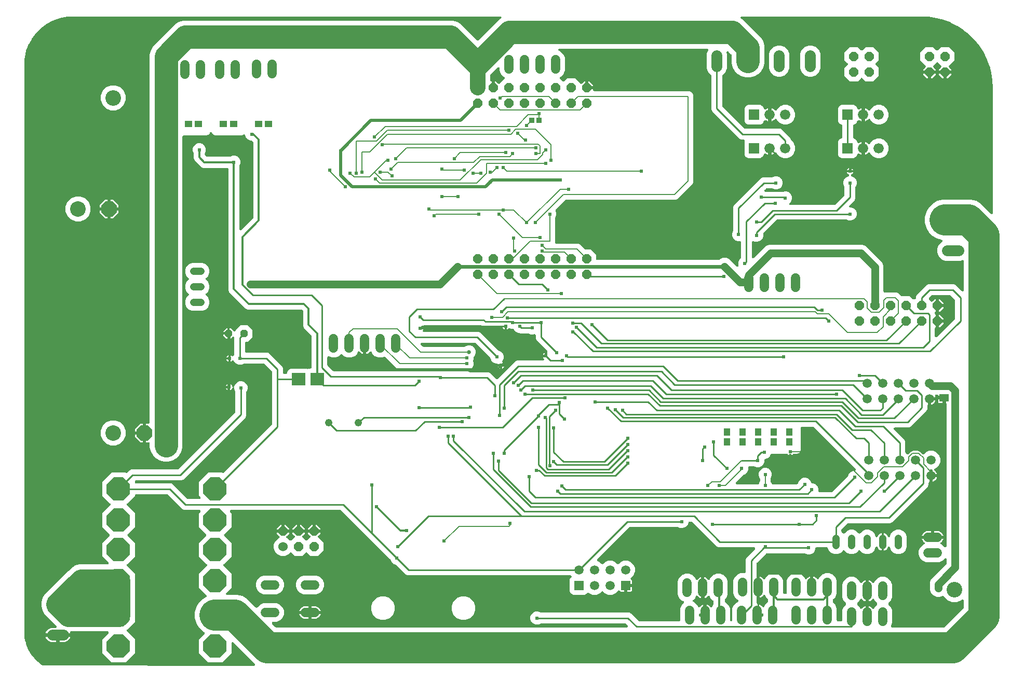
<source format=gbr>
G04 EAGLE Gerber RS-274X export*
G75*
%MOMM*%
%FSLAX34Y34*%
%LPD*%
%INBottom Copper*%
%IPPOS*%
%AMOC8*
5,1,8,0,0,1.08239X$1,22.5*%
G01*
%ADD10R,0.850000X0.900000*%
%ADD11C,2.540000*%
%ADD12P,2.749271X8X22.500000*%
%ADD13R,1.500000X1.300000*%
%ADD14P,1.649562X8X202.500000*%
%ADD15C,1.500000*%
%ADD16C,1.524000*%
%ADD17P,4.123906X8X22.500000*%
%ADD18P,4.123906X8X202.500000*%
%ADD19C,1.790700*%
%ADD20R,2.200000X2.000000*%
%ADD21P,1.319650X8X202.500000*%
%ADD22C,1.219200*%
%ADD23C,1.219200*%
%ADD24R,1.255000X1.106000*%
%ADD25R,1.106000X1.255000*%
%ADD26C,1.524000*%
%ADD27P,1.649562X8X22.500000*%
%ADD28C,2.552700*%
%ADD29C,1.500000*%
%ADD30R,1.500000X1.500000*%
%ADD31R,1.676400X1.676400*%
%ADD32C,1.676400*%
%ADD33C,0.254000*%
%ADD34C,0.604800*%
%ADD35C,1.270000*%
%ADD36C,0.609600*%
%ADD37C,0.304800*%
%ADD38C,0.508000*%
%ADD39C,0.203200*%
%ADD40C,3.810000*%
%ADD41C,5.080000*%
%ADD42C,2.540000*%
%ADD43C,0.654800*%

G36*
X410047Y-42207D02*
X410047Y-42207D01*
X410081Y-42209D01*
X410241Y-42187D01*
X410401Y-42171D01*
X410434Y-42161D01*
X410467Y-42156D01*
X410619Y-42102D01*
X410773Y-42053D01*
X410803Y-42037D01*
X410835Y-42025D01*
X410972Y-41942D01*
X411113Y-41862D01*
X411138Y-41840D01*
X411167Y-41822D01*
X411285Y-41712D01*
X411407Y-41606D01*
X411427Y-41579D01*
X411452Y-41556D01*
X411545Y-41424D01*
X411642Y-41296D01*
X411657Y-41265D01*
X411676Y-41237D01*
X411740Y-41089D01*
X411809Y-40944D01*
X411817Y-40911D01*
X411831Y-40879D01*
X411863Y-40722D01*
X411902Y-40565D01*
X411903Y-40531D01*
X411910Y-40498D01*
X411909Y-40337D01*
X411915Y-40175D01*
X411909Y-40142D01*
X411909Y-40108D01*
X411876Y-39950D01*
X411848Y-39791D01*
X411836Y-39760D01*
X411829Y-39726D01*
X411764Y-39579D01*
X411705Y-39429D01*
X411686Y-39400D01*
X411673Y-39369D01*
X411622Y-39303D01*
X411491Y-39103D01*
X411406Y-39018D01*
X411361Y-38960D01*
X405200Y-32798D01*
X376631Y-4230D01*
X376606Y-4209D01*
X376584Y-4184D01*
X376455Y-4086D01*
X376329Y-3984D01*
X376300Y-3969D01*
X376273Y-3948D01*
X376127Y-3879D01*
X375983Y-3805D01*
X375951Y-3796D01*
X375921Y-3781D01*
X375764Y-3743D01*
X375608Y-3700D01*
X375574Y-3697D01*
X375542Y-3690D01*
X375380Y-3684D01*
X375219Y-3673D01*
X375186Y-3678D01*
X375152Y-3677D01*
X374993Y-3704D01*
X374833Y-3727D01*
X374801Y-3738D01*
X374768Y-3744D01*
X374618Y-3803D01*
X374465Y-3858D01*
X374437Y-3875D01*
X374406Y-3887D01*
X374271Y-3976D01*
X374133Y-4060D01*
X374108Y-4083D01*
X374080Y-4101D01*
X373966Y-4216D01*
X373848Y-4327D01*
X373829Y-4354D01*
X373805Y-4378D01*
X373717Y-4513D01*
X373624Y-4646D01*
X373611Y-4676D01*
X373592Y-4704D01*
X373533Y-4855D01*
X373469Y-5003D01*
X373462Y-5036D01*
X373450Y-5067D01*
X373439Y-5150D01*
X373390Y-5385D01*
X373391Y-5504D01*
X373381Y-5576D01*
X373381Y-21207D01*
X357757Y-36831D01*
X335663Y-36831D01*
X320039Y-21207D01*
X320039Y887D01*
X329076Y9924D01*
X329152Y10017D01*
X329235Y10105D01*
X329275Y10168D01*
X329322Y10226D01*
X329377Y10333D01*
X329441Y10436D01*
X329467Y10506D01*
X329501Y10573D01*
X329534Y10688D01*
X329575Y10802D01*
X329586Y10876D01*
X329606Y10948D01*
X329614Y11068D01*
X329632Y11187D01*
X329627Y11262D01*
X329633Y11337D01*
X329616Y11456D01*
X329609Y11576D01*
X329589Y11649D01*
X329579Y11723D01*
X329539Y11836D01*
X329507Y11953D01*
X329473Y12020D01*
X329448Y12090D01*
X329386Y12193D01*
X329331Y12300D01*
X329284Y12359D01*
X329245Y12423D01*
X329163Y12511D01*
X329088Y12605D01*
X329041Y12641D01*
X328979Y12708D01*
X328722Y12888D01*
X328682Y12920D01*
X326435Y14217D01*
X320287Y20365D01*
X315940Y27894D01*
X313689Y36293D01*
X313689Y44987D01*
X315940Y53386D01*
X320287Y60915D01*
X326435Y67063D01*
X331902Y70220D01*
X332000Y70290D01*
X332102Y70353D01*
X332157Y70404D01*
X332218Y70448D01*
X332299Y70537D01*
X332387Y70619D01*
X332430Y70681D01*
X332481Y70736D01*
X332542Y70840D01*
X332611Y70938D01*
X332641Y71007D01*
X332679Y71072D01*
X332718Y71185D01*
X332766Y71296D01*
X332781Y71369D01*
X332805Y71440D01*
X332820Y71560D01*
X332845Y71678D01*
X332845Y71753D01*
X332854Y71827D01*
X332844Y71947D01*
X332844Y72067D01*
X332828Y72141D01*
X332822Y72216D01*
X332789Y72331D01*
X332764Y72449D01*
X332734Y72518D01*
X332713Y72590D01*
X332656Y72696D01*
X332608Y72806D01*
X332572Y72854D01*
X332529Y72933D01*
X332327Y73175D01*
X332297Y73215D01*
X320039Y85473D01*
X320039Y107567D01*
X333045Y120573D01*
X333087Y120625D01*
X333136Y120670D01*
X333210Y120776D01*
X333291Y120876D01*
X333322Y120935D01*
X333360Y120989D01*
X333411Y121108D01*
X333471Y121222D01*
X333489Y121286D01*
X333515Y121347D01*
X333541Y121473D01*
X333576Y121597D01*
X333580Y121664D01*
X333594Y121729D01*
X333593Y121858D01*
X333602Y121986D01*
X333593Y122052D01*
X333593Y122119D01*
X333566Y122245D01*
X333549Y122372D01*
X333526Y122435D01*
X333513Y122500D01*
X333461Y122618D01*
X333418Y122740D01*
X333383Y122796D01*
X333357Y122857D01*
X333303Y122927D01*
X333215Y123072D01*
X333098Y123197D01*
X333045Y123266D01*
X320039Y136273D01*
X320039Y158367D01*
X331775Y170103D01*
X331817Y170155D01*
X331866Y170200D01*
X331940Y170306D01*
X332021Y170406D01*
X332052Y170465D01*
X332090Y170519D01*
X332141Y170638D01*
X332201Y170752D01*
X332219Y170816D01*
X332245Y170877D01*
X332271Y171003D01*
X332306Y171127D01*
X332310Y171194D01*
X332324Y171259D01*
X332323Y171388D01*
X332332Y171516D01*
X332323Y171582D01*
X332323Y171649D01*
X332296Y171775D01*
X332279Y171902D01*
X332256Y171965D01*
X332243Y172030D01*
X332191Y172148D01*
X332148Y172270D01*
X332113Y172326D01*
X332087Y172387D01*
X332033Y172457D01*
X331945Y172602D01*
X331828Y172727D01*
X331775Y172796D01*
X320039Y184533D01*
X320039Y206627D01*
X322250Y208838D01*
X322271Y208864D01*
X322296Y208886D01*
X322394Y209015D01*
X322496Y209141D01*
X322512Y209170D01*
X322532Y209197D01*
X322601Y209343D01*
X322676Y209487D01*
X322685Y209519D01*
X322699Y209549D01*
X322737Y209706D01*
X322781Y209862D01*
X322783Y209896D01*
X322791Y209928D01*
X322796Y210090D01*
X322807Y210251D01*
X322802Y210284D01*
X322804Y210318D01*
X322776Y210477D01*
X322754Y210637D01*
X322742Y210669D01*
X322737Y210702D01*
X322677Y210852D01*
X322623Y211005D01*
X322605Y211033D01*
X322593Y211064D01*
X322504Y211199D01*
X322420Y211337D01*
X322397Y211362D01*
X322379Y211390D01*
X322264Y211504D01*
X322153Y211622D01*
X322126Y211641D01*
X322103Y211665D01*
X321967Y211753D01*
X321835Y211846D01*
X321804Y211859D01*
X321776Y211878D01*
X321626Y211937D01*
X321477Y212001D01*
X321444Y212008D01*
X321413Y212020D01*
X321331Y212031D01*
X321095Y212080D01*
X320976Y212079D01*
X320904Y212089D01*
X296681Y212089D01*
X293414Y213443D01*
X290645Y216212D01*
X269925Y236932D01*
X269848Y236994D01*
X269777Y237065D01*
X269697Y237117D01*
X269623Y237177D01*
X269534Y237223D01*
X269451Y237278D01*
X269362Y237313D01*
X269277Y237357D01*
X269181Y237384D01*
X269088Y237420D01*
X269016Y237430D01*
X268901Y237462D01*
X268661Y237478D01*
X268579Y237489D01*
X217805Y237489D01*
X217739Y237482D01*
X217672Y237485D01*
X217545Y237463D01*
X217417Y237449D01*
X217354Y237429D01*
X217288Y237418D01*
X217169Y237370D01*
X217046Y237331D01*
X216988Y237299D01*
X216926Y237274D01*
X216819Y237203D01*
X216706Y237140D01*
X216656Y237096D01*
X216600Y237060D01*
X216509Y236969D01*
X216412Y236884D01*
X216372Y236831D01*
X216325Y236784D01*
X216255Y236676D01*
X216177Y236573D01*
X216149Y236513D01*
X216112Y236457D01*
X216065Y236337D01*
X216010Y236221D01*
X215994Y236156D01*
X215970Y236094D01*
X215958Y236008D01*
X215918Y235842D01*
X215913Y235672D01*
X215901Y235585D01*
X215901Y235333D01*
X202895Y222327D01*
X202853Y222275D01*
X202804Y222230D01*
X202730Y222124D01*
X202649Y222024D01*
X202618Y221965D01*
X202580Y221911D01*
X202529Y221792D01*
X202469Y221678D01*
X202451Y221614D01*
X202425Y221553D01*
X202399Y221427D01*
X202364Y221303D01*
X202360Y221236D01*
X202346Y221171D01*
X202347Y221042D01*
X202338Y220914D01*
X202347Y220848D01*
X202347Y220781D01*
X202374Y220655D01*
X202391Y220528D01*
X202414Y220465D01*
X202427Y220400D01*
X202479Y220282D01*
X202522Y220160D01*
X202557Y220104D01*
X202583Y220043D01*
X202637Y219973D01*
X202725Y219828D01*
X202842Y219703D01*
X202895Y219634D01*
X215901Y206627D01*
X215901Y184533D01*
X204165Y172796D01*
X204123Y172745D01*
X204074Y172700D01*
X204000Y172594D01*
X203919Y172494D01*
X203888Y172435D01*
X203850Y172381D01*
X203799Y172262D01*
X203739Y172148D01*
X203721Y172084D01*
X203695Y172023D01*
X203669Y171897D01*
X203634Y171773D01*
X203630Y171706D01*
X203616Y171641D01*
X203617Y171512D01*
X203608Y171384D01*
X203617Y171318D01*
X203617Y171251D01*
X203644Y171125D01*
X203661Y170998D01*
X203684Y170935D01*
X203697Y170870D01*
X203749Y170752D01*
X203792Y170630D01*
X203827Y170574D01*
X203853Y170513D01*
X203907Y170443D01*
X203995Y170298D01*
X204112Y170173D01*
X204165Y170103D01*
X215901Y158367D01*
X215901Y136273D01*
X202895Y123266D01*
X202853Y123215D01*
X202804Y123170D01*
X202730Y123064D01*
X202649Y122964D01*
X202618Y122905D01*
X202580Y122851D01*
X202529Y122732D01*
X202469Y122618D01*
X202451Y122554D01*
X202425Y122493D01*
X202399Y122367D01*
X202364Y122243D01*
X202360Y122176D01*
X202346Y122111D01*
X202347Y121982D01*
X202338Y121854D01*
X202347Y121788D01*
X202347Y121721D01*
X202374Y121595D01*
X202391Y121468D01*
X202414Y121405D01*
X202427Y121340D01*
X202479Y121222D01*
X202522Y121100D01*
X202557Y121044D01*
X202583Y120983D01*
X202637Y120913D01*
X202725Y120768D01*
X202842Y120643D01*
X202895Y120573D01*
X215901Y107567D01*
X215901Y29593D01*
X202895Y16587D01*
X202853Y16535D01*
X202804Y16490D01*
X202730Y16384D01*
X202649Y16284D01*
X202618Y16225D01*
X202580Y16171D01*
X202529Y16052D01*
X202469Y15938D01*
X202451Y15874D01*
X202425Y15813D01*
X202399Y15687D01*
X202364Y15563D01*
X202360Y15496D01*
X202346Y15431D01*
X202347Y15302D01*
X202338Y15174D01*
X202347Y15108D01*
X202347Y15041D01*
X202374Y14915D01*
X202391Y14788D01*
X202414Y14725D01*
X202427Y14660D01*
X202479Y14542D01*
X202522Y14420D01*
X202557Y14364D01*
X202583Y14303D01*
X202637Y14233D01*
X202725Y14088D01*
X202842Y13963D01*
X202895Y13894D01*
X215901Y887D01*
X215901Y-21207D01*
X200277Y-36831D01*
X178183Y-36831D01*
X162559Y-21207D01*
X162559Y887D01*
X172390Y10719D01*
X172411Y10744D01*
X172436Y10766D01*
X172534Y10895D01*
X172636Y11021D01*
X172652Y11050D01*
X172672Y11077D01*
X172741Y11223D01*
X172816Y11367D01*
X172825Y11399D01*
X172839Y11429D01*
X172877Y11586D01*
X172921Y11742D01*
X172923Y11776D01*
X172931Y11808D01*
X172936Y11970D01*
X172947Y12131D01*
X172942Y12164D01*
X172944Y12198D01*
X172916Y12357D01*
X172894Y12517D01*
X172882Y12549D01*
X172877Y12582D01*
X172817Y12732D01*
X172763Y12885D01*
X172745Y12913D01*
X172733Y12944D01*
X172644Y13079D01*
X172560Y13217D01*
X172537Y13242D01*
X172519Y13270D01*
X172404Y13384D01*
X172293Y13502D01*
X172266Y13521D01*
X172243Y13545D01*
X172107Y13633D01*
X171975Y13726D01*
X171944Y13739D01*
X171916Y13758D01*
X171765Y13817D01*
X171617Y13881D01*
X171584Y13888D01*
X171553Y13900D01*
X171471Y13911D01*
X171235Y13960D01*
X171116Y13959D01*
X171044Y13969D01*
X111897Y13969D01*
X111728Y13952D01*
X111559Y13939D01*
X111534Y13932D01*
X111509Y13929D01*
X111348Y13878D01*
X111184Y13831D01*
X111162Y13819D01*
X111138Y13811D01*
X110989Y13728D01*
X110839Y13648D01*
X110820Y13633D01*
X110798Y13620D01*
X110670Y13509D01*
X110539Y13400D01*
X110523Y13380D01*
X110505Y13364D01*
X110402Y13228D01*
X110296Y13095D01*
X110285Y13073D01*
X110269Y13053D01*
X110196Y12899D01*
X110120Y12748D01*
X110113Y12724D01*
X110102Y12701D01*
X110062Y12536D01*
X110018Y12372D01*
X110016Y12346D01*
X110010Y12322D01*
X110005Y12152D01*
X109995Y11982D01*
X109998Y11961D01*
X109998Y11932D01*
X110064Y11548D01*
X110081Y11508D01*
X110086Y11477D01*
X110240Y11004D01*
X91250Y11004D01*
X91184Y10997D01*
X91117Y10999D01*
X90990Y10977D01*
X90862Y10964D01*
X90799Y10944D01*
X90733Y10932D01*
X90613Y10885D01*
X90490Y10846D01*
X90432Y10813D01*
X90371Y10789D01*
X90263Y10718D01*
X90164Y10662D01*
X90078Y10727D01*
X90018Y10756D01*
X89963Y10792D01*
X89843Y10839D01*
X89726Y10894D01*
X89662Y10910D01*
X89600Y10934D01*
X89513Y10946D01*
X89347Y10986D01*
X89177Y10992D01*
X89090Y11004D01*
X70100Y11004D01*
X70564Y12432D01*
X71386Y14044D01*
X72449Y15508D01*
X73728Y16787D01*
X75192Y17851D01*
X76804Y18672D01*
X78525Y19231D01*
X80312Y19514D01*
X86360Y19514D01*
X86394Y19518D01*
X86427Y19515D01*
X86587Y19538D01*
X86748Y19554D01*
X86780Y19564D01*
X86813Y19569D01*
X86965Y19623D01*
X87120Y19672D01*
X87149Y19688D01*
X87180Y19700D01*
X87318Y19784D01*
X87459Y19863D01*
X87484Y19885D01*
X87513Y19903D01*
X87631Y20013D01*
X87753Y20120D01*
X87773Y20146D01*
X87797Y20169D01*
X87891Y20301D01*
X87988Y20430D01*
X88003Y20461D01*
X88022Y20488D01*
X88086Y20636D01*
X88155Y20783D01*
X88163Y20815D01*
X88176Y20846D01*
X88209Y21004D01*
X88247Y21161D01*
X88248Y21195D01*
X88255Y21227D01*
X88255Y21389D01*
X88260Y21551D01*
X88254Y21584D01*
X88254Y21617D01*
X88221Y21776D01*
X88193Y21935D01*
X88181Y21966D01*
X88174Y21999D01*
X88109Y22147D01*
X88050Y22297D01*
X88031Y22325D01*
X88018Y22356D01*
X87968Y22422D01*
X87835Y22623D01*
X87751Y22707D01*
X87707Y22765D01*
X68828Y41644D01*
X65317Y47725D01*
X63499Y54509D01*
X63499Y61531D01*
X65317Y68315D01*
X68828Y74396D01*
X73971Y79539D01*
X107151Y112719D01*
X112294Y117862D01*
X118375Y121373D01*
X125159Y123191D01*
X171044Y123191D01*
X171077Y123194D01*
X171110Y123192D01*
X171271Y123214D01*
X171432Y123231D01*
X171463Y123241D01*
X171496Y123245D01*
X171649Y123300D01*
X171803Y123349D01*
X171832Y123365D01*
X171864Y123376D01*
X172002Y123460D01*
X172143Y123540D01*
X172168Y123562D01*
X172196Y123579D01*
X172315Y123690D01*
X172436Y123796D01*
X172457Y123823D01*
X172481Y123845D01*
X172574Y123978D01*
X172672Y124107D01*
X172686Y124137D01*
X172705Y124164D01*
X172769Y124313D01*
X172839Y124459D01*
X172847Y124491D01*
X172860Y124522D01*
X172893Y124681D01*
X172931Y124838D01*
X172932Y124871D01*
X172939Y124904D01*
X172938Y125066D01*
X172944Y125228D01*
X172938Y125260D01*
X172938Y125294D01*
X172904Y125452D01*
X172877Y125612D01*
X172865Y125642D01*
X172858Y125675D01*
X172793Y125824D01*
X172733Y125974D01*
X172715Y126002D01*
X172702Y126032D01*
X172651Y126099D01*
X172519Y126299D01*
X172435Y126383D01*
X172390Y126441D01*
X162559Y136273D01*
X162559Y158367D01*
X174295Y170103D01*
X174337Y170155D01*
X174386Y170200D01*
X174460Y170306D01*
X174541Y170406D01*
X174572Y170465D01*
X174610Y170519D01*
X174661Y170638D01*
X174721Y170752D01*
X174739Y170816D01*
X174765Y170877D01*
X174791Y171003D01*
X174826Y171127D01*
X174830Y171194D01*
X174844Y171259D01*
X174843Y171388D01*
X174852Y171516D01*
X174843Y171582D01*
X174843Y171649D01*
X174816Y171775D01*
X174799Y171902D01*
X174776Y171965D01*
X174763Y172030D01*
X174711Y172148D01*
X174668Y172270D01*
X174633Y172326D01*
X174607Y172387D01*
X174553Y172457D01*
X174465Y172602D01*
X174348Y172727D01*
X174295Y172796D01*
X162559Y184533D01*
X162559Y206627D01*
X175565Y219634D01*
X175607Y219685D01*
X175656Y219730D01*
X175730Y219836D01*
X175811Y219936D01*
X175842Y219995D01*
X175880Y220049D01*
X175931Y220168D01*
X175991Y220282D01*
X176009Y220346D01*
X176035Y220407D01*
X176061Y220533D01*
X176096Y220657D01*
X176100Y220724D01*
X176114Y220789D01*
X176113Y220918D01*
X176122Y221046D01*
X176113Y221112D01*
X176113Y221179D01*
X176086Y221305D01*
X176069Y221432D01*
X176046Y221495D01*
X176033Y221560D01*
X175981Y221678D01*
X175938Y221800D01*
X175903Y221856D01*
X175877Y221917D01*
X175823Y221987D01*
X175735Y222132D01*
X175618Y222257D01*
X175565Y222327D01*
X162559Y235333D01*
X162559Y257427D01*
X178183Y273051D01*
X200277Y273051D01*
X200456Y272872D01*
X200507Y272830D01*
X200553Y272782D01*
X200658Y272708D01*
X200758Y272626D01*
X200817Y272596D01*
X200872Y272557D01*
X200990Y272506D01*
X201104Y272447D01*
X201168Y272429D01*
X201229Y272403D01*
X201356Y272377D01*
X201480Y272342D01*
X201546Y272338D01*
X201611Y272324D01*
X201740Y272324D01*
X201869Y272316D01*
X201934Y272325D01*
X202001Y272325D01*
X202127Y272351D01*
X202255Y272369D01*
X202317Y272391D01*
X202382Y272405D01*
X202500Y272457D01*
X202622Y272500D01*
X202679Y272535D01*
X202740Y272561D01*
X202809Y272614D01*
X202955Y272703D01*
X203079Y272819D01*
X203149Y272872D01*
X204285Y274008D01*
X207054Y276777D01*
X210321Y278131D01*
X285089Y278131D01*
X285188Y278141D01*
X285287Y278141D01*
X285381Y278161D01*
X285476Y278171D01*
X285571Y278201D01*
X285669Y278221D01*
X285756Y278260D01*
X285848Y278289D01*
X285935Y278338D01*
X286026Y278377D01*
X286084Y278422D01*
X286188Y278480D01*
X286369Y278638D01*
X286435Y278688D01*
X379172Y371425D01*
X379234Y371502D01*
X379305Y371573D01*
X379357Y371653D01*
X379417Y371727D01*
X379463Y371816D01*
X379518Y371899D01*
X379553Y371988D01*
X379597Y372073D01*
X379624Y372169D01*
X379660Y372262D01*
X379670Y372334D01*
X379702Y372449D01*
X379718Y372689D01*
X379729Y372771D01*
X379729Y404749D01*
X379717Y404865D01*
X379715Y404981D01*
X379699Y405041D01*
X379689Y405137D01*
X379600Y405419D01*
X379584Y405478D01*
X377975Y409363D01*
X377975Y410400D01*
X377974Y410417D01*
X377975Y410433D01*
X377954Y410611D01*
X377935Y410788D01*
X377930Y410804D01*
X377928Y410820D01*
X377871Y410989D01*
X377817Y411159D01*
X377809Y411174D01*
X377804Y411190D01*
X377714Y411343D01*
X377626Y411499D01*
X377615Y411512D01*
X377607Y411526D01*
X377487Y411658D01*
X377370Y411793D01*
X377357Y411803D01*
X377345Y411815D01*
X377201Y411921D01*
X377059Y412028D01*
X377044Y412035D01*
X377031Y412045D01*
X376868Y412119D01*
X376707Y412195D01*
X376691Y412199D01*
X376676Y412206D01*
X376501Y412245D01*
X376328Y412287D01*
X376311Y412288D01*
X376295Y412291D01*
X376117Y412294D01*
X375938Y412300D01*
X375922Y412297D01*
X375905Y412297D01*
X375730Y412264D01*
X375554Y412233D01*
X375539Y412227D01*
X375523Y412224D01*
X375358Y412155D01*
X375192Y412089D01*
X375178Y412080D01*
X375163Y412074D01*
X375016Y411973D01*
X374867Y411875D01*
X374855Y411863D01*
X374841Y411854D01*
X374718Y411726D01*
X374591Y411599D01*
X374582Y411585D01*
X374571Y411573D01*
X374540Y411520D01*
X374378Y411272D01*
X374343Y411183D01*
X374312Y411129D01*
X373891Y410114D01*
X373282Y409203D01*
X372507Y408428D01*
X371596Y407819D01*
X370864Y407516D01*
X370864Y412750D01*
X370864Y417984D01*
X371596Y417681D01*
X372507Y417072D01*
X373282Y416297D01*
X373891Y415386D01*
X374311Y414373D01*
X374379Y414029D01*
X374387Y414005D01*
X374390Y413981D01*
X374444Y413820D01*
X374494Y413657D01*
X374506Y413635D01*
X374514Y413611D01*
X374600Y413465D01*
X374682Y413316D01*
X374699Y413296D01*
X374711Y413275D01*
X374825Y413149D01*
X374936Y413020D01*
X374956Y413004D01*
X374973Y412986D01*
X375110Y412885D01*
X375245Y412782D01*
X375267Y412771D01*
X375287Y412756D01*
X375442Y412686D01*
X375595Y412612D01*
X375620Y412605D01*
X375642Y412595D01*
X375808Y412558D01*
X375973Y412516D01*
X375998Y412515D01*
X376023Y412510D01*
X376193Y412507D01*
X376363Y412500D01*
X376388Y412504D01*
X376413Y412504D01*
X376580Y412536D01*
X376747Y412564D01*
X376771Y412573D01*
X376795Y412577D01*
X376953Y412643D01*
X377111Y412704D01*
X377132Y412717D01*
X377155Y412727D01*
X377296Y412823D01*
X377438Y412915D01*
X377456Y412933D01*
X377477Y412947D01*
X377595Y413070D01*
X377716Y413189D01*
X377730Y413210D01*
X377747Y413228D01*
X377785Y413293D01*
X377932Y413514D01*
X377972Y413613D01*
X378006Y413672D01*
X379596Y417510D01*
X382590Y420504D01*
X386503Y422125D01*
X390737Y422125D01*
X394650Y420504D01*
X397644Y417510D01*
X399265Y413597D01*
X399265Y409363D01*
X397656Y405478D01*
X397623Y405367D01*
X397580Y405259D01*
X397572Y405197D01*
X397544Y405105D01*
X397519Y404810D01*
X397511Y404749D01*
X397511Y366531D01*
X396157Y363264D01*
X294596Y261703D01*
X291329Y260349D01*
X217576Y260349D01*
X217543Y260346D01*
X217510Y260348D01*
X217349Y260326D01*
X217188Y260309D01*
X217157Y260299D01*
X217124Y260295D01*
X216971Y260240D01*
X216817Y260191D01*
X216788Y260175D01*
X216756Y260164D01*
X216618Y260080D01*
X216477Y260000D01*
X216452Y259978D01*
X216424Y259961D01*
X216305Y259850D01*
X216184Y259744D01*
X216163Y259717D01*
X216139Y259694D01*
X216046Y259562D01*
X215948Y259433D01*
X215934Y259403D01*
X215915Y259376D01*
X215851Y259227D01*
X215781Y259081D01*
X215773Y259048D01*
X215760Y259018D01*
X215727Y258860D01*
X215689Y258702D01*
X215688Y258669D01*
X215681Y258636D01*
X215682Y258474D01*
X215676Y258312D01*
X215682Y258280D01*
X215682Y258246D01*
X215716Y258088D01*
X215743Y257928D01*
X215755Y257898D01*
X215762Y257865D01*
X215827Y257716D01*
X215887Y257566D01*
X215901Y257545D01*
X215901Y257175D01*
X215908Y257109D01*
X215905Y257042D01*
X215927Y256915D01*
X215941Y256787D01*
X215961Y256724D01*
X215972Y256658D01*
X216020Y256539D01*
X216059Y256416D01*
X216091Y256358D01*
X216116Y256296D01*
X216187Y256189D01*
X216250Y256076D01*
X216294Y256026D01*
X216330Y255970D01*
X216421Y255879D01*
X216506Y255782D01*
X216559Y255742D01*
X216606Y255695D01*
X216714Y255625D01*
X216817Y255547D01*
X216877Y255519D01*
X216933Y255482D01*
X217053Y255435D01*
X217169Y255380D01*
X217234Y255364D01*
X217296Y255340D01*
X217382Y255328D01*
X217548Y255288D01*
X217718Y255283D01*
X217805Y255271D01*
X274819Y255271D01*
X278086Y253917D01*
X301575Y230428D01*
X301652Y230366D01*
X301723Y230295D01*
X301803Y230243D01*
X301877Y230183D01*
X301966Y230137D01*
X302049Y230082D01*
X302138Y230047D01*
X302223Y230003D01*
X302319Y229976D01*
X302412Y229940D01*
X302484Y229930D01*
X302599Y229898D01*
X302839Y229882D01*
X302921Y229871D01*
X320904Y229871D01*
X320937Y229874D01*
X320970Y229872D01*
X321131Y229894D01*
X321292Y229911D01*
X321323Y229921D01*
X321356Y229925D01*
X321509Y229980D01*
X321663Y230029D01*
X321692Y230045D01*
X321724Y230056D01*
X321862Y230140D01*
X322003Y230220D01*
X322028Y230242D01*
X322056Y230259D01*
X322175Y230370D01*
X322296Y230476D01*
X322317Y230503D01*
X322341Y230525D01*
X322434Y230658D01*
X322532Y230787D01*
X322546Y230817D01*
X322565Y230844D01*
X322629Y230993D01*
X322699Y231139D01*
X322707Y231171D01*
X322720Y231202D01*
X322753Y231361D01*
X322791Y231518D01*
X322792Y231551D01*
X322799Y231584D01*
X322798Y231746D01*
X322804Y231908D01*
X322798Y231940D01*
X322798Y231974D01*
X322764Y232132D01*
X322737Y232292D01*
X322725Y232322D01*
X322718Y232355D01*
X322653Y232504D01*
X322593Y232654D01*
X322575Y232682D01*
X322562Y232712D01*
X322511Y232779D01*
X322379Y232979D01*
X322295Y233063D01*
X322250Y233122D01*
X320039Y235333D01*
X320039Y257427D01*
X335663Y273051D01*
X357757Y273051D01*
X357936Y272872D01*
X357987Y272830D01*
X358033Y272782D01*
X358138Y272708D01*
X358238Y272626D01*
X358297Y272596D01*
X358352Y272557D01*
X358470Y272506D01*
X358584Y272447D01*
X358648Y272429D01*
X358709Y272403D01*
X358836Y272377D01*
X358960Y272342D01*
X359026Y272338D01*
X359091Y272324D01*
X359220Y272324D01*
X359349Y272316D01*
X359414Y272325D01*
X359481Y272325D01*
X359607Y272351D01*
X359735Y272369D01*
X359797Y272391D01*
X359862Y272405D01*
X359980Y272457D01*
X360102Y272500D01*
X360159Y272535D01*
X360220Y272561D01*
X360289Y272614D01*
X360435Y272703D01*
X360559Y272819D01*
X360629Y272872D01*
X438862Y351105D01*
X438924Y351182D01*
X438995Y351253D01*
X439047Y351333D01*
X439107Y351407D01*
X439153Y351496D01*
X439208Y351579D01*
X439243Y351668D01*
X439287Y351753D01*
X439314Y351849D01*
X439350Y351942D01*
X439360Y352014D01*
X439392Y352129D01*
X439408Y352369D01*
X439419Y352451D01*
X439419Y437489D01*
X439409Y437588D01*
X439409Y437687D01*
X439389Y437781D01*
X439379Y437876D01*
X439349Y437971D01*
X439329Y438069D01*
X439290Y438156D01*
X439261Y438248D01*
X439212Y438335D01*
X439173Y438426D01*
X439128Y438484D01*
X439070Y438588D01*
X438912Y438769D01*
X438862Y438835D01*
X427405Y450292D01*
X427328Y450354D01*
X427257Y450425D01*
X427177Y450477D01*
X427103Y450537D01*
X427014Y450583D01*
X426931Y450638D01*
X426842Y450673D01*
X426757Y450717D01*
X426661Y450744D01*
X426568Y450780D01*
X426496Y450790D01*
X426381Y450822D01*
X426141Y450838D01*
X426059Y450849D01*
X393451Y450849D01*
X393335Y450837D01*
X393219Y450835D01*
X393159Y450819D01*
X393063Y450809D01*
X392781Y450720D01*
X392722Y450704D01*
X388837Y449095D01*
X384603Y449095D01*
X380690Y450716D01*
X377696Y453710D01*
X377130Y455077D01*
X377106Y455121D01*
X377089Y455168D01*
X377014Y455291D01*
X376945Y455420D01*
X376912Y455458D01*
X376886Y455500D01*
X376787Y455606D01*
X376693Y455718D01*
X376654Y455748D01*
X376620Y455785D01*
X376501Y455869D01*
X376387Y455958D01*
X376342Y455980D01*
X376301Y456009D01*
X376168Y456067D01*
X376038Y456131D01*
X375989Y456144D01*
X375943Y456164D01*
X375801Y456193D01*
X375660Y456230D01*
X375611Y456232D01*
X375562Y456242D01*
X375417Y456242D01*
X375271Y456250D01*
X375222Y456242D01*
X375172Y456242D01*
X375030Y456212D01*
X374886Y456189D01*
X374839Y456172D01*
X374790Y456162D01*
X374657Y456103D01*
X374521Y456052D01*
X374479Y456025D01*
X374433Y456005D01*
X374362Y455951D01*
X374192Y455844D01*
X374089Y455744D01*
X374024Y455694D01*
X373747Y455418D01*
X372836Y454809D01*
X372104Y454506D01*
X372104Y459740D01*
X372104Y464974D01*
X372836Y464671D01*
X373747Y464062D01*
X374024Y463786D01*
X374063Y463754D01*
X374096Y463717D01*
X374213Y463632D01*
X374326Y463540D01*
X374371Y463517D01*
X374411Y463487D01*
X374543Y463427D01*
X374673Y463360D01*
X374721Y463347D01*
X374766Y463326D01*
X374908Y463295D01*
X375048Y463255D01*
X375098Y463252D01*
X375146Y463241D01*
X375292Y463239D01*
X375437Y463229D01*
X375486Y463236D01*
X375536Y463235D01*
X375679Y463262D01*
X375823Y463282D01*
X375870Y463299D01*
X375919Y463309D01*
X376053Y463364D01*
X376190Y463413D01*
X376233Y463439D01*
X376279Y463458D01*
X376399Y463540D01*
X376523Y463616D01*
X376560Y463650D01*
X376601Y463678D01*
X376701Y463783D01*
X376807Y463883D01*
X376836Y463923D01*
X376871Y463959D01*
X376916Y464037D01*
X377032Y464201D01*
X377089Y464333D01*
X377130Y464403D01*
X377684Y465742D01*
X377718Y465853D01*
X377760Y465961D01*
X377768Y466023D01*
X377796Y466115D01*
X377821Y466410D01*
X377829Y466471D01*
X377829Y493098D01*
X377826Y493131D01*
X377828Y493164D01*
X377806Y493325D01*
X377789Y493486D01*
X377779Y493517D01*
X377775Y493550D01*
X377720Y493703D01*
X377671Y493857D01*
X377655Y493886D01*
X377644Y493917D01*
X377560Y494056D01*
X377480Y494197D01*
X377458Y494222D01*
X377441Y494250D01*
X377330Y494369D01*
X377224Y494490D01*
X377197Y494510D01*
X377175Y494535D01*
X377042Y494628D01*
X376913Y494726D01*
X376883Y494740D01*
X376856Y494759D01*
X376707Y494823D01*
X376561Y494893D01*
X376529Y494901D01*
X376498Y494914D01*
X376339Y494947D01*
X376182Y494985D01*
X376149Y494986D01*
X376116Y494992D01*
X375954Y494992D01*
X375792Y494997D01*
X375760Y494992D01*
X375726Y494992D01*
X375568Y494958D01*
X375408Y494931D01*
X375378Y494918D01*
X375345Y494912D01*
X375196Y494847D01*
X375046Y494787D01*
X375018Y494769D01*
X374988Y494755D01*
X374921Y494705D01*
X374721Y494573D01*
X374637Y494488D01*
X374579Y494444D01*
X371877Y491743D01*
X370331Y491743D01*
X370331Y500253D01*
X370324Y500319D01*
X370327Y500385D01*
X370320Y500424D01*
X370331Y500507D01*
X370331Y509017D01*
X371877Y509017D01*
X376733Y504162D01*
X376758Y504141D01*
X376780Y504116D01*
X376909Y504018D01*
X377035Y503916D01*
X377064Y503900D01*
X377091Y503880D01*
X377237Y503811D01*
X377381Y503736D01*
X377413Y503727D01*
X377443Y503713D01*
X377600Y503675D01*
X377756Y503631D01*
X377790Y503629D01*
X377822Y503621D01*
X377984Y503616D01*
X378145Y503605D01*
X378178Y503610D01*
X378212Y503609D01*
X378371Y503636D01*
X378531Y503658D01*
X378563Y503670D01*
X378596Y503675D01*
X378746Y503735D01*
X378899Y503789D01*
X378927Y503807D01*
X378958Y503819D01*
X379093Y503908D01*
X379231Y503992D01*
X379256Y504015D01*
X379284Y504033D01*
X379398Y504148D01*
X379516Y504259D01*
X379535Y504286D01*
X379559Y504309D01*
X379647Y504445D01*
X379740Y504577D01*
X379753Y504608D01*
X379772Y504636D01*
X379831Y504787D01*
X379895Y504935D01*
X379902Y504968D01*
X379914Y504999D01*
X379925Y505081D01*
X379974Y505317D01*
X379973Y505436D01*
X379983Y505508D01*
X379983Y506062D01*
X388018Y514097D01*
X399382Y514097D01*
X407417Y506062D01*
X407417Y494698D01*
X399382Y486663D01*
X397515Y486663D01*
X397449Y486656D01*
X397382Y486659D01*
X397255Y486637D01*
X397127Y486623D01*
X397064Y486603D01*
X396998Y486592D01*
X396879Y486544D01*
X396756Y486505D01*
X396698Y486473D01*
X396636Y486448D01*
X396529Y486377D01*
X396416Y486314D01*
X396366Y486270D01*
X396310Y486234D01*
X396219Y486143D01*
X396122Y486058D01*
X396082Y486005D01*
X396035Y485958D01*
X395965Y485850D01*
X395887Y485747D01*
X395859Y485687D01*
X395822Y485631D01*
X395775Y485511D01*
X395720Y485395D01*
X395704Y485330D01*
X395680Y485268D01*
X395668Y485182D01*
X395628Y485016D01*
X395623Y484846D01*
X395611Y484759D01*
X395611Y470535D01*
X395618Y470469D01*
X395615Y470402D01*
X395637Y470275D01*
X395651Y470147D01*
X395671Y470084D01*
X395682Y470018D01*
X395730Y469899D01*
X395769Y469776D01*
X395801Y469718D01*
X395826Y469656D01*
X395897Y469549D01*
X395960Y469436D01*
X396004Y469386D01*
X396040Y469330D01*
X396131Y469239D01*
X396216Y469142D01*
X396269Y469102D01*
X396316Y469055D01*
X396424Y468985D01*
X396527Y468907D01*
X396587Y468879D01*
X396643Y468842D01*
X396763Y468795D01*
X396879Y468740D01*
X396944Y468724D01*
X397006Y468700D01*
X397092Y468688D01*
X397258Y468648D01*
X397428Y468643D01*
X397515Y468631D01*
X432299Y468631D01*
X435566Y467277D01*
X455847Y446996D01*
X457201Y443729D01*
X457201Y436245D01*
X457208Y436179D01*
X457205Y436112D01*
X457227Y435985D01*
X457241Y435857D01*
X457261Y435794D01*
X457272Y435728D01*
X457320Y435609D01*
X457359Y435486D01*
X457391Y435428D01*
X457416Y435366D01*
X457487Y435259D01*
X457550Y435146D01*
X457594Y435096D01*
X457630Y435040D01*
X457721Y434949D01*
X457806Y434852D01*
X457859Y434812D01*
X457906Y434765D01*
X458014Y434695D01*
X458117Y434617D01*
X458177Y434589D01*
X458233Y434552D01*
X458353Y434505D01*
X458469Y434450D01*
X458534Y434434D01*
X458596Y434410D01*
X458682Y434398D01*
X458848Y434358D01*
X459018Y434353D01*
X459105Y434341D01*
X462315Y434341D01*
X462381Y434348D01*
X462448Y434345D01*
X462575Y434367D01*
X462703Y434381D01*
X462766Y434401D01*
X462832Y434412D01*
X462951Y434460D01*
X463074Y434499D01*
X463132Y434531D01*
X463194Y434556D01*
X463301Y434627D01*
X463414Y434690D01*
X463464Y434734D01*
X463520Y434770D01*
X463611Y434861D01*
X463708Y434946D01*
X463748Y434999D01*
X463795Y435046D01*
X463865Y435154D01*
X463943Y435257D01*
X463971Y435317D01*
X464008Y435373D01*
X464055Y435493D01*
X464110Y435609D01*
X464126Y435674D01*
X464150Y435736D01*
X464162Y435822D01*
X464202Y435988D01*
X464207Y436158D01*
X464219Y436245D01*
X464219Y436966D01*
X465379Y439767D01*
X467523Y441911D01*
X470324Y443071D01*
X495356Y443071D01*
X497111Y442344D01*
X497207Y442315D01*
X497299Y442277D01*
X497393Y442259D01*
X497485Y442232D01*
X497584Y442224D01*
X497682Y442205D01*
X497778Y442207D01*
X497873Y442199D01*
X497972Y442211D01*
X498072Y442213D01*
X498142Y442231D01*
X498260Y442246D01*
X498488Y442322D01*
X498569Y442344D01*
X500324Y443071D01*
X501791Y443071D01*
X501857Y443078D01*
X501924Y443075D01*
X502051Y443097D01*
X502179Y443111D01*
X502242Y443131D01*
X502308Y443142D01*
X502427Y443190D01*
X502550Y443229D01*
X502608Y443261D01*
X502670Y443286D01*
X502777Y443357D01*
X502890Y443420D01*
X502940Y443464D01*
X502996Y443500D01*
X503087Y443591D01*
X503184Y443676D01*
X503224Y443729D01*
X503271Y443776D01*
X503341Y443884D01*
X503419Y443987D01*
X503447Y444047D01*
X503484Y444103D01*
X503531Y444223D01*
X503586Y444339D01*
X503602Y444404D01*
X503626Y444466D01*
X503638Y444552D01*
X503678Y444718D01*
X503683Y444888D01*
X503695Y444975D01*
X503695Y496043D01*
X503685Y496142D01*
X503685Y496242D01*
X503665Y496336D01*
X503655Y496431D01*
X503625Y496526D01*
X503605Y496623D01*
X503566Y496711D01*
X503537Y496803D01*
X503488Y496889D01*
X503449Y496981D01*
X503404Y497039D01*
X503346Y497142D01*
X503188Y497324D01*
X503138Y497390D01*
X491357Y509170D01*
X489965Y512531D01*
X489965Y536443D01*
X489955Y536542D01*
X489955Y536642D01*
X489935Y536736D01*
X489925Y536831D01*
X489895Y536926D01*
X489875Y537023D01*
X489836Y537111D01*
X489807Y537203D01*
X489758Y537289D01*
X489719Y537381D01*
X489674Y537439D01*
X489616Y537542D01*
X489458Y537724D01*
X489408Y537790D01*
X488260Y538938D01*
X488183Y539000D01*
X488112Y539071D01*
X488032Y539123D01*
X487957Y539183D01*
X487869Y539229D01*
X487786Y539284D01*
X487696Y539319D01*
X487611Y539363D01*
X487515Y539390D01*
X487423Y539426D01*
X487350Y539436D01*
X487236Y539468D01*
X486996Y539484D01*
X486913Y539495D01*
X399501Y539495D01*
X396140Y540887D01*
X369437Y567590D01*
X368045Y570951D01*
X368045Y768731D01*
X368038Y768797D01*
X368041Y768864D01*
X368019Y768991D01*
X368005Y769119D01*
X367985Y769182D01*
X367974Y769248D01*
X367926Y769367D01*
X367887Y769490D01*
X367855Y769548D01*
X367830Y769610D01*
X367759Y769717D01*
X367696Y769830D01*
X367652Y769880D01*
X367616Y769936D01*
X367525Y770027D01*
X367440Y770124D01*
X367387Y770164D01*
X367340Y770211D01*
X367232Y770281D01*
X367129Y770359D01*
X367069Y770387D01*
X367013Y770424D01*
X366893Y770471D01*
X366777Y770526D01*
X366712Y770542D01*
X366650Y770566D01*
X366564Y770578D01*
X366398Y770618D01*
X366228Y770623D01*
X366141Y770635D01*
X327111Y770635D01*
X323750Y772027D01*
X312897Y782880D01*
X311505Y786241D01*
X311505Y793983D01*
X311493Y794098D01*
X311491Y794214D01*
X311475Y794275D01*
X311465Y794370D01*
X311376Y794652D01*
X311360Y794711D01*
X310005Y797983D01*
X310005Y802217D01*
X311626Y806130D01*
X314620Y809124D01*
X318533Y810745D01*
X322767Y810745D01*
X326680Y809124D01*
X329674Y806130D01*
X331295Y802217D01*
X331295Y797983D01*
X329940Y794711D01*
X329907Y794600D01*
X329864Y794492D01*
X329856Y794430D01*
X329828Y794338D01*
X329803Y794044D01*
X329795Y793983D01*
X329795Y792637D01*
X329805Y792538D01*
X329805Y792438D01*
X329825Y792344D01*
X329835Y792249D01*
X329865Y792154D01*
X329885Y792057D01*
X329924Y791969D01*
X329953Y791877D01*
X330002Y791791D01*
X330041Y791699D01*
X330086Y791641D01*
X330144Y791538D01*
X330302Y791356D01*
X330352Y791290D01*
X332160Y789482D01*
X332237Y789420D01*
X332308Y789349D01*
X332388Y789297D01*
X332463Y789237D01*
X332551Y789191D01*
X332634Y789136D01*
X332724Y789101D01*
X332809Y789057D01*
X332905Y789030D01*
X332997Y788994D01*
X333070Y788984D01*
X333184Y788952D01*
X333424Y788936D01*
X333507Y788925D01*
X371073Y788925D01*
X371188Y788937D01*
X371304Y788939D01*
X371365Y788955D01*
X371460Y788965D01*
X371742Y789054D01*
X371801Y789070D01*
X375073Y790425D01*
X379307Y790425D01*
X383220Y788804D01*
X386214Y785810D01*
X387835Y781897D01*
X387835Y777663D01*
X386480Y774391D01*
X386447Y774280D01*
X386404Y774172D01*
X386396Y774110D01*
X386368Y774018D01*
X386343Y773724D01*
X386335Y773663D01*
X386335Y670565D01*
X386338Y670531D01*
X386336Y670498D01*
X386358Y670338D01*
X386375Y670177D01*
X386385Y670145D01*
X386389Y670112D01*
X386444Y669960D01*
X386493Y669805D01*
X386509Y669776D01*
X386520Y669745D01*
X386604Y669607D01*
X386684Y669466D01*
X386706Y669441D01*
X386723Y669412D01*
X386834Y669294D01*
X386940Y669172D01*
X386967Y669152D01*
X386989Y669128D01*
X387122Y669034D01*
X387251Y668937D01*
X387281Y668922D01*
X387308Y668903D01*
X387457Y668839D01*
X387603Y668770D01*
X387635Y668762D01*
X387666Y668749D01*
X387825Y668716D01*
X387982Y668678D01*
X388015Y668677D01*
X388048Y668670D01*
X388210Y668670D01*
X388372Y668665D01*
X388404Y668671D01*
X388438Y668671D01*
X388596Y668704D01*
X388756Y668732D01*
X388786Y668744D01*
X388819Y668751D01*
X388968Y668816D01*
X389118Y668875D01*
X389146Y668894D01*
X389176Y668907D01*
X389243Y668957D01*
X389443Y669090D01*
X389527Y669174D01*
X389585Y669218D01*
X408128Y687760D01*
X408190Y687837D01*
X408261Y687908D01*
X408313Y687988D01*
X408373Y688063D01*
X408419Y688151D01*
X408474Y688234D01*
X408509Y688324D01*
X408553Y688409D01*
X408580Y688505D01*
X408616Y688597D01*
X408626Y688670D01*
X408658Y688784D01*
X408674Y689024D01*
X408685Y689107D01*
X408685Y812033D01*
X408675Y812132D01*
X408675Y812232D01*
X408655Y812326D01*
X408645Y812421D01*
X408615Y812516D01*
X408595Y812613D01*
X408556Y812701D01*
X408527Y812793D01*
X408478Y812879D01*
X408439Y812971D01*
X408394Y813029D01*
X408336Y813132D01*
X408178Y813314D01*
X408128Y813380D01*
X407210Y814298D01*
X407133Y814360D01*
X407062Y814431D01*
X406982Y814483D01*
X406907Y814543D01*
X406819Y814589D01*
X406736Y814644D01*
X406646Y814679D01*
X406561Y814723D01*
X406465Y814750D01*
X406373Y814786D01*
X406300Y814796D01*
X406186Y814828D01*
X405946Y814844D01*
X405863Y814855D01*
X404283Y814855D01*
X400370Y816476D01*
X397376Y819470D01*
X395754Y823386D01*
X395754Y823390D01*
X395732Y823550D01*
X395715Y823711D01*
X395705Y823743D01*
X395701Y823776D01*
X395646Y823928D01*
X395597Y824083D01*
X395581Y824112D01*
X395570Y824143D01*
X395485Y824282D01*
X395406Y824423D01*
X395384Y824448D01*
X395367Y824476D01*
X395256Y824594D01*
X395150Y824716D01*
X395123Y824736D01*
X395100Y824761D01*
X394968Y824854D01*
X394839Y824951D01*
X394809Y824966D01*
X394782Y824985D01*
X394633Y825049D01*
X394487Y825119D01*
X394455Y825126D01*
X394424Y825140D01*
X394265Y825172D01*
X394108Y825210D01*
X394075Y825211D01*
X394042Y825218D01*
X393880Y825218D01*
X393718Y825223D01*
X393686Y825217D01*
X393652Y825217D01*
X393494Y825184D01*
X393334Y825156D01*
X393303Y825144D01*
X393271Y825137D01*
X393122Y825072D01*
X392972Y825013D01*
X392944Y824995D01*
X392914Y824981D01*
X392847Y824931D01*
X392647Y824798D01*
X392562Y824714D01*
X392504Y824670D01*
X392430Y824596D01*
X389445Y823359D01*
X347155Y823359D01*
X344170Y824596D01*
X341886Y826880D01*
X341484Y827849D01*
X341468Y827878D01*
X341458Y827910D01*
X341376Y828049D01*
X341299Y828192D01*
X341278Y828217D01*
X341261Y828246D01*
X341152Y828366D01*
X341048Y828490D01*
X341022Y828510D01*
X340999Y828535D01*
X340868Y828631D01*
X340741Y828730D01*
X340711Y828745D01*
X340684Y828765D01*
X340537Y828832D01*
X340392Y828904D01*
X340360Y828912D01*
X340329Y828926D01*
X340172Y828961D01*
X340015Y829002D01*
X339981Y829004D01*
X339949Y829011D01*
X339788Y829014D01*
X339626Y829022D01*
X339593Y829017D01*
X339559Y829017D01*
X339400Y828987D01*
X339240Y828962D01*
X339209Y828950D01*
X339177Y828944D01*
X339027Y828881D01*
X338876Y828824D01*
X338847Y828807D01*
X338817Y828794D01*
X338683Y828703D01*
X338546Y828616D01*
X338522Y828592D01*
X338495Y828574D01*
X338383Y828457D01*
X338266Y828344D01*
X338248Y828317D01*
X338225Y828293D01*
X338183Y828221D01*
X338048Y828022D01*
X338002Y827912D01*
X337966Y827849D01*
X337564Y826880D01*
X335280Y824596D01*
X332295Y823359D01*
X295275Y823359D01*
X295209Y823352D01*
X295142Y823355D01*
X295015Y823333D01*
X294887Y823319D01*
X294824Y823299D01*
X294758Y823288D01*
X294639Y823240D01*
X294516Y823201D01*
X294458Y823169D01*
X294396Y823144D01*
X294289Y823073D01*
X294176Y823010D01*
X294126Y822966D01*
X294070Y822930D01*
X293979Y822839D01*
X293882Y822754D01*
X293842Y822701D01*
X293795Y822654D01*
X293725Y822546D01*
X293647Y822443D01*
X293619Y822383D01*
X293582Y822327D01*
X293535Y822207D01*
X293480Y822091D01*
X293464Y822026D01*
X293440Y821964D01*
X293428Y821878D01*
X293388Y821712D01*
X293383Y821542D01*
X293371Y821455D01*
X293371Y313989D01*
X291553Y307205D01*
X288042Y301124D01*
X283076Y296158D01*
X276995Y292647D01*
X270211Y290829D01*
X263189Y290829D01*
X256405Y292647D01*
X250324Y296158D01*
X245358Y301124D01*
X241847Y307205D01*
X240029Y313989D01*
X240029Y320675D01*
X240022Y320741D01*
X240025Y320808D01*
X240003Y320935D01*
X239989Y321063D01*
X239969Y321126D01*
X239958Y321192D01*
X239910Y321311D01*
X239871Y321434D01*
X239839Y321492D01*
X239814Y321554D01*
X239743Y321661D01*
X239680Y321774D01*
X239636Y321824D01*
X239600Y321880D01*
X239509Y321971D01*
X239424Y322068D01*
X239371Y322108D01*
X239324Y322155D01*
X239216Y322225D01*
X239113Y322303D01*
X239053Y322331D01*
X238997Y322368D01*
X238877Y322415D01*
X238761Y322470D01*
X238696Y322486D01*
X238634Y322510D01*
X238548Y322522D01*
X238382Y322562D01*
X238212Y322567D01*
X238125Y322579D01*
X233679Y322579D01*
X233679Y337185D01*
X233672Y337251D01*
X233675Y337317D01*
X233653Y337444D01*
X233639Y337573D01*
X233619Y337636D01*
X233608Y337701D01*
X233565Y337809D01*
X233570Y337819D01*
X233586Y337884D01*
X233610Y337946D01*
X233622Y338033D01*
X233662Y338198D01*
X233667Y338368D01*
X233679Y338455D01*
X233679Y353061D01*
X238125Y353061D01*
X238191Y353068D01*
X238258Y353065D01*
X238385Y353087D01*
X238513Y353101D01*
X238576Y353121D01*
X238642Y353132D01*
X238761Y353180D01*
X238884Y353219D01*
X238942Y353251D01*
X239004Y353276D01*
X239111Y353347D01*
X239224Y353410D01*
X239274Y353454D01*
X239330Y353490D01*
X239421Y353581D01*
X239518Y353666D01*
X239558Y353719D01*
X239605Y353766D01*
X239675Y353874D01*
X239753Y353977D01*
X239781Y354037D01*
X239818Y354093D01*
X239865Y354213D01*
X239920Y354329D01*
X239936Y354394D01*
X239960Y354456D01*
X239972Y354542D01*
X240012Y354708D01*
X240017Y354878D01*
X240029Y354965D01*
X240029Y956011D01*
X241847Y962795D01*
X245358Y968876D01*
X250501Y974019D01*
X276931Y1000449D01*
X282074Y1005592D01*
X288155Y1009103D01*
X294939Y1010921D01*
X733761Y1010921D01*
X740545Y1009103D01*
X746626Y1005592D01*
X773353Y978865D01*
X773405Y978823D01*
X773450Y978774D01*
X773556Y978700D01*
X773656Y978619D01*
X773715Y978588D01*
X773769Y978550D01*
X773888Y978499D01*
X774002Y978439D01*
X774066Y978421D01*
X774127Y978395D01*
X774253Y978369D01*
X774377Y978334D01*
X774444Y978330D01*
X774509Y978316D01*
X774638Y978317D01*
X774766Y978308D01*
X774832Y978317D01*
X774899Y978317D01*
X775025Y978344D01*
X775152Y978361D01*
X775215Y978384D01*
X775280Y978397D01*
X775398Y978449D01*
X775520Y978492D01*
X775576Y978527D01*
X775637Y978553D01*
X775707Y978607D01*
X775852Y978695D01*
X775977Y978812D01*
X776046Y978865D01*
X810394Y1013212D01*
X812367Y1014351D01*
X812437Y1014402D01*
X812513Y1014445D01*
X812595Y1014516D01*
X812682Y1014579D01*
X812741Y1014644D01*
X812807Y1014701D01*
X812872Y1014787D01*
X812945Y1014867D01*
X812990Y1014942D01*
X813042Y1015012D01*
X813089Y1015110D01*
X813144Y1015203D01*
X813172Y1015285D01*
X813209Y1015364D01*
X813235Y1015469D01*
X813270Y1015572D01*
X813281Y1015658D01*
X813301Y1015743D01*
X813305Y1015851D01*
X813318Y1015958D01*
X813311Y1016045D01*
X813314Y1016133D01*
X813296Y1016239D01*
X813287Y1016347D01*
X813262Y1016431D01*
X813247Y1016517D01*
X813208Y1016617D01*
X813177Y1016721D01*
X813136Y1016798D01*
X813104Y1016879D01*
X813044Y1016969D01*
X812993Y1017065D01*
X812937Y1017132D01*
X812889Y1017205D01*
X812813Y1017281D01*
X812743Y1017364D01*
X812675Y1017418D01*
X812613Y1017480D01*
X812523Y1017539D01*
X812438Y1017606D01*
X812360Y1017645D01*
X812287Y1017693D01*
X812186Y1017732D01*
X812089Y1017781D01*
X812005Y1017803D01*
X811924Y1017835D01*
X811845Y1017846D01*
X811713Y1017881D01*
X811502Y1017892D01*
X811414Y1017904D01*
X114300Y1017904D01*
X114237Y1017898D01*
X114193Y1017901D01*
X105519Y1017414D01*
X105386Y1017393D01*
X105307Y1017390D01*
X96742Y1015935D01*
X96612Y1015899D01*
X96534Y1015888D01*
X88186Y1013483D01*
X88061Y1013432D01*
X87985Y1013412D01*
X79958Y1010087D01*
X79840Y1010023D01*
X79766Y1009995D01*
X72162Y1005792D01*
X72052Y1005715D01*
X71982Y1005679D01*
X64896Y1000652D01*
X64795Y1000563D01*
X64729Y1000518D01*
X58252Y994729D01*
X58161Y994630D01*
X58101Y994578D01*
X52312Y988101D01*
X52233Y987991D01*
X52178Y987934D01*
X47151Y980848D01*
X47085Y980731D01*
X47038Y980668D01*
X42835Y973064D01*
X42782Y972940D01*
X42743Y972872D01*
X39418Y964845D01*
X39380Y964716D01*
X39348Y964644D01*
X36943Y956296D01*
X36919Y956163D01*
X36895Y956088D01*
X35588Y948393D01*
X35579Y948259D01*
X35578Y948256D01*
X35578Y948242D01*
X35572Y948158D01*
X35561Y948074D01*
X35561Y5275D01*
X35589Y5004D01*
X35592Y4932D01*
X36839Y-1874D01*
X36880Y-2015D01*
X36894Y-2097D01*
X39221Y-9564D01*
X39279Y-9700D01*
X39303Y-9779D01*
X42513Y-16912D01*
X42586Y-17039D01*
X42619Y-17115D01*
X46666Y-23809D01*
X46755Y-23926D01*
X46796Y-23998D01*
X51620Y-30155D01*
X51722Y-30261D01*
X51772Y-30327D01*
X57303Y-35858D01*
X57417Y-35951D01*
X57475Y-36010D01*
X63632Y-40834D01*
X63757Y-40912D01*
X63821Y-40964D01*
X64980Y-41665D01*
X65038Y-41692D01*
X65091Y-41727D01*
X65214Y-41775D01*
X65332Y-41831D01*
X65395Y-41846D01*
X65454Y-41869D01*
X65541Y-41881D01*
X65711Y-41922D01*
X65877Y-41927D01*
X65963Y-41939D01*
X410013Y-42211D01*
X410047Y-42207D01*
G37*
G36*
X1486032Y555753D02*
X1486032Y555753D01*
X1486099Y555753D01*
X1486225Y555779D01*
X1486352Y555797D01*
X1486415Y555819D01*
X1486480Y555833D01*
X1486598Y555885D01*
X1486720Y555928D01*
X1486776Y555962D01*
X1486837Y555989D01*
X1486907Y556042D01*
X1487052Y556131D01*
X1487177Y556247D01*
X1487247Y556300D01*
X1489152Y558205D01*
X1489166Y558223D01*
X1489178Y558234D01*
X1489218Y558286D01*
X1489285Y558353D01*
X1489337Y558433D01*
X1489398Y558508D01*
X1489443Y558596D01*
X1489498Y558679D01*
X1489533Y558769D01*
X1489577Y558854D01*
X1489604Y558950D01*
X1489640Y559042D01*
X1489650Y559115D01*
X1489682Y559229D01*
X1489698Y559469D01*
X1489709Y559552D01*
X1489709Y560569D01*
X1491063Y563836D01*
X1506264Y579037D01*
X1509531Y580391D01*
X1551169Y580391D01*
X1554436Y579037D01*
X1563929Y569545D01*
X1563954Y569524D01*
X1563976Y569499D01*
X1564105Y569401D01*
X1564231Y569299D01*
X1564260Y569284D01*
X1564287Y569263D01*
X1564433Y569194D01*
X1564577Y569120D01*
X1564609Y569111D01*
X1564639Y569096D01*
X1564796Y569058D01*
X1564952Y569015D01*
X1564986Y569012D01*
X1565018Y569005D01*
X1565180Y568999D01*
X1565341Y568988D01*
X1565374Y568993D01*
X1565408Y568992D01*
X1565567Y569019D01*
X1565727Y569042D01*
X1565759Y569053D01*
X1565792Y569059D01*
X1565942Y569118D01*
X1566095Y569173D01*
X1566123Y569190D01*
X1566154Y569202D01*
X1566289Y569291D01*
X1566427Y569375D01*
X1566452Y569398D01*
X1566480Y569416D01*
X1566594Y569531D01*
X1566712Y569642D01*
X1566731Y569669D01*
X1566755Y569693D01*
X1566843Y569828D01*
X1566936Y569961D01*
X1566949Y569991D01*
X1566968Y570019D01*
X1567027Y570170D01*
X1567091Y570318D01*
X1567098Y570351D01*
X1567110Y570382D01*
X1567121Y570465D01*
X1567170Y570700D01*
X1567169Y570819D01*
X1567179Y570891D01*
X1567179Y618266D01*
X1567174Y618316D01*
X1567177Y618365D01*
X1567154Y618509D01*
X1567139Y618654D01*
X1567124Y618701D01*
X1567117Y618751D01*
X1567065Y618887D01*
X1567021Y619025D01*
X1566997Y619069D01*
X1566979Y619115D01*
X1566902Y619238D01*
X1566830Y619365D01*
X1566797Y619403D01*
X1566771Y619445D01*
X1566669Y619549D01*
X1566574Y619659D01*
X1566534Y619689D01*
X1566499Y619725D01*
X1566379Y619806D01*
X1566263Y619894D01*
X1566218Y619915D01*
X1566177Y619943D01*
X1566042Y619999D01*
X1565911Y620061D01*
X1565862Y620073D01*
X1565816Y620092D01*
X1565673Y620119D01*
X1565532Y620153D01*
X1565482Y620155D01*
X1565433Y620164D01*
X1565288Y620161D01*
X1565142Y620166D01*
X1565093Y620157D01*
X1565043Y620156D01*
X1564957Y620133D01*
X1564758Y620099D01*
X1564625Y620046D01*
X1564546Y620025D01*
X1561650Y618826D01*
X1537150Y618826D01*
X1531058Y621349D01*
X1526396Y626011D01*
X1523872Y632103D01*
X1523872Y638697D01*
X1526396Y644789D01*
X1531058Y649451D01*
X1531263Y649536D01*
X1531402Y649611D01*
X1531543Y649680D01*
X1531573Y649703D01*
X1531606Y649721D01*
X1531727Y649823D01*
X1531851Y649919D01*
X1531875Y649948D01*
X1531904Y649972D01*
X1532001Y650096D01*
X1532103Y650216D01*
X1532121Y650249D01*
X1532145Y650279D01*
X1532215Y650420D01*
X1532290Y650559D01*
X1532301Y650594D01*
X1532318Y650628D01*
X1532358Y650780D01*
X1532403Y650931D01*
X1532407Y650969D01*
X1532416Y651005D01*
X1532424Y651163D01*
X1532438Y651320D01*
X1532434Y651357D01*
X1532436Y651395D01*
X1532412Y651550D01*
X1532393Y651707D01*
X1532382Y651743D01*
X1532376Y651780D01*
X1532320Y651927D01*
X1532271Y652077D01*
X1532252Y652109D01*
X1532238Y652145D01*
X1532154Y652277D01*
X1532075Y652414D01*
X1532050Y652442D01*
X1532030Y652474D01*
X1531920Y652587D01*
X1531815Y652704D01*
X1531785Y652727D01*
X1531759Y652754D01*
X1531628Y652842D01*
X1531501Y652936D01*
X1531472Y652948D01*
X1531436Y652972D01*
X1531075Y653121D01*
X1531047Y653126D01*
X1531027Y653135D01*
X1523954Y655030D01*
X1516425Y659377D01*
X1510277Y665525D01*
X1505930Y673054D01*
X1503679Y681453D01*
X1503679Y690147D01*
X1505930Y698546D01*
X1510277Y706075D01*
X1516425Y712223D01*
X1523954Y716570D01*
X1532353Y718821D01*
X1579147Y718821D01*
X1587546Y716570D01*
X1595075Y712223D01*
X1611554Y695745D01*
X1611579Y695724D01*
X1611601Y695699D01*
X1611730Y695601D01*
X1611856Y695499D01*
X1611885Y695484D01*
X1611912Y695464D01*
X1612058Y695394D01*
X1612202Y695320D01*
X1612234Y695311D01*
X1612264Y695296D01*
X1612421Y695258D01*
X1612577Y695215D01*
X1612611Y695212D01*
X1612643Y695205D01*
X1612805Y695199D01*
X1612966Y695188D01*
X1612999Y695193D01*
X1613033Y695192D01*
X1613192Y695219D01*
X1613352Y695242D01*
X1613384Y695253D01*
X1613417Y695259D01*
X1613567Y695318D01*
X1613720Y695373D01*
X1613748Y695390D01*
X1613779Y695402D01*
X1613914Y695491D01*
X1614052Y695575D01*
X1614077Y695598D01*
X1614105Y695616D01*
X1614219Y695731D01*
X1614337Y695842D01*
X1614356Y695869D01*
X1614380Y695893D01*
X1614468Y696028D01*
X1614561Y696161D01*
X1614574Y696191D01*
X1614593Y696219D01*
X1614652Y696370D01*
X1614716Y696518D01*
X1614723Y696551D01*
X1614735Y696582D01*
X1614746Y696665D01*
X1614795Y696900D01*
X1614794Y697019D01*
X1614804Y697091D01*
X1614804Y901700D01*
X1614798Y901759D01*
X1614802Y901800D01*
X1614175Y913747D01*
X1614161Y913840D01*
X1614162Y913855D01*
X1614156Y913888D01*
X1614155Y913945D01*
X1612283Y925762D01*
X1612251Y925882D01*
X1612242Y925957D01*
X1609145Y937514D01*
X1609101Y937630D01*
X1609084Y937703D01*
X1604796Y948872D01*
X1604740Y948984D01*
X1604715Y949055D01*
X1599283Y959715D01*
X1599216Y959819D01*
X1599184Y959887D01*
X1592668Y969921D01*
X1592590Y970018D01*
X1592551Y970082D01*
X1585021Y979380D01*
X1584934Y979468D01*
X1584888Y979528D01*
X1576428Y987988D01*
X1576332Y988067D01*
X1576280Y988121D01*
X1572265Y991372D01*
X1572265Y991373D01*
X1569914Y993277D01*
X1566982Y995651D01*
X1566878Y995719D01*
X1566821Y995768D01*
X1556787Y1002284D01*
X1556676Y1002341D01*
X1556615Y1002383D01*
X1545955Y1007815D01*
X1545839Y1007860D01*
X1545772Y1007896D01*
X1534603Y1012184D01*
X1534483Y1012216D01*
X1534414Y1012245D01*
X1522857Y1015342D01*
X1522734Y1015361D01*
X1522662Y1015383D01*
X1510845Y1017255D01*
X1510721Y1017261D01*
X1510647Y1017275D01*
X1498989Y1017886D01*
X1498931Y1017884D01*
X1498891Y1017889D01*
X1479648Y1017904D01*
X1479647Y1017904D01*
X1479646Y1017904D01*
X1205346Y1017904D01*
X1205259Y1017895D01*
X1205171Y1017896D01*
X1205065Y1017875D01*
X1204958Y1017864D01*
X1204875Y1017838D01*
X1204789Y1017821D01*
X1204689Y1017779D01*
X1204586Y1017746D01*
X1204510Y1017704D01*
X1204430Y1017670D01*
X1204341Y1017608D01*
X1204247Y1017555D01*
X1204181Y1017498D01*
X1204109Y1017448D01*
X1204034Y1017370D01*
X1203953Y1017299D01*
X1203900Y1017229D01*
X1203840Y1017166D01*
X1203783Y1017074D01*
X1203718Y1016988D01*
X1203680Y1016909D01*
X1203634Y1016835D01*
X1203597Y1016734D01*
X1203551Y1016636D01*
X1203530Y1016551D01*
X1203500Y1016469D01*
X1203484Y1016362D01*
X1203459Y1016257D01*
X1203456Y1016170D01*
X1203443Y1016083D01*
X1203449Y1015976D01*
X1203446Y1015867D01*
X1203461Y1015782D01*
X1203466Y1015694D01*
X1203494Y1015590D01*
X1203513Y1015483D01*
X1203545Y1015402D01*
X1203568Y1015318D01*
X1203617Y1015221D01*
X1203656Y1015121D01*
X1203704Y1015048D01*
X1203744Y1014970D01*
X1203811Y1014886D01*
X1203871Y1014796D01*
X1203933Y1014734D01*
X1203987Y1014666D01*
X1204050Y1014617D01*
X1204147Y1014520D01*
X1204323Y1014405D01*
X1204393Y1014351D01*
X1206366Y1013212D01*
X1236732Y982846D01*
X1240243Y976765D01*
X1242061Y969981D01*
X1242061Y941369D01*
X1240243Y934585D01*
X1236732Y928504D01*
X1231766Y923538D01*
X1225685Y920027D01*
X1218901Y918209D01*
X1211879Y918209D01*
X1205095Y920027D01*
X1199014Y923538D01*
X1194048Y928504D01*
X1190537Y934585D01*
X1188719Y941369D01*
X1188719Y954634D01*
X1188709Y954733D01*
X1188709Y954832D01*
X1188689Y954926D01*
X1188679Y955022D01*
X1188649Y955116D01*
X1188629Y955214D01*
X1188590Y955302D01*
X1188561Y955393D01*
X1188512Y955480D01*
X1188473Y955571D01*
X1188429Y955629D01*
X1188370Y955733D01*
X1188212Y955914D01*
X1188162Y955980D01*
X1183799Y960343D01*
X1183786Y960354D01*
X1183775Y960366D01*
X1183635Y960476D01*
X1183496Y960589D01*
X1183482Y960597D01*
X1183469Y960607D01*
X1183310Y960686D01*
X1183150Y960768D01*
X1183134Y960773D01*
X1183119Y960780D01*
X1182947Y960825D01*
X1182775Y960873D01*
X1182758Y960874D01*
X1182742Y960879D01*
X1182564Y960888D01*
X1182386Y960900D01*
X1182370Y960897D01*
X1182353Y960898D01*
X1182176Y960871D01*
X1182000Y960846D01*
X1181984Y960841D01*
X1181968Y960838D01*
X1181800Y960775D01*
X1181633Y960715D01*
X1181619Y960707D01*
X1181603Y960701D01*
X1181451Y960605D01*
X1181300Y960512D01*
X1181288Y960501D01*
X1181274Y960492D01*
X1181145Y960367D01*
X1181015Y960246D01*
X1181006Y960233D01*
X1180994Y960221D01*
X1180893Y960073D01*
X1180791Y959927D01*
X1180784Y959912D01*
X1180775Y959898D01*
X1180707Y959733D01*
X1180636Y959570D01*
X1180633Y959553D01*
X1180627Y959538D01*
X1180594Y959363D01*
X1180558Y959188D01*
X1180558Y959171D01*
X1180555Y959155D01*
X1180558Y958977D01*
X1180558Y958798D01*
X1180562Y958782D01*
X1180562Y958765D01*
X1180578Y958705D01*
X1180639Y958416D01*
X1180677Y958328D01*
X1180693Y958268D01*
X1181164Y957130D01*
X1181164Y932630D01*
X1178641Y926538D01*
X1174038Y921935D01*
X1173976Y921858D01*
X1173905Y921788D01*
X1173853Y921707D01*
X1173793Y921633D01*
X1173747Y921545D01*
X1173692Y921461D01*
X1173657Y921372D01*
X1173613Y921287D01*
X1173586Y921191D01*
X1173550Y921098D01*
X1173540Y921026D01*
X1173508Y920912D01*
X1173492Y920672D01*
X1173481Y920589D01*
X1173481Y871881D01*
X1173491Y871782D01*
X1173491Y871683D01*
X1173511Y871589D01*
X1173521Y871494D01*
X1173551Y871399D01*
X1173571Y871301D01*
X1173610Y871214D01*
X1173639Y871122D01*
X1173688Y871035D01*
X1173727Y870944D01*
X1173772Y870886D01*
X1173830Y870782D01*
X1173946Y870650D01*
X1173962Y870625D01*
X1173995Y870592D01*
X1174038Y870535D01*
X1209625Y834948D01*
X1209702Y834886D01*
X1209773Y834815D01*
X1209853Y834763D01*
X1209927Y834703D01*
X1210016Y834657D01*
X1210099Y834602D01*
X1210188Y834567D01*
X1210273Y834523D01*
X1210369Y834496D01*
X1210462Y834460D01*
X1210534Y834450D01*
X1210649Y834418D01*
X1210889Y834402D01*
X1210971Y834391D01*
X1267959Y834391D01*
X1271226Y833037D01*
X1283887Y820376D01*
X1285249Y817088D01*
X1285251Y817070D01*
X1285251Y816971D01*
X1285271Y816877D01*
X1285281Y816782D01*
X1285311Y816687D01*
X1285331Y816589D01*
X1285370Y816501D01*
X1285399Y816410D01*
X1285448Y816323D01*
X1285487Y816232D01*
X1285532Y816174D01*
X1285590Y816070D01*
X1285748Y815889D01*
X1285798Y815823D01*
X1289916Y811705D01*
X1292353Y805823D01*
X1292353Y799457D01*
X1289916Y793575D01*
X1285415Y789074D01*
X1279533Y786637D01*
X1273167Y786637D01*
X1267285Y789074D01*
X1262784Y793575D01*
X1262278Y794797D01*
X1262254Y794841D01*
X1262237Y794888D01*
X1262161Y795012D01*
X1262092Y795140D01*
X1262060Y795178D01*
X1262034Y795221D01*
X1261935Y795327D01*
X1261841Y795438D01*
X1261802Y795469D01*
X1261768Y795505D01*
X1261649Y795589D01*
X1261534Y795679D01*
X1261490Y795701D01*
X1261449Y795729D01*
X1261316Y795787D01*
X1261185Y795852D01*
X1261137Y795864D01*
X1261091Y795884D01*
X1260949Y795913D01*
X1260808Y795950D01*
X1260758Y795953D01*
X1260709Y795963D01*
X1260564Y795962D01*
X1260419Y795970D01*
X1260370Y795962D01*
X1260320Y795962D01*
X1260177Y795932D01*
X1260034Y795910D01*
X1259987Y795892D01*
X1259938Y795882D01*
X1259805Y795824D01*
X1259669Y795772D01*
X1259627Y795746D01*
X1259581Y795726D01*
X1259510Y795672D01*
X1259340Y795564D01*
X1259237Y795464D01*
X1259172Y795415D01*
X1258066Y794309D01*
X1256675Y793298D01*
X1255143Y792518D01*
X1253743Y792063D01*
X1253743Y801751D01*
X1253736Y801817D01*
X1253739Y801883D01*
X1253717Y802010D01*
X1253703Y802139D01*
X1253683Y802202D01*
X1253672Y802267D01*
X1253624Y802387D01*
X1253585Y802510D01*
X1253553Y802568D01*
X1253528Y802630D01*
X1253457Y802737D01*
X1253394Y802850D01*
X1253350Y802900D01*
X1253314Y802955D01*
X1253223Y803046D01*
X1253138Y803143D01*
X1253085Y803183D01*
X1253038Y803230D01*
X1252930Y803301D01*
X1252827Y803379D01*
X1252767Y803407D01*
X1252711Y803443D01*
X1252591Y803491D01*
X1252475Y803546D01*
X1252410Y803561D01*
X1252348Y803586D01*
X1252262Y803597D01*
X1252096Y803638D01*
X1251926Y803643D01*
X1251839Y803655D01*
X1250061Y803655D01*
X1249995Y803648D01*
X1249928Y803650D01*
X1249801Y803628D01*
X1249673Y803615D01*
X1249610Y803595D01*
X1249544Y803584D01*
X1249425Y803536D01*
X1249302Y803497D01*
X1249244Y803464D01*
X1249182Y803440D01*
X1249075Y803369D01*
X1248962Y803306D01*
X1248912Y803262D01*
X1248856Y803226D01*
X1248765Y803134D01*
X1248668Y803050D01*
X1248628Y802997D01*
X1248581Y802950D01*
X1248511Y802842D01*
X1248433Y802739D01*
X1248405Y802679D01*
X1248368Y802623D01*
X1248321Y802503D01*
X1248266Y802387D01*
X1248250Y802322D01*
X1248226Y802260D01*
X1248214Y802173D01*
X1248174Y802008D01*
X1248169Y801838D01*
X1248157Y801751D01*
X1248157Y792063D01*
X1246757Y792518D01*
X1245225Y793298D01*
X1244533Y793801D01*
X1244451Y793849D01*
X1244374Y793905D01*
X1244283Y793946D01*
X1244196Y793996D01*
X1244106Y794026D01*
X1244019Y794066D01*
X1243921Y794088D01*
X1243826Y794119D01*
X1243731Y794130D01*
X1243638Y794151D01*
X1243539Y794153D01*
X1243439Y794164D01*
X1243344Y794156D01*
X1243249Y794157D01*
X1243150Y794138D01*
X1243051Y794129D01*
X1242960Y794102D01*
X1242866Y794084D01*
X1242774Y794045D01*
X1242678Y794016D01*
X1242594Y793970D01*
X1242506Y793934D01*
X1242423Y793877D01*
X1242336Y793830D01*
X1242263Y793768D01*
X1242184Y793714D01*
X1242115Y793642D01*
X1242039Y793577D01*
X1241980Y793502D01*
X1241914Y793433D01*
X1241876Y793368D01*
X1241799Y793269D01*
X1241698Y793063D01*
X1241655Y792989D01*
X1240393Y789941D01*
X1238249Y787797D01*
X1235448Y786637D01*
X1215652Y786637D01*
X1212851Y787797D01*
X1210707Y789941D01*
X1209547Y792742D01*
X1209547Y812538D01*
X1210143Y813976D01*
X1210157Y814023D01*
X1210177Y814066D01*
X1210178Y814067D01*
X1210179Y814069D01*
X1210213Y814210D01*
X1210255Y814350D01*
X1210259Y814399D01*
X1210271Y814448D01*
X1210275Y814593D01*
X1210288Y814738D01*
X1210282Y814788D01*
X1210283Y814838D01*
X1210259Y814981D01*
X1210241Y815125D01*
X1210225Y815172D01*
X1210217Y815222D01*
X1210163Y815356D01*
X1210117Y815495D01*
X1210091Y815538D01*
X1210073Y815584D01*
X1209993Y815705D01*
X1209920Y815831D01*
X1209886Y815868D01*
X1209859Y815910D01*
X1209756Y816012D01*
X1209658Y816120D01*
X1209618Y816149D01*
X1209583Y816185D01*
X1209461Y816264D01*
X1209343Y816350D01*
X1209298Y816370D01*
X1209256Y816398D01*
X1209121Y816451D01*
X1208988Y816511D01*
X1208940Y816522D01*
X1208893Y816540D01*
X1208805Y816552D01*
X1208608Y816596D01*
X1208465Y816598D01*
X1208384Y816609D01*
X1204731Y816609D01*
X1201464Y817963D01*
X1157053Y862374D01*
X1155699Y865641D01*
X1155699Y920589D01*
X1155689Y920688D01*
X1155689Y920788D01*
X1155669Y920881D01*
X1155659Y920977D01*
X1155629Y921072D01*
X1155609Y921169D01*
X1155570Y921257D01*
X1155541Y921348D01*
X1155492Y921435D01*
X1155453Y921526D01*
X1155408Y921584D01*
X1155350Y921688D01*
X1155192Y921869D01*
X1155142Y921935D01*
X1150539Y926538D01*
X1148016Y932630D01*
X1148016Y957130D01*
X1150267Y962566D01*
X1150275Y962593D01*
X1150278Y962598D01*
X1150281Y962612D01*
X1150282Y962614D01*
X1150303Y962659D01*
X1150337Y962801D01*
X1150379Y962940D01*
X1150383Y962989D01*
X1150395Y963038D01*
X1150400Y963183D01*
X1150412Y963328D01*
X1150406Y963378D01*
X1150408Y963428D01*
X1150383Y963571D01*
X1150365Y963715D01*
X1150350Y963762D01*
X1150341Y963812D01*
X1150287Y963947D01*
X1150241Y964085D01*
X1150216Y964128D01*
X1150197Y964174D01*
X1150117Y964295D01*
X1150044Y964421D01*
X1150010Y964458D01*
X1149983Y964500D01*
X1149880Y964602D01*
X1149783Y964710D01*
X1149742Y964739D01*
X1149707Y964775D01*
X1149585Y964854D01*
X1149468Y964940D01*
X1149422Y964960D01*
X1149380Y964988D01*
X1149245Y965041D01*
X1149113Y965101D01*
X1149064Y965112D01*
X1149018Y965130D01*
X1148929Y965142D01*
X1148732Y965186D01*
X1148589Y965188D01*
X1148508Y965199D01*
X908176Y965199D01*
X908160Y965198D01*
X908143Y965199D01*
X907966Y965178D01*
X907789Y965159D01*
X907773Y965154D01*
X907756Y965152D01*
X907587Y965095D01*
X907417Y965041D01*
X907402Y965033D01*
X907387Y965028D01*
X907233Y964938D01*
X907077Y964850D01*
X907065Y964839D01*
X907050Y964831D01*
X906918Y964711D01*
X906784Y964594D01*
X906774Y964581D01*
X906761Y964569D01*
X906656Y964425D01*
X906548Y964283D01*
X906541Y964268D01*
X906531Y964255D01*
X906458Y964092D01*
X906381Y963931D01*
X906377Y963915D01*
X906371Y963900D01*
X906332Y963725D01*
X906289Y963552D01*
X906289Y963535D01*
X906285Y963519D01*
X906283Y963341D01*
X906277Y963162D01*
X906280Y963146D01*
X906279Y963129D01*
X906313Y962954D01*
X906343Y962778D01*
X906350Y962763D01*
X906353Y962747D01*
X906421Y962582D01*
X906487Y962416D01*
X906496Y962402D01*
X906503Y962387D01*
X906604Y962239D01*
X906701Y962091D01*
X906713Y962079D01*
X906723Y962065D01*
X906851Y961941D01*
X906978Y961815D01*
X906992Y961806D01*
X907004Y961795D01*
X907057Y961764D01*
X907304Y961602D01*
X907393Y961567D01*
X907448Y961536D01*
X910333Y960340D01*
X914620Y956053D01*
X916941Y950452D01*
X916941Y929148D01*
X914620Y923547D01*
X910333Y919260D01*
X909686Y918991D01*
X909642Y918968D01*
X909595Y918951D01*
X909471Y918875D01*
X909343Y918806D01*
X909305Y918774D01*
X909262Y918748D01*
X909156Y918649D01*
X909045Y918555D01*
X909014Y918516D01*
X908978Y918482D01*
X908894Y918363D01*
X908804Y918248D01*
X908782Y918204D01*
X908753Y918163D01*
X908696Y918029D01*
X908631Y917899D01*
X908618Y917851D01*
X908599Y917805D01*
X908569Y917663D01*
X908532Y917522D01*
X908530Y917472D01*
X908520Y917423D01*
X908520Y917278D01*
X908513Y917133D01*
X908521Y917083D01*
X908521Y917033D01*
X908551Y916891D01*
X908573Y916748D01*
X908591Y916701D01*
X908601Y916652D01*
X908659Y916519D01*
X908710Y916383D01*
X908737Y916341D01*
X908757Y916295D01*
X908811Y916224D01*
X908919Y916053D01*
X909019Y915951D01*
X909068Y915886D01*
X913053Y911900D01*
X913105Y911858D01*
X913150Y911810D01*
X913256Y911735D01*
X913356Y911654D01*
X913415Y911624D01*
X913469Y911585D01*
X913588Y911534D01*
X913702Y911475D01*
X913766Y911457D01*
X913827Y911431D01*
X913953Y911405D01*
X914077Y911370D01*
X914144Y911365D01*
X914209Y911352D01*
X914338Y911352D01*
X914466Y911344D01*
X914532Y911353D01*
X914599Y911353D01*
X914725Y911379D01*
X914852Y911397D01*
X914915Y911419D01*
X914980Y911433D01*
X915098Y911485D01*
X915220Y911528D01*
X915276Y911562D01*
X915337Y911589D01*
X915407Y911642D01*
X915552Y911731D01*
X915677Y911847D01*
X915746Y911900D01*
X920787Y916941D01*
X933413Y916941D01*
X942046Y908308D01*
X942097Y908266D01*
X942143Y908218D01*
X942248Y908143D01*
X942348Y908062D01*
X942407Y908032D01*
X942461Y907993D01*
X942580Y907942D01*
X942694Y907883D01*
X942758Y907865D01*
X942819Y907839D01*
X942945Y907813D01*
X943069Y907778D01*
X943136Y907773D01*
X943201Y907760D01*
X943330Y907760D01*
X943458Y907751D01*
X943524Y907761D01*
X943591Y907761D01*
X943717Y907787D01*
X943845Y907805D01*
X943907Y907827D01*
X943972Y907841D01*
X944090Y907892D01*
X944212Y907936D01*
X944268Y907970D01*
X944329Y907997D01*
X944399Y908050D01*
X944544Y908139D01*
X944669Y908255D01*
X944739Y908308D01*
X948291Y911861D01*
X949961Y911861D01*
X949961Y902335D01*
X949968Y902269D01*
X949965Y902203D01*
X949987Y902076D01*
X950001Y901947D01*
X950021Y901884D01*
X950032Y901819D01*
X950080Y901699D01*
X950119Y901576D01*
X950151Y901518D01*
X950176Y901456D01*
X950246Y901349D01*
X950310Y901236D01*
X950354Y901186D01*
X950390Y901131D01*
X950481Y901040D01*
X950566Y900943D01*
X950619Y900903D01*
X950666Y900856D01*
X950774Y900785D01*
X950877Y900707D01*
X950937Y900679D01*
X950993Y900643D01*
X951113Y900595D01*
X951229Y900540D01*
X951294Y900525D01*
X951315Y900516D01*
X951350Y900429D01*
X951389Y900306D01*
X951422Y900248D01*
X951446Y900186D01*
X951517Y900079D01*
X951580Y899966D01*
X951624Y899916D01*
X951660Y899860D01*
X951752Y899769D01*
X951836Y899672D01*
X951889Y899632D01*
X951936Y899585D01*
X952044Y899515D01*
X952147Y899437D01*
X952207Y899409D01*
X952263Y899372D01*
X952383Y899325D01*
X952499Y899270D01*
X952564Y899254D01*
X952626Y899230D01*
X952713Y899218D01*
X952878Y899178D01*
X953048Y899173D01*
X953135Y899161D01*
X962661Y899161D01*
X962661Y897953D01*
X962668Y897887D01*
X962665Y897821D01*
X962687Y897694D01*
X962701Y897566D01*
X962721Y897502D01*
X962732Y897437D01*
X962780Y897317D01*
X962819Y897194D01*
X962851Y897136D01*
X962876Y897075D01*
X962946Y896967D01*
X963010Y896855D01*
X963054Y896804D01*
X963090Y896749D01*
X963181Y896658D01*
X963266Y896561D01*
X963319Y896521D01*
X963366Y896474D01*
X963474Y896403D01*
X963577Y896326D01*
X963637Y896297D01*
X963693Y896261D01*
X963813Y896214D01*
X963929Y896159D01*
X963994Y896143D01*
X964056Y896119D01*
X964142Y896107D01*
X964308Y896067D01*
X964478Y896061D01*
X964565Y896049D01*
X1119318Y896049D01*
X1122492Y894734D01*
X1124922Y892305D01*
X1126237Y889130D01*
X1126237Y747582D01*
X1124922Y744408D01*
X1100267Y719753D01*
X1097093Y718438D01*
X918766Y718438D01*
X918667Y718428D01*
X918568Y718428D01*
X918474Y718408D01*
X918378Y718398D01*
X918284Y718368D01*
X918186Y718348D01*
X918098Y718309D01*
X918007Y718280D01*
X917920Y718231D01*
X917829Y718192D01*
X917771Y718147D01*
X917667Y718089D01*
X917486Y717931D01*
X917420Y717881D01*
X902009Y702470D01*
X901957Y702406D01*
X901897Y702348D01*
X901834Y702255D01*
X901764Y702168D01*
X901725Y702094D01*
X901679Y702025D01*
X901636Y701921D01*
X901584Y701822D01*
X901562Y701742D01*
X901530Y701665D01*
X901509Y701554D01*
X901479Y701446D01*
X901474Y701364D01*
X901458Y701282D01*
X901460Y701170D01*
X901453Y701057D01*
X901464Y700975D01*
X901466Y700892D01*
X901487Y700813D01*
X901506Y700671D01*
X901574Y700481D01*
X901597Y700395D01*
X902820Y697442D01*
X902820Y693208D01*
X901166Y689216D01*
X901124Y689163D01*
X901078Y689075D01*
X901023Y688991D01*
X900988Y688902D01*
X900944Y688817D01*
X900917Y688721D01*
X900881Y688628D01*
X900871Y688556D01*
X900839Y688442D01*
X900823Y688202D01*
X900812Y688119D01*
X900812Y649008D01*
X900803Y648973D01*
X900799Y648828D01*
X900786Y648683D01*
X900792Y648633D01*
X900791Y648583D01*
X900815Y648441D01*
X900833Y648296D01*
X900849Y648249D01*
X900857Y648199D01*
X900911Y648065D01*
X900957Y647927D01*
X900983Y647883D01*
X901001Y647837D01*
X901081Y647716D01*
X901154Y647590D01*
X901188Y647553D01*
X901215Y647511D01*
X901318Y647409D01*
X901416Y647301D01*
X901456Y647272D01*
X901491Y647236D01*
X901613Y647157D01*
X901730Y647071D01*
X901776Y647051D01*
X901818Y647023D01*
X901953Y646970D01*
X902085Y646910D01*
X902134Y646899D01*
X902181Y646881D01*
X902269Y646869D01*
X902466Y646825D01*
X902609Y646823D01*
X902690Y646812D01*
X938343Y646812D01*
X941517Y645497D01*
X948916Y638098D01*
X948993Y638036D01*
X949063Y637965D01*
X949144Y637913D01*
X949218Y637853D01*
X949306Y637807D01*
X949390Y637752D01*
X949479Y637717D01*
X949564Y637673D01*
X949660Y637646D01*
X949753Y637610D01*
X949825Y637600D01*
X949940Y637568D01*
X950180Y637552D01*
X950262Y637541D01*
X958813Y637541D01*
X967741Y628613D01*
X967741Y622173D01*
X967748Y622107D01*
X967745Y622040D01*
X967767Y621913D01*
X967781Y621785D01*
X967801Y621722D01*
X967812Y621656D01*
X967860Y621537D01*
X967899Y621414D01*
X967931Y621356D01*
X967956Y621294D01*
X968027Y621187D01*
X968090Y621074D01*
X968134Y621024D01*
X968170Y620968D01*
X968261Y620877D01*
X968346Y620780D01*
X968399Y620740D01*
X968446Y620693D01*
X968554Y620623D01*
X968657Y620545D01*
X968717Y620517D01*
X968773Y620480D01*
X968893Y620433D01*
X969009Y620378D01*
X969074Y620362D01*
X969136Y620338D01*
X969222Y620326D01*
X969388Y620286D01*
X969558Y620281D01*
X969645Y620269D01*
X1167412Y620269D01*
X1167511Y620279D01*
X1167611Y620279D01*
X1167705Y620299D01*
X1167800Y620309D01*
X1167895Y620339D01*
X1167992Y620359D01*
X1168080Y620398D01*
X1168172Y620427D01*
X1168258Y620475D01*
X1168350Y620515D01*
X1168408Y620560D01*
X1168511Y620618D01*
X1168693Y620776D01*
X1168759Y620827D01*
X1169376Y621444D01*
X1174511Y623571D01*
X1180069Y623571D01*
X1185204Y621444D01*
X1196842Y609806D01*
X1196855Y609795D01*
X1196865Y609783D01*
X1197006Y609672D01*
X1197144Y609560D01*
X1197159Y609552D01*
X1197172Y609542D01*
X1197332Y609463D01*
X1197490Y609381D01*
X1197506Y609376D01*
X1197521Y609369D01*
X1197694Y609324D01*
X1197866Y609276D01*
X1197882Y609274D01*
X1197898Y609270D01*
X1198077Y609261D01*
X1198255Y609249D01*
X1198271Y609251D01*
X1198288Y609251D01*
X1198464Y609278D01*
X1198641Y609303D01*
X1198656Y609308D01*
X1198673Y609311D01*
X1198840Y609374D01*
X1199008Y609433D01*
X1199022Y609442D01*
X1199038Y609448D01*
X1199189Y609544D01*
X1199341Y609636D01*
X1199353Y609648D01*
X1199367Y609657D01*
X1199495Y609781D01*
X1199625Y609903D01*
X1199635Y609916D01*
X1199647Y609928D01*
X1199747Y610076D01*
X1199850Y610222D01*
X1199856Y610237D01*
X1199866Y610251D01*
X1199934Y610416D01*
X1200004Y610579D01*
X1200008Y610596D01*
X1200014Y610611D01*
X1200047Y610786D01*
X1200083Y610961D01*
X1200083Y610978D01*
X1200086Y610994D01*
X1200083Y611172D01*
X1200082Y611351D01*
X1200079Y611367D01*
X1200078Y611384D01*
X1200063Y611444D01*
X1200002Y611732D01*
X1199963Y611821D01*
X1199948Y611881D01*
X1199665Y612563D01*
X1199665Y616797D01*
X1201286Y620710D01*
X1203402Y622825D01*
X1203464Y622903D01*
X1203535Y622973D01*
X1203587Y623054D01*
X1203647Y623128D01*
X1203693Y623216D01*
X1203748Y623300D01*
X1203783Y623389D01*
X1203827Y623474D01*
X1203854Y623570D01*
X1203890Y623663D01*
X1203900Y623735D01*
X1203932Y623849D01*
X1203948Y624089D01*
X1203959Y624172D01*
X1203959Y649121D01*
X1203952Y649187D01*
X1203955Y649254D01*
X1203933Y649381D01*
X1203919Y649509D01*
X1203899Y649572D01*
X1203888Y649638D01*
X1203840Y649757D01*
X1203801Y649880D01*
X1203769Y649938D01*
X1203744Y650000D01*
X1203673Y650107D01*
X1203610Y650220D01*
X1203566Y650270D01*
X1203530Y650326D01*
X1203439Y650417D01*
X1203354Y650514D01*
X1203301Y650554D01*
X1203254Y650601D01*
X1203146Y650671D01*
X1203043Y650749D01*
X1202983Y650777D01*
X1202927Y650814D01*
X1202807Y650861D01*
X1202691Y650916D01*
X1202626Y650932D01*
X1202564Y650956D01*
X1202478Y650968D01*
X1202312Y651008D01*
X1202142Y651013D01*
X1202055Y651025D01*
X1198033Y651025D01*
X1194120Y652646D01*
X1191126Y655640D01*
X1189505Y659553D01*
X1189505Y663787D01*
X1191114Y667672D01*
X1191147Y667783D01*
X1191190Y667891D01*
X1191198Y667953D01*
X1191226Y668045D01*
X1191251Y668340D01*
X1191259Y668401D01*
X1191259Y706619D01*
X1192613Y709886D01*
X1236414Y753687D01*
X1239681Y755041D01*
X1254379Y755041D01*
X1254495Y755053D01*
X1254611Y755055D01*
X1254671Y755071D01*
X1254767Y755081D01*
X1255049Y755170D01*
X1255108Y755186D01*
X1258993Y756795D01*
X1263227Y756795D01*
X1267140Y755174D01*
X1270134Y752180D01*
X1271755Y748267D01*
X1271755Y744033D01*
X1270134Y740120D01*
X1267140Y737126D01*
X1263227Y735505D01*
X1258993Y735505D01*
X1255108Y737114D01*
X1254997Y737147D01*
X1254889Y737190D01*
X1254827Y737198D01*
X1254735Y737226D01*
X1254440Y737251D01*
X1254379Y737259D01*
X1245921Y737259D01*
X1245822Y737249D01*
X1245723Y737249D01*
X1245629Y737229D01*
X1245534Y737219D01*
X1245439Y737189D01*
X1245341Y737169D01*
X1245254Y737130D01*
X1245162Y737101D01*
X1245075Y737053D01*
X1244984Y737013D01*
X1244926Y736968D01*
X1244822Y736910D01*
X1244641Y736752D01*
X1244575Y736702D01*
X1242645Y734772D01*
X1242624Y734746D01*
X1242599Y734724D01*
X1242501Y734595D01*
X1242399Y734469D01*
X1242384Y734440D01*
X1242363Y734413D01*
X1242294Y734267D01*
X1242220Y734123D01*
X1242211Y734091D01*
X1242196Y734061D01*
X1242158Y733904D01*
X1242115Y733748D01*
X1242112Y733714D01*
X1242105Y733682D01*
X1242099Y733520D01*
X1242088Y733359D01*
X1242093Y733326D01*
X1242092Y733292D01*
X1242119Y733133D01*
X1242142Y732973D01*
X1242153Y732941D01*
X1242159Y732908D01*
X1242218Y732758D01*
X1242273Y732605D01*
X1242290Y732577D01*
X1242302Y732546D01*
X1242391Y732411D01*
X1242475Y732273D01*
X1242498Y732248D01*
X1242516Y732220D01*
X1242631Y732106D01*
X1242742Y731988D01*
X1242769Y731969D01*
X1242793Y731945D01*
X1242928Y731857D01*
X1243061Y731764D01*
X1243091Y731750D01*
X1243119Y731732D01*
X1243270Y731673D01*
X1243418Y731609D01*
X1243451Y731602D01*
X1243482Y731590D01*
X1243564Y731579D01*
X1243800Y731530D01*
X1243919Y731531D01*
X1243991Y731521D01*
X1272685Y731521D01*
X1272801Y731533D01*
X1272917Y731535D01*
X1272977Y731551D01*
X1273073Y731561D01*
X1273355Y731650D01*
X1273414Y731666D01*
X1274233Y732005D01*
X1278467Y732005D01*
X1282380Y730384D01*
X1285374Y727390D01*
X1286995Y723477D01*
X1286995Y719243D01*
X1285374Y715330D01*
X1283225Y713182D01*
X1283218Y713172D01*
X1283217Y713171D01*
X1283213Y713166D01*
X1283204Y713156D01*
X1283179Y713134D01*
X1283082Y713005D01*
X1282979Y712879D01*
X1282964Y712850D01*
X1282944Y712823D01*
X1282875Y712677D01*
X1282800Y712533D01*
X1282791Y712501D01*
X1282777Y712471D01*
X1282739Y712314D01*
X1282695Y712158D01*
X1282693Y712124D01*
X1282685Y712092D01*
X1282680Y711930D01*
X1282669Y711769D01*
X1282673Y711736D01*
X1282672Y711702D01*
X1282700Y711543D01*
X1282722Y711383D01*
X1282733Y711351D01*
X1282739Y711318D01*
X1282799Y711168D01*
X1282853Y711015D01*
X1282870Y710987D01*
X1282883Y710956D01*
X1282971Y710821D01*
X1283056Y710683D01*
X1283079Y710658D01*
X1283097Y710630D01*
X1283212Y710516D01*
X1283322Y710398D01*
X1283349Y710379D01*
X1283373Y710355D01*
X1283509Y710267D01*
X1283641Y710174D01*
X1283672Y710161D01*
X1283700Y710142D01*
X1283850Y710083D01*
X1283999Y710019D01*
X1284032Y710012D01*
X1284062Y710000D01*
X1284145Y709989D01*
X1284381Y709940D01*
X1284500Y709941D01*
X1284572Y709931D01*
X1355699Y709931D01*
X1355798Y709941D01*
X1355897Y709941D01*
X1355991Y709961D01*
X1356086Y709971D01*
X1356181Y710001D01*
X1356279Y710021D01*
X1356366Y710060D01*
X1356458Y710089D01*
X1356545Y710138D01*
X1356636Y710177D01*
X1356694Y710222D01*
X1356798Y710280D01*
X1356979Y710438D01*
X1357045Y710488D01*
X1372312Y725755D01*
X1372346Y725798D01*
X1372358Y725808D01*
X1372382Y725840D01*
X1372445Y725903D01*
X1372497Y725983D01*
X1372557Y726057D01*
X1372581Y726103D01*
X1372593Y726118D01*
X1372613Y726160D01*
X1372658Y726229D01*
X1372693Y726318D01*
X1372737Y726403D01*
X1372749Y726448D01*
X1372760Y726471D01*
X1372772Y726522D01*
X1372800Y726592D01*
X1372810Y726664D01*
X1372842Y726779D01*
X1372844Y726819D01*
X1372852Y726849D01*
X1372857Y727001D01*
X1372858Y727019D01*
X1372869Y727101D01*
X1372869Y739419D01*
X1372857Y739535D01*
X1372855Y739651D01*
X1372839Y739711D01*
X1372829Y739807D01*
X1372740Y740089D01*
X1372724Y740148D01*
X1371115Y744033D01*
X1371115Y748267D01*
X1372736Y752180D01*
X1375730Y755174D01*
X1379269Y756640D01*
X1379298Y756656D01*
X1379330Y756667D01*
X1379470Y756748D01*
X1379612Y756825D01*
X1379638Y756847D01*
X1379666Y756864D01*
X1379786Y756972D01*
X1379910Y757076D01*
X1379931Y757103D01*
X1379955Y757125D01*
X1380051Y757256D01*
X1380151Y757383D01*
X1380166Y757413D01*
X1380185Y757440D01*
X1380252Y757588D01*
X1380324Y757732D01*
X1380332Y757764D01*
X1380346Y757795D01*
X1380382Y757953D01*
X1380422Y758109D01*
X1380424Y758143D01*
X1380431Y758175D01*
X1380434Y758337D01*
X1380442Y758499D01*
X1380437Y758532D01*
X1380437Y758565D01*
X1380407Y758724D01*
X1380382Y758884D01*
X1380370Y758915D01*
X1380364Y758948D01*
X1380302Y759097D01*
X1380245Y759249D01*
X1380227Y759277D01*
X1380214Y759308D01*
X1380123Y759441D01*
X1380036Y759578D01*
X1380013Y759602D01*
X1379994Y759629D01*
X1379877Y759742D01*
X1379765Y759858D01*
X1379737Y759876D01*
X1379713Y759900D01*
X1379641Y759942D01*
X1379442Y760077D01*
X1379332Y760122D01*
X1379269Y760159D01*
X1379124Y760219D01*
X1378213Y760828D01*
X1377438Y761603D01*
X1376829Y762514D01*
X1376526Y763246D01*
X1381760Y763246D01*
X1386994Y763246D01*
X1386691Y762514D01*
X1386082Y761603D01*
X1385307Y760828D01*
X1384396Y760219D01*
X1384251Y760159D01*
X1384222Y760143D01*
X1384190Y760132D01*
X1384051Y760050D01*
X1383908Y759973D01*
X1383883Y759952D01*
X1383854Y759935D01*
X1383734Y759827D01*
X1383610Y759722D01*
X1383589Y759696D01*
X1383565Y759674D01*
X1383469Y759543D01*
X1383369Y759416D01*
X1383354Y759386D01*
X1383335Y759359D01*
X1383268Y759212D01*
X1383196Y759066D01*
X1383188Y759034D01*
X1383174Y759004D01*
X1383139Y758846D01*
X1383098Y758689D01*
X1383096Y758656D01*
X1383089Y758623D01*
X1383086Y758462D01*
X1383078Y758300D01*
X1383083Y758267D01*
X1383083Y758234D01*
X1383113Y758075D01*
X1383138Y757915D01*
X1383150Y757884D01*
X1383156Y757851D01*
X1383218Y757701D01*
X1383275Y757550D01*
X1383293Y757522D01*
X1383306Y757491D01*
X1383397Y757357D01*
X1383484Y757221D01*
X1383507Y757197D01*
X1383526Y757169D01*
X1383642Y757057D01*
X1383755Y756941D01*
X1383783Y756922D01*
X1383807Y756899D01*
X1383879Y756857D01*
X1384078Y756722D01*
X1384188Y756677D01*
X1384251Y756640D01*
X1387790Y755174D01*
X1390784Y752180D01*
X1392405Y748267D01*
X1392405Y744033D01*
X1390796Y740148D01*
X1390763Y740037D01*
X1390720Y739929D01*
X1390712Y739867D01*
X1390684Y739775D01*
X1390659Y739480D01*
X1390651Y739419D01*
X1390651Y720861D01*
X1389297Y717594D01*
X1380949Y709245D01*
X1380928Y709220D01*
X1380903Y709198D01*
X1380805Y709069D01*
X1380703Y708943D01*
X1380688Y708914D01*
X1380667Y708887D01*
X1380598Y708741D01*
X1380524Y708597D01*
X1380515Y708565D01*
X1380500Y708535D01*
X1380462Y708378D01*
X1380419Y708222D01*
X1380416Y708188D01*
X1380409Y708156D01*
X1380403Y707994D01*
X1380392Y707833D01*
X1380397Y707800D01*
X1380396Y707766D01*
X1380423Y707607D01*
X1380446Y707447D01*
X1380457Y707415D01*
X1380463Y707382D01*
X1380522Y707232D01*
X1380577Y707079D01*
X1380594Y707051D01*
X1380606Y707020D01*
X1380695Y706885D01*
X1380779Y706747D01*
X1380802Y706722D01*
X1380820Y706694D01*
X1380935Y706580D01*
X1381046Y706462D01*
X1381073Y706443D01*
X1381097Y706419D01*
X1381232Y706331D01*
X1381365Y706238D01*
X1381395Y706225D01*
X1381423Y706206D01*
X1381574Y706147D01*
X1381722Y706083D01*
X1381755Y706076D01*
X1381786Y706064D01*
X1381869Y706053D01*
X1382104Y706004D01*
X1382223Y706005D01*
X1382295Y705995D01*
X1383877Y705995D01*
X1387790Y704374D01*
X1390784Y701380D01*
X1392405Y697467D01*
X1392405Y693233D01*
X1390784Y689320D01*
X1387790Y686326D01*
X1383877Y684705D01*
X1379643Y684705D01*
X1375758Y686314D01*
X1375647Y686347D01*
X1375539Y686390D01*
X1375477Y686398D01*
X1375385Y686426D01*
X1375090Y686451D01*
X1375029Y686459D01*
X1263701Y686459D01*
X1263602Y686449D01*
X1263503Y686449D01*
X1263409Y686429D01*
X1263314Y686419D01*
X1263219Y686389D01*
X1263121Y686369D01*
X1263034Y686330D01*
X1262942Y686301D01*
X1262855Y686252D01*
X1262764Y686213D01*
X1262706Y686168D01*
X1262602Y686110D01*
X1262421Y685952D01*
X1262355Y685902D01*
X1240562Y664109D01*
X1240500Y664032D01*
X1240429Y663961D01*
X1240377Y663881D01*
X1240317Y663807D01*
X1240271Y663718D01*
X1240216Y663635D01*
X1240181Y663546D01*
X1240137Y663461D01*
X1240110Y663365D01*
X1240074Y663272D01*
X1240064Y663200D01*
X1240032Y663085D01*
X1240016Y662845D01*
X1240005Y662763D01*
X1240005Y658283D01*
X1238384Y654370D01*
X1235390Y651376D01*
X1231477Y649755D01*
X1227243Y649755D01*
X1224374Y650944D01*
X1224326Y650958D01*
X1224281Y650979D01*
X1224140Y651014D01*
X1224000Y651055D01*
X1223951Y651059D01*
X1223902Y651071D01*
X1223757Y651076D01*
X1223612Y651088D01*
X1223562Y651082D01*
X1223512Y651084D01*
X1223369Y651059D01*
X1223225Y651042D01*
X1223178Y651026D01*
X1223128Y651017D01*
X1222994Y650964D01*
X1222855Y650917D01*
X1222812Y650892D01*
X1222766Y650874D01*
X1222645Y650794D01*
X1222519Y650720D01*
X1222482Y650687D01*
X1222440Y650659D01*
X1222338Y650556D01*
X1222230Y650459D01*
X1222201Y650418D01*
X1222165Y650383D01*
X1222086Y650261D01*
X1222000Y650144D01*
X1221980Y650098D01*
X1221952Y650057D01*
X1221899Y649921D01*
X1221839Y649789D01*
X1221828Y649740D01*
X1221810Y649694D01*
X1221798Y649605D01*
X1221754Y649408D01*
X1221752Y649265D01*
X1221741Y649184D01*
X1221741Y625066D01*
X1221744Y625032D01*
X1221742Y624999D01*
X1221764Y624839D01*
X1221781Y624678D01*
X1221791Y624646D01*
X1221795Y624613D01*
X1221850Y624461D01*
X1221899Y624306D01*
X1221915Y624277D01*
X1221926Y624246D01*
X1222010Y624108D01*
X1222090Y623967D01*
X1222112Y623942D01*
X1222129Y623913D01*
X1222240Y623795D01*
X1222346Y623673D01*
X1222373Y623653D01*
X1222395Y623629D01*
X1222528Y623535D01*
X1222657Y623438D01*
X1222687Y623423D01*
X1222714Y623404D01*
X1222863Y623340D01*
X1223009Y623271D01*
X1223041Y623263D01*
X1223072Y623250D01*
X1223231Y623217D01*
X1223388Y623179D01*
X1223421Y623178D01*
X1223454Y623171D01*
X1223616Y623171D01*
X1223778Y623166D01*
X1223810Y623172D01*
X1223844Y623172D01*
X1224002Y623205D01*
X1224162Y623233D01*
X1224192Y623245D01*
X1224225Y623252D01*
X1224374Y623317D01*
X1224524Y623376D01*
X1224552Y623395D01*
X1224582Y623408D01*
X1224649Y623458D01*
X1224849Y623591D01*
X1224933Y623675D01*
X1224991Y623719D01*
X1244306Y643034D01*
X1249441Y645161D01*
X1402319Y645161D01*
X1407454Y643034D01*
X1430046Y620442D01*
X1434244Y616244D01*
X1436371Y611109D01*
X1436371Y569026D01*
X1436376Y568976D01*
X1436373Y568926D01*
X1436396Y568782D01*
X1436411Y568638D01*
X1436426Y568591D01*
X1436433Y568541D01*
X1436485Y568405D01*
X1436529Y568267D01*
X1436553Y568223D01*
X1436571Y568176D01*
X1436649Y568054D01*
X1436720Y567927D01*
X1436753Y567889D01*
X1436779Y567847D01*
X1436881Y567743D01*
X1436976Y567633D01*
X1437016Y567603D01*
X1437051Y567567D01*
X1437171Y567486D01*
X1437287Y567398D01*
X1437332Y567377D01*
X1437373Y567349D01*
X1437508Y567293D01*
X1437639Y567231D01*
X1437688Y567219D01*
X1437734Y567200D01*
X1437877Y567173D01*
X1438018Y567139D01*
X1438068Y567137D01*
X1438117Y567128D01*
X1438263Y567131D01*
X1438408Y567126D01*
X1438457Y567135D01*
X1438507Y567136D01*
X1438593Y567158D01*
X1438792Y567193D01*
X1438925Y567246D01*
X1439004Y567267D01*
X1439415Y567437D01*
X1457138Y567437D01*
X1460312Y566122D01*
X1464644Y561790D01*
X1464695Y561748D01*
X1464741Y561700D01*
X1464846Y561626D01*
X1464946Y561544D01*
X1465005Y561514D01*
X1465060Y561475D01*
X1465178Y561424D01*
X1465292Y561365D01*
X1465356Y561347D01*
X1465418Y561321D01*
X1465544Y561295D01*
X1465668Y561260D01*
X1465734Y561256D01*
X1465799Y561242D01*
X1465928Y561243D01*
X1466057Y561234D01*
X1466122Y561243D01*
X1466189Y561243D01*
X1466315Y561270D01*
X1466443Y561287D01*
X1466505Y561310D01*
X1466571Y561323D01*
X1466611Y561341D01*
X1479513Y561341D01*
X1484554Y556300D01*
X1484605Y556258D01*
X1484650Y556210D01*
X1484756Y556135D01*
X1484856Y556054D01*
X1484915Y556024D01*
X1484969Y555985D01*
X1485088Y555934D01*
X1485202Y555875D01*
X1485266Y555857D01*
X1485327Y555831D01*
X1485453Y555805D01*
X1485577Y555770D01*
X1485644Y555765D01*
X1485709Y555752D01*
X1485838Y555752D01*
X1485966Y555744D01*
X1486032Y555753D01*
G37*
G36*
X1017912Y20324D02*
X1017912Y20324D01*
X1017945Y20322D01*
X1018105Y20344D01*
X1018266Y20361D01*
X1018298Y20371D01*
X1018331Y20375D01*
X1018484Y20430D01*
X1018638Y20479D01*
X1018667Y20495D01*
X1018698Y20506D01*
X1018836Y20590D01*
X1018978Y20670D01*
X1019003Y20692D01*
X1019031Y20709D01*
X1019149Y20820D01*
X1019271Y20926D01*
X1019291Y20953D01*
X1019316Y20975D01*
X1019409Y21108D01*
X1019507Y21237D01*
X1019521Y21267D01*
X1019540Y21294D01*
X1019604Y21443D01*
X1019674Y21589D01*
X1019681Y21621D01*
X1019695Y21652D01*
X1019727Y21811D01*
X1019765Y21968D01*
X1019767Y22001D01*
X1019773Y22034D01*
X1019773Y22196D01*
X1019778Y22358D01*
X1019773Y22390D01*
X1019773Y22424D01*
X1019739Y22582D01*
X1019711Y22742D01*
X1019699Y22772D01*
X1019692Y22805D01*
X1019627Y22954D01*
X1019568Y23104D01*
X1019550Y23132D01*
X1019536Y23162D01*
X1019486Y23229D01*
X1019354Y23429D01*
X1019269Y23513D01*
X1019225Y23572D01*
X1016685Y26112D01*
X1016608Y26174D01*
X1016537Y26245D01*
X1016457Y26297D01*
X1016383Y26357D01*
X1016294Y26403D01*
X1016211Y26458D01*
X1016122Y26493D01*
X1016037Y26537D01*
X1015941Y26564D01*
X1015848Y26600D01*
X1015776Y26610D01*
X1015661Y26642D01*
X1015421Y26658D01*
X1015339Y26669D01*
X877951Y26669D01*
X877835Y26657D01*
X877719Y26655D01*
X877659Y26639D01*
X877563Y26629D01*
X877281Y26540D01*
X877222Y26524D01*
X873337Y24915D01*
X869103Y24915D01*
X865190Y26536D01*
X862196Y29530D01*
X860575Y33443D01*
X860575Y37677D01*
X862196Y41590D01*
X865190Y44584D01*
X869103Y46205D01*
X873337Y46205D01*
X877222Y44596D01*
X877333Y44563D01*
X877441Y44520D01*
X877503Y44512D01*
X877595Y44484D01*
X877890Y44459D01*
X877951Y44451D01*
X1021579Y44451D01*
X1024846Y43097D01*
X1036905Y31038D01*
X1036982Y30976D01*
X1037053Y30905D01*
X1037133Y30853D01*
X1037207Y30793D01*
X1037296Y30747D01*
X1037379Y30692D01*
X1037468Y30657D01*
X1037553Y30613D01*
X1037649Y30586D01*
X1037742Y30550D01*
X1037814Y30540D01*
X1037929Y30508D01*
X1038169Y30492D01*
X1038251Y30481D01*
X1102995Y30481D01*
X1103061Y30488D01*
X1103128Y30485D01*
X1103255Y30507D01*
X1103383Y30521D01*
X1103446Y30541D01*
X1103512Y30552D01*
X1103631Y30600D01*
X1103754Y30639D01*
X1103812Y30671D01*
X1103874Y30696D01*
X1103981Y30767D01*
X1104094Y30830D01*
X1104144Y30874D01*
X1104200Y30910D01*
X1104291Y31001D01*
X1104388Y31086D01*
X1104428Y31139D01*
X1104475Y31186D01*
X1104545Y31294D01*
X1104623Y31397D01*
X1104651Y31457D01*
X1104688Y31513D01*
X1104735Y31633D01*
X1104790Y31749D01*
X1104806Y31814D01*
X1104830Y31876D01*
X1104842Y31962D01*
X1104882Y32128D01*
X1104887Y32298D01*
X1104899Y32385D01*
X1104899Y51292D01*
X1107220Y56893D01*
X1110758Y60432D01*
X1110789Y60470D01*
X1110826Y60504D01*
X1110912Y60621D01*
X1111004Y60734D01*
X1111027Y60778D01*
X1111056Y60819D01*
X1111116Y60951D01*
X1111183Y61080D01*
X1111197Y61128D01*
X1111217Y61174D01*
X1111249Y61315D01*
X1111288Y61456D01*
X1111292Y61505D01*
X1111302Y61554D01*
X1111305Y61699D01*
X1111315Y61844D01*
X1111308Y61894D01*
X1111309Y61944D01*
X1111281Y62086D01*
X1111261Y62231D01*
X1111244Y62278D01*
X1111235Y62327D01*
X1111179Y62461D01*
X1111130Y62598D01*
X1111104Y62640D01*
X1111085Y62686D01*
X1111003Y62806D01*
X1110927Y62931D01*
X1110893Y62967D01*
X1110865Y63008D01*
X1110760Y63109D01*
X1110661Y63215D01*
X1110620Y63244D01*
X1110584Y63278D01*
X1110507Y63323D01*
X1110342Y63439D01*
X1110211Y63496D01*
X1110140Y63537D01*
X1107697Y64550D01*
X1103410Y68837D01*
X1101089Y74438D01*
X1101089Y95742D01*
X1103410Y101343D01*
X1107697Y105630D01*
X1113298Y107951D01*
X1119362Y107951D01*
X1124963Y105630D01*
X1129250Y101343D01*
X1130198Y99056D01*
X1130200Y99053D01*
X1130201Y99049D01*
X1130292Y98882D01*
X1130383Y98713D01*
X1130386Y98710D01*
X1130388Y98706D01*
X1130512Y98561D01*
X1130634Y98415D01*
X1130637Y98413D01*
X1130640Y98409D01*
X1130793Y98291D01*
X1130941Y98174D01*
X1130944Y98173D01*
X1130948Y98170D01*
X1131122Y98084D01*
X1131290Y98001D01*
X1131294Y98000D01*
X1131298Y97998D01*
X1131484Y97951D01*
X1131667Y97903D01*
X1131671Y97903D01*
X1131675Y97902D01*
X1131866Y97893D01*
X1132057Y97883D01*
X1132061Y97884D01*
X1132065Y97884D01*
X1132254Y97914D01*
X1132442Y97943D01*
X1132445Y97945D01*
X1132450Y97945D01*
X1132629Y98014D01*
X1132806Y98081D01*
X1132810Y98083D01*
X1132814Y98084D01*
X1132975Y98187D01*
X1133136Y98289D01*
X1133139Y98292D01*
X1133142Y98294D01*
X1133157Y98310D01*
X1133416Y98561D01*
X1133460Y98627D01*
X1133498Y98666D01*
X1133980Y99329D01*
X1135111Y100460D01*
X1136405Y101400D01*
X1137830Y102126D01*
X1139191Y102569D01*
X1139191Y85725D01*
X1139198Y85659D01*
X1139195Y85593D01*
X1139217Y85466D01*
X1139231Y85337D01*
X1139251Y85274D01*
X1139262Y85209D01*
X1139305Y85101D01*
X1139300Y85091D01*
X1139284Y85026D01*
X1139260Y84964D01*
X1139248Y84877D01*
X1139208Y84712D01*
X1139203Y84542D01*
X1139191Y84455D01*
X1139191Y67611D01*
X1137830Y68054D01*
X1136405Y68780D01*
X1135111Y69720D01*
X1133980Y70851D01*
X1133498Y71514D01*
X1133495Y71517D01*
X1133493Y71521D01*
X1133366Y71661D01*
X1133238Y71805D01*
X1133234Y71807D01*
X1133231Y71810D01*
X1133077Y71923D01*
X1132924Y72036D01*
X1132920Y72037D01*
X1132917Y72040D01*
X1132741Y72119D01*
X1132569Y72198D01*
X1132565Y72199D01*
X1132562Y72201D01*
X1132376Y72242D01*
X1132189Y72285D01*
X1132185Y72285D01*
X1132181Y72286D01*
X1131991Y72289D01*
X1131800Y72293D01*
X1131796Y72292D01*
X1131791Y72292D01*
X1131603Y72256D01*
X1131417Y72221D01*
X1131413Y72219D01*
X1131409Y72219D01*
X1131234Y72146D01*
X1131056Y72073D01*
X1131053Y72070D01*
X1131049Y72069D01*
X1130893Y71962D01*
X1130733Y71854D01*
X1130730Y71851D01*
X1130727Y71849D01*
X1130595Y71712D01*
X1130462Y71574D01*
X1130460Y71571D01*
X1130457Y71568D01*
X1130446Y71549D01*
X1130253Y71245D01*
X1130225Y71170D01*
X1130198Y71124D01*
X1129250Y68837D01*
X1125712Y65298D01*
X1125681Y65260D01*
X1125644Y65226D01*
X1125558Y65109D01*
X1125466Y64996D01*
X1125443Y64952D01*
X1125414Y64911D01*
X1125354Y64779D01*
X1125287Y64650D01*
X1125273Y64602D01*
X1125253Y64556D01*
X1125221Y64415D01*
X1125182Y64274D01*
X1125178Y64225D01*
X1125168Y64176D01*
X1125165Y64031D01*
X1125155Y63886D01*
X1125162Y63836D01*
X1125161Y63786D01*
X1125189Y63644D01*
X1125209Y63499D01*
X1125226Y63452D01*
X1125235Y63403D01*
X1125291Y63269D01*
X1125340Y63132D01*
X1125366Y63090D01*
X1125385Y63044D01*
X1125467Y62924D01*
X1125543Y62799D01*
X1125577Y62763D01*
X1125605Y62722D01*
X1125710Y62621D01*
X1125809Y62515D01*
X1125850Y62486D01*
X1125886Y62452D01*
X1125963Y62407D01*
X1126128Y62291D01*
X1126259Y62234D01*
X1126330Y62193D01*
X1128773Y61180D01*
X1133060Y56893D01*
X1134008Y54606D01*
X1134010Y54603D01*
X1134011Y54599D01*
X1134103Y54430D01*
X1134193Y54263D01*
X1134196Y54260D01*
X1134198Y54256D01*
X1134322Y54111D01*
X1134444Y53965D01*
X1134447Y53963D01*
X1134450Y53959D01*
X1134603Y53841D01*
X1134751Y53724D01*
X1134754Y53723D01*
X1134758Y53720D01*
X1134932Y53634D01*
X1135100Y53551D01*
X1135104Y53550D01*
X1135108Y53548D01*
X1135294Y53501D01*
X1135477Y53453D01*
X1135481Y53453D01*
X1135485Y53452D01*
X1135676Y53443D01*
X1135867Y53433D01*
X1135871Y53434D01*
X1135875Y53434D01*
X1136064Y53464D01*
X1136252Y53493D01*
X1136255Y53495D01*
X1136260Y53495D01*
X1136439Y53564D01*
X1136616Y53631D01*
X1136620Y53633D01*
X1136624Y53634D01*
X1136785Y53737D01*
X1136946Y53839D01*
X1136949Y53842D01*
X1136952Y53844D01*
X1136967Y53860D01*
X1137226Y54111D01*
X1137270Y54177D01*
X1137308Y54216D01*
X1137790Y54879D01*
X1138921Y56010D01*
X1140215Y56950D01*
X1141640Y57676D01*
X1143001Y58119D01*
X1143001Y43179D01*
X1137285Y43179D01*
X1137219Y43172D01*
X1137152Y43175D01*
X1137025Y43153D01*
X1136897Y43139D01*
X1136834Y43119D01*
X1136768Y43108D01*
X1136649Y43060D01*
X1136526Y43021D01*
X1136468Y42989D01*
X1136406Y42964D01*
X1136299Y42893D01*
X1136186Y42830D01*
X1136136Y42786D01*
X1136080Y42750D01*
X1135989Y42659D01*
X1135892Y42574D01*
X1135852Y42521D01*
X1135805Y42474D01*
X1135735Y42366D01*
X1135657Y42263D01*
X1135629Y42203D01*
X1135592Y42147D01*
X1135545Y42027D01*
X1135490Y41911D01*
X1135474Y41846D01*
X1135450Y41784D01*
X1135438Y41698D01*
X1135398Y41532D01*
X1135393Y41362D01*
X1135381Y41275D01*
X1135381Y40005D01*
X1135388Y39939D01*
X1135385Y39872D01*
X1135407Y39745D01*
X1135421Y39617D01*
X1135441Y39554D01*
X1135452Y39488D01*
X1135500Y39369D01*
X1135539Y39246D01*
X1135571Y39188D01*
X1135596Y39126D01*
X1135667Y39019D01*
X1135730Y38906D01*
X1135774Y38856D01*
X1135810Y38800D01*
X1135901Y38709D01*
X1135986Y38612D01*
X1136039Y38572D01*
X1136086Y38525D01*
X1136194Y38455D01*
X1136297Y38377D01*
X1136357Y38349D01*
X1136413Y38312D01*
X1136533Y38265D01*
X1136649Y38210D01*
X1136714Y38194D01*
X1136776Y38170D01*
X1136862Y38158D01*
X1137028Y38118D01*
X1137198Y38113D01*
X1137285Y38101D01*
X1144905Y38101D01*
X1144971Y38108D01*
X1145037Y38105D01*
X1145164Y38127D01*
X1145293Y38141D01*
X1145356Y38161D01*
X1145421Y38172D01*
X1145541Y38220D01*
X1145664Y38259D01*
X1145722Y38291D01*
X1145784Y38316D01*
X1145891Y38386D01*
X1146004Y38450D01*
X1146054Y38494D01*
X1146109Y38530D01*
X1146200Y38621D01*
X1146297Y38706D01*
X1146337Y38759D01*
X1146384Y38806D01*
X1146455Y38914D01*
X1146533Y39017D01*
X1146561Y39077D01*
X1146597Y39133D01*
X1146645Y39253D01*
X1146700Y39369D01*
X1146715Y39434D01*
X1146724Y39455D01*
X1146811Y39490D01*
X1146934Y39529D01*
X1146992Y39562D01*
X1147054Y39586D01*
X1147161Y39657D01*
X1147274Y39720D01*
X1147324Y39764D01*
X1147380Y39800D01*
X1147471Y39892D01*
X1147568Y39976D01*
X1147608Y40029D01*
X1147655Y40076D01*
X1147725Y40184D01*
X1147803Y40287D01*
X1147831Y40347D01*
X1147868Y40403D01*
X1147915Y40523D01*
X1147970Y40639D01*
X1147986Y40704D01*
X1148010Y40766D01*
X1148022Y40853D01*
X1148062Y41018D01*
X1148067Y41188D01*
X1148079Y41275D01*
X1148079Y58119D01*
X1149440Y57676D01*
X1150865Y56950D01*
X1152159Y56010D01*
X1153290Y54879D01*
X1153772Y54216D01*
X1153775Y54213D01*
X1153777Y54209D01*
X1153907Y54065D01*
X1154032Y53925D01*
X1154036Y53923D01*
X1154039Y53920D01*
X1154193Y53807D01*
X1154346Y53694D01*
X1154350Y53693D01*
X1154353Y53690D01*
X1154529Y53611D01*
X1154701Y53532D01*
X1154705Y53531D01*
X1154708Y53529D01*
X1154894Y53488D01*
X1155081Y53445D01*
X1155085Y53445D01*
X1155089Y53444D01*
X1155279Y53441D01*
X1155470Y53437D01*
X1155474Y53438D01*
X1155479Y53438D01*
X1155666Y53474D01*
X1155853Y53509D01*
X1155857Y53511D01*
X1155861Y53511D01*
X1156036Y53584D01*
X1156214Y53657D01*
X1156217Y53660D01*
X1156221Y53661D01*
X1156377Y53768D01*
X1156537Y53876D01*
X1156540Y53879D01*
X1156543Y53881D01*
X1156675Y54018D01*
X1156808Y54156D01*
X1156810Y54159D01*
X1156813Y54162D01*
X1156824Y54181D01*
X1157017Y54485D01*
X1157045Y54560D01*
X1157072Y54606D01*
X1158020Y56893D01*
X1158698Y57571D01*
X1158760Y57648D01*
X1158831Y57719D01*
X1158883Y57799D01*
X1158943Y57874D01*
X1158989Y57962D01*
X1159044Y58045D01*
X1159079Y58135D01*
X1159123Y58220D01*
X1159150Y58316D01*
X1159186Y58408D01*
X1159196Y58481D01*
X1159228Y58595D01*
X1159244Y58835D01*
X1159255Y58918D01*
X1159255Y63002D01*
X1159245Y63101D01*
X1159245Y63201D01*
X1159225Y63295D01*
X1159215Y63390D01*
X1159185Y63485D01*
X1159165Y63582D01*
X1159126Y63670D01*
X1159097Y63762D01*
X1159048Y63848D01*
X1159009Y63940D01*
X1158964Y63998D01*
X1158906Y64101D01*
X1158748Y64283D01*
X1158698Y64349D01*
X1154210Y68837D01*
X1153262Y71124D01*
X1153260Y71127D01*
X1153259Y71131D01*
X1153168Y71298D01*
X1153077Y71467D01*
X1153074Y71470D01*
X1153072Y71474D01*
X1152950Y71618D01*
X1152826Y71765D01*
X1152823Y71767D01*
X1152820Y71771D01*
X1152669Y71888D01*
X1152519Y72006D01*
X1152516Y72007D01*
X1152512Y72010D01*
X1152339Y72095D01*
X1152170Y72179D01*
X1152166Y72180D01*
X1152162Y72182D01*
X1151976Y72229D01*
X1151793Y72277D01*
X1151789Y72277D01*
X1151785Y72278D01*
X1151594Y72287D01*
X1151403Y72297D01*
X1151399Y72296D01*
X1151395Y72296D01*
X1151206Y72266D01*
X1151018Y72237D01*
X1151015Y72235D01*
X1151010Y72235D01*
X1150831Y72166D01*
X1150654Y72099D01*
X1150650Y72097D01*
X1150646Y72096D01*
X1150485Y71993D01*
X1150324Y71891D01*
X1150321Y71888D01*
X1150318Y71886D01*
X1150303Y71870D01*
X1150044Y71619D01*
X1150000Y71553D01*
X1149962Y71514D01*
X1149480Y70851D01*
X1148349Y69720D01*
X1147055Y68780D01*
X1145630Y68054D01*
X1144269Y67611D01*
X1144269Y84455D01*
X1144262Y84521D01*
X1144265Y84587D01*
X1144243Y84714D01*
X1144229Y84843D01*
X1144209Y84906D01*
X1144198Y84971D01*
X1144155Y85079D01*
X1144160Y85089D01*
X1144176Y85154D01*
X1144200Y85216D01*
X1144212Y85303D01*
X1144252Y85468D01*
X1144257Y85638D01*
X1144269Y85725D01*
X1144269Y102569D01*
X1145630Y102126D01*
X1147055Y101400D01*
X1148349Y100460D01*
X1149480Y99329D01*
X1149962Y98666D01*
X1149965Y98663D01*
X1149967Y98659D01*
X1150094Y98519D01*
X1150222Y98375D01*
X1150226Y98373D01*
X1150229Y98370D01*
X1150383Y98257D01*
X1150536Y98144D01*
X1150540Y98143D01*
X1150543Y98140D01*
X1150719Y98061D01*
X1150891Y97982D01*
X1150895Y97981D01*
X1150898Y97979D01*
X1151084Y97938D01*
X1151271Y97895D01*
X1151275Y97895D01*
X1151279Y97894D01*
X1151469Y97891D01*
X1151660Y97887D01*
X1151664Y97888D01*
X1151669Y97888D01*
X1151856Y97924D01*
X1152043Y97959D01*
X1152047Y97961D01*
X1152051Y97961D01*
X1152226Y98034D01*
X1152404Y98107D01*
X1152407Y98110D01*
X1152411Y98111D01*
X1152567Y98218D01*
X1152727Y98326D01*
X1152730Y98329D01*
X1152733Y98331D01*
X1152864Y98468D01*
X1152998Y98606D01*
X1153000Y98609D01*
X1153003Y98612D01*
X1153014Y98631D01*
X1153207Y98935D01*
X1153235Y99010D01*
X1153262Y99056D01*
X1154210Y101343D01*
X1158497Y105630D01*
X1164098Y107951D01*
X1170162Y107951D01*
X1175763Y105630D01*
X1180050Y101343D01*
X1182371Y95742D01*
X1182371Y74438D01*
X1180050Y68837D01*
X1178102Y66889D01*
X1178040Y66812D01*
X1177969Y66741D01*
X1177917Y66661D01*
X1177857Y66586D01*
X1177811Y66498D01*
X1177756Y66415D01*
X1177721Y66325D01*
X1177677Y66240D01*
X1177650Y66144D01*
X1177614Y66052D01*
X1177604Y65979D01*
X1177572Y65865D01*
X1177556Y65625D01*
X1177545Y65542D01*
X1177545Y63293D01*
X1177553Y63210D01*
X1177552Y63127D01*
X1177573Y63017D01*
X1177585Y62905D01*
X1177610Y62826D01*
X1177625Y62745D01*
X1177669Y62641D01*
X1177703Y62534D01*
X1177743Y62462D01*
X1177775Y62385D01*
X1177839Y62292D01*
X1177894Y62194D01*
X1177948Y62132D01*
X1177995Y62063D01*
X1178076Y61985D01*
X1178150Y61901D01*
X1178216Y61850D01*
X1178276Y61793D01*
X1178347Y61752D01*
X1178461Y61665D01*
X1178643Y61579D01*
X1178720Y61534D01*
X1179573Y61181D01*
X1183860Y56893D01*
X1186181Y51292D01*
X1186181Y32385D01*
X1186188Y32319D01*
X1186185Y32252D01*
X1186207Y32125D01*
X1186221Y31997D01*
X1186241Y31934D01*
X1186252Y31868D01*
X1186300Y31749D01*
X1186339Y31626D01*
X1186371Y31568D01*
X1186396Y31506D01*
X1186467Y31399D01*
X1186530Y31286D01*
X1186574Y31236D01*
X1186610Y31180D01*
X1186701Y31089D01*
X1186786Y30992D01*
X1186839Y30952D01*
X1186886Y30905D01*
X1186994Y30835D01*
X1187097Y30757D01*
X1187157Y30729D01*
X1187213Y30692D01*
X1187333Y30645D01*
X1187449Y30590D01*
X1187514Y30574D01*
X1187576Y30550D01*
X1187662Y30538D01*
X1187828Y30498D01*
X1187998Y30493D01*
X1188085Y30481D01*
X1188151Y30488D01*
X1188218Y30485D01*
X1188345Y30507D01*
X1188473Y30521D01*
X1188536Y30541D01*
X1188602Y30552D01*
X1188721Y30600D01*
X1188844Y30639D01*
X1188902Y30671D01*
X1188964Y30696D01*
X1189071Y30767D01*
X1189184Y30830D01*
X1189234Y30874D01*
X1189290Y30910D01*
X1189381Y31001D01*
X1189478Y31086D01*
X1189518Y31139D01*
X1189565Y31186D01*
X1189635Y31294D01*
X1189713Y31397D01*
X1189741Y31457D01*
X1189778Y31513D01*
X1189825Y31633D01*
X1189880Y31749D01*
X1189896Y31814D01*
X1189920Y31876D01*
X1189932Y31962D01*
X1189972Y32128D01*
X1189977Y32298D01*
X1189989Y32385D01*
X1189989Y51292D01*
X1192310Y56893D01*
X1196597Y61180D01*
X1198584Y62004D01*
X1198614Y62020D01*
X1198645Y62030D01*
X1198785Y62112D01*
X1198927Y62189D01*
X1198953Y62210D01*
X1198981Y62227D01*
X1199101Y62336D01*
X1199225Y62440D01*
X1199246Y62466D01*
X1199271Y62489D01*
X1199366Y62619D01*
X1199466Y62747D01*
X1199481Y62777D01*
X1199500Y62803D01*
X1199567Y62951D01*
X1199639Y63096D01*
X1199648Y63128D01*
X1199661Y63159D01*
X1199697Y63316D01*
X1199738Y63473D01*
X1199739Y63506D01*
X1199747Y63539D01*
X1199749Y63700D01*
X1199757Y63862D01*
X1199752Y63895D01*
X1199753Y63929D01*
X1199722Y64087D01*
X1199697Y64248D01*
X1199685Y64279D01*
X1199679Y64311D01*
X1199617Y64461D01*
X1199560Y64612D01*
X1199542Y64640D01*
X1199529Y64671D01*
X1199438Y64805D01*
X1199351Y64942D01*
X1199328Y64966D01*
X1199309Y64993D01*
X1199193Y65105D01*
X1199080Y65222D01*
X1199052Y65240D01*
X1199028Y65263D01*
X1198956Y65305D01*
X1198757Y65440D01*
X1198648Y65485D01*
X1198584Y65522D01*
X1197867Y65820D01*
X1193580Y70107D01*
X1191259Y75708D01*
X1191259Y97012D01*
X1193580Y102613D01*
X1197867Y106900D01*
X1203468Y109221D01*
X1209635Y109221D01*
X1209637Y109220D01*
X1209687Y109216D01*
X1209735Y109204D01*
X1209880Y109199D01*
X1210025Y109187D01*
X1210075Y109193D01*
X1210125Y109191D01*
X1210268Y109216D01*
X1210412Y109233D01*
X1210460Y109249D01*
X1210509Y109258D01*
X1210644Y109311D01*
X1210781Y109358D01*
X1210825Y109383D01*
X1210871Y109402D01*
X1210992Y109481D01*
X1211118Y109555D01*
X1211155Y109588D01*
X1211197Y109616D01*
X1211299Y109719D01*
X1211407Y109816D01*
X1211437Y109857D01*
X1211472Y109892D01*
X1211551Y110014D01*
X1211637Y110131D01*
X1211658Y110177D01*
X1211685Y110219D01*
X1211738Y110354D01*
X1211798Y110486D01*
X1211809Y110535D01*
X1211827Y110582D01*
X1211839Y110670D01*
X1211883Y110866D01*
X1211886Y111010D01*
X1211897Y111091D01*
X1211897Y131309D01*
X1213250Y134576D01*
X1226553Y147879D01*
X1226574Y147904D01*
X1226599Y147926D01*
X1226697Y148055D01*
X1226799Y148181D01*
X1226814Y148210D01*
X1226834Y148237D01*
X1226903Y148383D01*
X1226978Y148527D01*
X1226987Y148559D01*
X1227001Y148589D01*
X1227039Y148746D01*
X1227083Y148902D01*
X1227085Y148936D01*
X1227093Y148968D01*
X1227098Y149130D01*
X1227109Y149291D01*
X1227105Y149324D01*
X1227106Y149358D01*
X1227078Y149517D01*
X1227056Y149677D01*
X1227045Y149709D01*
X1227039Y149742D01*
X1226979Y149892D01*
X1226925Y150045D01*
X1226908Y150073D01*
X1226895Y150104D01*
X1226807Y150239D01*
X1226722Y150377D01*
X1226699Y150402D01*
X1226681Y150430D01*
X1226566Y150544D01*
X1226456Y150662D01*
X1226428Y150681D01*
X1226405Y150705D01*
X1226269Y150793D01*
X1226137Y150886D01*
X1226106Y150899D01*
X1226078Y150918D01*
X1225928Y150977D01*
X1225779Y151041D01*
X1225747Y151048D01*
X1225716Y151060D01*
X1225633Y151071D01*
X1225397Y151120D01*
X1225278Y151119D01*
X1225206Y151129D01*
X1167901Y151129D01*
X1164634Y152483D01*
X1124635Y192482D01*
X1124558Y192544D01*
X1124487Y192615D01*
X1124407Y192667D01*
X1124333Y192727D01*
X1124244Y192773D01*
X1124161Y192828D01*
X1124072Y192863D01*
X1123987Y192907D01*
X1123891Y192934D01*
X1123798Y192970D01*
X1123726Y192980D01*
X1123611Y193012D01*
X1123371Y193028D01*
X1123289Y193039D01*
X1119989Y193039D01*
X1119923Y193032D01*
X1119856Y193035D01*
X1119729Y193013D01*
X1119601Y192999D01*
X1119538Y192979D01*
X1119472Y192968D01*
X1119353Y192920D01*
X1119230Y192881D01*
X1119172Y192849D01*
X1119110Y192824D01*
X1119003Y192753D01*
X1118890Y192690D01*
X1118840Y192646D01*
X1118784Y192610D01*
X1118693Y192519D01*
X1118596Y192434D01*
X1118556Y192381D01*
X1118509Y192334D01*
X1118439Y192226D01*
X1118361Y192123D01*
X1118333Y192063D01*
X1118296Y192007D01*
X1118249Y191887D01*
X1118194Y191771D01*
X1118178Y191706D01*
X1118154Y191644D01*
X1118142Y191558D01*
X1118102Y191392D01*
X1118097Y191222D01*
X1118085Y191135D01*
X1118085Y190923D01*
X1116464Y187010D01*
X1113470Y184016D01*
X1109557Y182395D01*
X1105323Y182395D01*
X1101438Y184004D01*
X1101327Y184037D01*
X1101219Y184080D01*
X1101157Y184088D01*
X1101065Y184116D01*
X1100770Y184141D01*
X1100709Y184149D01*
X1023011Y184149D01*
X1022912Y184139D01*
X1022813Y184139D01*
X1022719Y184119D01*
X1022624Y184109D01*
X1022529Y184079D01*
X1022431Y184059D01*
X1022344Y184020D01*
X1022252Y183991D01*
X1022165Y183942D01*
X1022074Y183903D01*
X1022016Y183858D01*
X1021912Y183800D01*
X1021731Y183642D01*
X1021665Y183592D01*
X969718Y131645D01*
X969687Y131606D01*
X969650Y131573D01*
X969564Y131456D01*
X969472Y131343D01*
X969449Y131298D01*
X969420Y131258D01*
X969360Y131126D01*
X969293Y130996D01*
X969280Y130948D01*
X969259Y130903D01*
X969227Y130761D01*
X969188Y130621D01*
X969185Y130571D01*
X969174Y130523D01*
X969172Y130377D01*
X969162Y130232D01*
X969169Y130183D01*
X969168Y130133D01*
X969195Y129990D01*
X969215Y129846D01*
X969232Y129799D01*
X969241Y129750D01*
X969297Y129616D01*
X969346Y129479D01*
X969372Y129436D01*
X969391Y129390D01*
X969473Y129270D01*
X969549Y129146D01*
X969583Y129110D01*
X969611Y129068D01*
X969716Y128968D01*
X969815Y128861D01*
X969856Y128833D01*
X969892Y128798D01*
X969969Y128753D01*
X970134Y128637D01*
X970265Y128580D01*
X970336Y128539D01*
X973765Y127119D01*
X976553Y124330D01*
X976605Y124289D01*
X976650Y124240D01*
X976756Y124166D01*
X976856Y124084D01*
X976915Y124054D01*
X976969Y124016D01*
X977087Y123965D01*
X977202Y123905D01*
X977266Y123887D01*
X977327Y123861D01*
X977453Y123835D01*
X977577Y123800D01*
X977644Y123796D01*
X977709Y123782D01*
X977838Y123783D01*
X977966Y123774D01*
X978032Y123783D01*
X978099Y123783D01*
X978225Y123810D01*
X978352Y123827D01*
X978415Y123850D01*
X978480Y123863D01*
X978598Y123915D01*
X978720Y123958D01*
X978776Y123993D01*
X978837Y124019D01*
X978907Y124072D01*
X979052Y124161D01*
X979177Y124277D01*
X979246Y124330D01*
X982035Y127119D01*
X987592Y129421D01*
X993608Y129421D01*
X999165Y127119D01*
X1001953Y124330D01*
X1002005Y124289D01*
X1002050Y124240D01*
X1002156Y124166D01*
X1002256Y124084D01*
X1002315Y124054D01*
X1002369Y124016D01*
X1002487Y123965D01*
X1002602Y123905D01*
X1002666Y123887D01*
X1002727Y123861D01*
X1002853Y123835D01*
X1002977Y123800D01*
X1003044Y123796D01*
X1003109Y123782D01*
X1003238Y123783D01*
X1003366Y123774D01*
X1003432Y123783D01*
X1003499Y123783D01*
X1003625Y123810D01*
X1003752Y123827D01*
X1003815Y123850D01*
X1003880Y123863D01*
X1003998Y123915D01*
X1004120Y123958D01*
X1004176Y123993D01*
X1004237Y124019D01*
X1004307Y124072D01*
X1004452Y124161D01*
X1004577Y124277D01*
X1004646Y124330D01*
X1007435Y127119D01*
X1012992Y129421D01*
X1019008Y129421D01*
X1024565Y127119D01*
X1028819Y122865D01*
X1031121Y117308D01*
X1031121Y111292D01*
X1028819Y105735D01*
X1024569Y101485D01*
X1024493Y101391D01*
X1024410Y101304D01*
X1024370Y101240D01*
X1024323Y101182D01*
X1024267Y101076D01*
X1024204Y100973D01*
X1024178Y100903D01*
X1024143Y100836D01*
X1024111Y100720D01*
X1024070Y100607D01*
X1024059Y100533D01*
X1024038Y100461D01*
X1024030Y100341D01*
X1024013Y100222D01*
X1024017Y100147D01*
X1024012Y100072D01*
X1024029Y99953D01*
X1024036Y99832D01*
X1024055Y99760D01*
X1024065Y99686D01*
X1024106Y99572D01*
X1024137Y99456D01*
X1024171Y99389D01*
X1024196Y99319D01*
X1024259Y99216D01*
X1024313Y99108D01*
X1024360Y99050D01*
X1024399Y98986D01*
X1024481Y98898D01*
X1024557Y98804D01*
X1024604Y98767D01*
X1024666Y98701D01*
X1024923Y98521D01*
X1024963Y98489D01*
X1025060Y98433D01*
X1025533Y97960D01*
X1025868Y97381D01*
X1026041Y96734D01*
X1026041Y91399D01*
X1016595Y91399D01*
X1016529Y91392D01*
X1016463Y91395D01*
X1016336Y91373D01*
X1016207Y91359D01*
X1016144Y91339D01*
X1016079Y91328D01*
X1015959Y91280D01*
X1015836Y91241D01*
X1015778Y91209D01*
X1015716Y91184D01*
X1015609Y91113D01*
X1015496Y91050D01*
X1015446Y91006D01*
X1015391Y90970D01*
X1015300Y90879D01*
X1015203Y90794D01*
X1015163Y90741D01*
X1015116Y90694D01*
X1015045Y90586D01*
X1014967Y90483D01*
X1014939Y90423D01*
X1014903Y90367D01*
X1014855Y90247D01*
X1014800Y90131D01*
X1014793Y90100D01*
X1014769Y90090D01*
X1014646Y90051D01*
X1014588Y90018D01*
X1014526Y89994D01*
X1014419Y89923D01*
X1014306Y89860D01*
X1014256Y89816D01*
X1014200Y89780D01*
X1014109Y89688D01*
X1014012Y89604D01*
X1013972Y89551D01*
X1013925Y89504D01*
X1013855Y89396D01*
X1013777Y89293D01*
X1013749Y89233D01*
X1013712Y89177D01*
X1013665Y89057D01*
X1013610Y88941D01*
X1013594Y88876D01*
X1013570Y88814D01*
X1013558Y88727D01*
X1013518Y88562D01*
X1013513Y88392D01*
X1013501Y88305D01*
X1013501Y78859D01*
X1008166Y78859D01*
X1007519Y79032D01*
X1006940Y79367D01*
X1006467Y79840D01*
X1006411Y79937D01*
X1006340Y80034D01*
X1006278Y80137D01*
X1006226Y80192D01*
X1006183Y80253D01*
X1006094Y80334D01*
X1006011Y80422D01*
X1005950Y80465D01*
X1005895Y80515D01*
X1005791Y80577D01*
X1005693Y80646D01*
X1005624Y80676D01*
X1005559Y80714D01*
X1005445Y80753D01*
X1005335Y80801D01*
X1005261Y80816D01*
X1005190Y80840D01*
X1005071Y80855D01*
X1004953Y80879D01*
X1004878Y80879D01*
X1004804Y80889D01*
X1004684Y80879D01*
X1004563Y80879D01*
X1004490Y80863D01*
X1004415Y80857D01*
X1004300Y80823D01*
X1004182Y80799D01*
X1004113Y80769D01*
X1004041Y80747D01*
X1003935Y80691D01*
X1003825Y80642D01*
X1003777Y80606D01*
X1003697Y80564D01*
X1003456Y80362D01*
X1003415Y80331D01*
X999165Y76081D01*
X993608Y73779D01*
X987592Y73779D01*
X982035Y76081D01*
X979247Y78870D01*
X979195Y78911D01*
X979150Y78960D01*
X979044Y79034D01*
X978944Y79116D01*
X978885Y79146D01*
X978831Y79184D01*
X978713Y79235D01*
X978598Y79295D01*
X978534Y79313D01*
X978473Y79339D01*
X978347Y79365D01*
X978223Y79400D01*
X978156Y79404D01*
X978091Y79418D01*
X977962Y79417D01*
X977834Y79426D01*
X977768Y79417D01*
X977701Y79417D01*
X977575Y79390D01*
X977448Y79373D01*
X977385Y79350D01*
X977320Y79337D01*
X977202Y79285D01*
X977080Y79242D01*
X977024Y79207D01*
X976963Y79181D01*
X976893Y79128D01*
X976748Y79039D01*
X976623Y78923D01*
X976554Y78870D01*
X973765Y76081D01*
X968208Y73779D01*
X962192Y73779D01*
X956635Y76081D01*
X956043Y76673D01*
X955992Y76715D01*
X955946Y76763D01*
X955841Y76837D01*
X955741Y76919D01*
X955682Y76949D01*
X955627Y76988D01*
X955509Y77039D01*
X955395Y77098D01*
X955331Y77116D01*
X955270Y77142D01*
X955144Y77168D01*
X955019Y77203D01*
X954953Y77208D01*
X954888Y77221D01*
X954759Y77221D01*
X954630Y77229D01*
X954565Y77220D01*
X954498Y77220D01*
X954372Y77194D01*
X954244Y77176D01*
X954182Y77154D01*
X954117Y77140D01*
X953999Y77088D01*
X953877Y77045D01*
X953820Y77011D01*
X953759Y76984D01*
X953690Y76931D01*
X953544Y76842D01*
X953420Y76726D01*
X953350Y76673D01*
X951617Y74939D01*
X948816Y73779D01*
X930784Y73779D01*
X927983Y74939D01*
X925839Y77083D01*
X924679Y79884D01*
X924679Y97916D01*
X925839Y100717D01*
X927281Y102158D01*
X927302Y102184D01*
X927327Y102206D01*
X927425Y102335D01*
X927527Y102461D01*
X927542Y102490D01*
X927563Y102517D01*
X927632Y102663D01*
X927706Y102807D01*
X927715Y102839D01*
X927730Y102869D01*
X927768Y103026D01*
X927811Y103182D01*
X927814Y103216D01*
X927821Y103248D01*
X927827Y103410D01*
X927838Y103571D01*
X927833Y103604D01*
X927834Y103638D01*
X927807Y103797D01*
X927784Y103957D01*
X927773Y103989D01*
X927768Y104022D01*
X927708Y104172D01*
X927654Y104325D01*
X927636Y104353D01*
X927624Y104384D01*
X927535Y104519D01*
X927451Y104657D01*
X927428Y104682D01*
X927410Y104710D01*
X927295Y104824D01*
X927184Y104942D01*
X927157Y104961D01*
X927133Y104985D01*
X926998Y105073D01*
X926865Y105166D01*
X926835Y105180D01*
X926807Y105198D01*
X926656Y105257D01*
X926508Y105321D01*
X926475Y105328D01*
X926444Y105340D01*
X926362Y105351D01*
X926126Y105400D01*
X926007Y105399D01*
X925935Y105409D01*
X660219Y105409D01*
X656951Y106763D01*
X641410Y122304D01*
X641320Y122377D01*
X641236Y122458D01*
X641182Y122489D01*
X641108Y122550D01*
X640846Y122686D01*
X640792Y122717D01*
X636908Y124326D01*
X633913Y127320D01*
X632304Y131205D01*
X632249Y131307D01*
X632203Y131413D01*
X632165Y131463D01*
X632119Y131548D01*
X631929Y131774D01*
X631891Y131823D01*
X597212Y166502D01*
X552183Y211532D01*
X552105Y211594D01*
X552035Y211665D01*
X551954Y211717D01*
X551880Y211777D01*
X551792Y211823D01*
X551708Y211878D01*
X551619Y211913D01*
X551534Y211957D01*
X551438Y211984D01*
X551345Y212020D01*
X551273Y212030D01*
X551159Y212062D01*
X550919Y212078D01*
X550836Y212089D01*
X372516Y212089D01*
X372483Y212086D01*
X372450Y212088D01*
X372289Y212066D01*
X372128Y212049D01*
X372097Y212039D01*
X372064Y212035D01*
X371911Y211980D01*
X371757Y211931D01*
X371728Y211915D01*
X371696Y211904D01*
X371558Y211820D01*
X371417Y211740D01*
X371392Y211718D01*
X371364Y211701D01*
X371245Y211590D01*
X371124Y211484D01*
X371103Y211457D01*
X371079Y211435D01*
X370986Y211302D01*
X370888Y211173D01*
X370874Y211143D01*
X370855Y211116D01*
X370791Y210967D01*
X370721Y210821D01*
X370713Y210789D01*
X370700Y210758D01*
X370667Y210599D01*
X370629Y210442D01*
X370628Y210409D01*
X370621Y210376D01*
X370622Y210214D01*
X370616Y210052D01*
X370622Y210020D01*
X370622Y209986D01*
X370656Y209828D01*
X370683Y209668D01*
X370695Y209638D01*
X370702Y209605D01*
X370767Y209456D01*
X370827Y209306D01*
X370845Y209278D01*
X370858Y209248D01*
X370909Y209181D01*
X371041Y208981D01*
X371125Y208897D01*
X371170Y208838D01*
X373381Y206627D01*
X373381Y184533D01*
X361645Y172796D01*
X361603Y172745D01*
X361554Y172700D01*
X361480Y172594D01*
X361399Y172494D01*
X361368Y172435D01*
X361330Y172381D01*
X361279Y172262D01*
X361219Y172148D01*
X361201Y172084D01*
X361175Y172023D01*
X361149Y171897D01*
X361114Y171773D01*
X361110Y171706D01*
X361096Y171641D01*
X361097Y171512D01*
X361088Y171384D01*
X361097Y171318D01*
X361097Y171251D01*
X361124Y171125D01*
X361141Y170998D01*
X361164Y170935D01*
X361177Y170870D01*
X361229Y170752D01*
X361272Y170630D01*
X361307Y170574D01*
X361333Y170513D01*
X361387Y170443D01*
X361475Y170298D01*
X361592Y170173D01*
X361645Y170103D01*
X373381Y158367D01*
X373381Y136273D01*
X360375Y123266D01*
X360333Y123215D01*
X360284Y123170D01*
X360210Y123064D01*
X360129Y122964D01*
X360098Y122905D01*
X360060Y122851D01*
X360009Y122732D01*
X359949Y122618D01*
X359931Y122554D01*
X359905Y122493D01*
X359879Y122367D01*
X359844Y122243D01*
X359840Y122176D01*
X359826Y122111D01*
X359827Y121982D01*
X359818Y121854D01*
X359827Y121788D01*
X359827Y121721D01*
X359854Y121595D01*
X359871Y121468D01*
X359894Y121405D01*
X359907Y121340D01*
X359959Y121222D01*
X360002Y121100D01*
X360037Y121044D01*
X360063Y120983D01*
X360117Y120913D01*
X360205Y120768D01*
X360322Y120643D01*
X360375Y120573D01*
X373381Y107567D01*
X373381Y85473D01*
X364820Y76911D01*
X364799Y76886D01*
X364774Y76864D01*
X364676Y76735D01*
X364574Y76609D01*
X364558Y76580D01*
X364538Y76553D01*
X364469Y76406D01*
X364394Y76263D01*
X364385Y76231D01*
X364371Y76201D01*
X364333Y76044D01*
X364289Y75888D01*
X364287Y75854D01*
X364279Y75822D01*
X364274Y75660D01*
X364263Y75499D01*
X364268Y75466D01*
X364266Y75432D01*
X364294Y75273D01*
X364316Y75113D01*
X364328Y75081D01*
X364333Y75048D01*
X364393Y74898D01*
X364447Y74745D01*
X364465Y74717D01*
X364477Y74686D01*
X364566Y74551D01*
X364650Y74413D01*
X364673Y74388D01*
X364691Y74360D01*
X364806Y74246D01*
X364917Y74128D01*
X364944Y74109D01*
X364967Y74085D01*
X365103Y73997D01*
X365235Y73904D01*
X365266Y73891D01*
X365294Y73872D01*
X365445Y73813D01*
X365593Y73749D01*
X365626Y73742D01*
X365657Y73730D01*
X365739Y73719D01*
X365975Y73670D01*
X366094Y73671D01*
X366166Y73661D01*
X382807Y73661D01*
X391206Y71410D01*
X398735Y67063D01*
X412673Y53126D01*
X412724Y53084D01*
X412770Y53035D01*
X412875Y52961D01*
X412975Y52880D01*
X413034Y52849D01*
X413089Y52811D01*
X413207Y52760D01*
X413321Y52700D01*
X413385Y52682D01*
X413446Y52656D01*
X413573Y52630D01*
X413697Y52595D01*
X413763Y52591D01*
X413828Y52577D01*
X413957Y52578D01*
X414086Y52569D01*
X414151Y52578D01*
X414218Y52578D01*
X414344Y52605D01*
X414472Y52622D01*
X414534Y52645D01*
X414599Y52658D01*
X414718Y52710D01*
X414839Y52753D01*
X414896Y52788D01*
X414957Y52814D01*
X415026Y52867D01*
X415172Y52956D01*
X415296Y53072D01*
X415366Y53126D01*
X419865Y57624D01*
X425466Y59945D01*
X446770Y59945D01*
X452371Y57624D01*
X456658Y53337D01*
X458979Y47736D01*
X458979Y41672D01*
X456658Y36071D01*
X452371Y31784D01*
X446770Y29463D01*
X440932Y29463D01*
X440899Y29460D01*
X440866Y29462D01*
X440706Y29440D01*
X440545Y29423D01*
X440513Y29413D01*
X440480Y29409D01*
X440327Y29354D01*
X440173Y29305D01*
X440144Y29289D01*
X440113Y29278D01*
X439975Y29194D01*
X439833Y29114D01*
X439808Y29092D01*
X439780Y29075D01*
X439662Y28964D01*
X439540Y28858D01*
X439520Y28831D01*
X439495Y28809D01*
X439402Y28676D01*
X439304Y28547D01*
X439290Y28517D01*
X439271Y28490D01*
X439207Y28341D01*
X439137Y28195D01*
X439130Y28163D01*
X439116Y28132D01*
X439084Y27973D01*
X439046Y27816D01*
X439044Y27783D01*
X439038Y27750D01*
X439038Y27588D01*
X439033Y27426D01*
X439038Y27394D01*
X439038Y27360D01*
X439072Y27202D01*
X439100Y27042D01*
X439112Y27012D01*
X439119Y26979D01*
X439184Y26830D01*
X439243Y26680D01*
X439261Y26652D01*
X439275Y26622D01*
X439325Y26555D01*
X439457Y26355D01*
X439542Y26271D01*
X439586Y26213D01*
X444920Y20878D01*
X444997Y20816D01*
X445068Y20745D01*
X445148Y20693D01*
X445222Y20633D01*
X445311Y20587D01*
X445394Y20532D01*
X445483Y20497D01*
X445568Y20453D01*
X445664Y20426D01*
X445757Y20390D01*
X445829Y20380D01*
X445944Y20348D01*
X446184Y20332D01*
X446266Y20321D01*
X1017879Y20321D01*
X1017912Y20324D01*
G37*
G36*
X1535033Y20331D02*
X1535033Y20331D01*
X1535132Y20331D01*
X1535226Y20351D01*
X1535321Y20361D01*
X1535416Y20391D01*
X1535514Y20411D01*
X1535601Y20450D01*
X1535693Y20479D01*
X1535780Y20528D01*
X1535871Y20567D01*
X1535929Y20612D01*
X1536033Y20670D01*
X1536214Y20828D01*
X1536280Y20878D01*
X1566622Y51220D01*
X1566684Y51297D01*
X1566755Y51368D01*
X1566807Y51448D01*
X1566867Y51522D01*
X1566913Y51611D01*
X1566968Y51694D01*
X1567003Y51783D01*
X1567047Y51868D01*
X1567074Y51964D01*
X1567110Y52057D01*
X1567120Y52129D01*
X1567152Y52244D01*
X1567168Y52484D01*
X1567179Y52566D01*
X1567179Y64110D01*
X1567176Y64143D01*
X1567178Y64177D01*
X1567156Y64337D01*
X1567139Y64498D01*
X1567129Y64530D01*
X1567125Y64563D01*
X1567070Y64715D01*
X1567021Y64870D01*
X1567005Y64899D01*
X1566994Y64930D01*
X1566910Y65068D01*
X1566830Y65209D01*
X1566808Y65234D01*
X1566791Y65263D01*
X1566680Y65381D01*
X1566574Y65503D01*
X1566547Y65523D01*
X1566525Y65547D01*
X1566392Y65641D01*
X1566263Y65738D01*
X1566233Y65752D01*
X1566206Y65772D01*
X1566057Y65836D01*
X1565911Y65905D01*
X1565878Y65913D01*
X1565848Y65926D01*
X1565690Y65959D01*
X1565532Y65997D01*
X1565499Y65998D01*
X1565466Y66005D01*
X1565304Y66005D01*
X1565142Y66010D01*
X1565110Y66004D01*
X1565076Y66004D01*
X1564917Y65971D01*
X1564758Y65943D01*
X1564728Y65931D01*
X1564695Y65924D01*
X1564546Y65859D01*
X1564396Y65800D01*
X1564368Y65781D01*
X1564338Y65768D01*
X1564271Y65717D01*
X1564071Y65585D01*
X1563987Y65501D01*
X1563928Y65457D01*
X1563487Y65015D01*
X1555995Y61912D01*
X1547885Y61912D01*
X1540393Y65015D01*
X1534659Y70749D01*
X1534606Y70876D01*
X1534575Y70935D01*
X1534551Y70997D01*
X1534543Y71011D01*
X1534539Y71019D01*
X1534486Y71100D01*
X1534482Y71106D01*
X1534421Y71219D01*
X1534378Y71270D01*
X1534343Y71326D01*
X1534325Y71344D01*
X1534325Y71345D01*
X1534320Y71349D01*
X1534253Y71419D01*
X1534170Y71517D01*
X1534118Y71558D01*
X1534071Y71606D01*
X1533965Y71678D01*
X1533863Y71758D01*
X1533804Y71787D01*
X1533749Y71825D01*
X1533630Y71874D01*
X1533514Y71931D01*
X1533450Y71948D01*
X1533388Y71973D01*
X1533262Y71997D01*
X1533137Y72030D01*
X1533071Y72033D01*
X1533005Y72045D01*
X1532877Y72043D01*
X1532854Y72044D01*
X1532850Y72044D01*
X1532844Y72044D01*
X1532748Y72049D01*
X1532682Y72039D01*
X1532616Y72038D01*
X1532531Y72015D01*
X1532499Y72010D01*
X1532441Y72004D01*
X1532423Y71999D01*
X1532363Y71989D01*
X1532203Y71929D01*
X1532118Y71907D01*
X1528684Y70484D01*
X1523126Y70484D01*
X1517991Y72611D01*
X1514061Y76541D01*
X1511934Y81676D01*
X1511934Y93584D01*
X1514061Y98719D01*
X1538682Y123339D01*
X1538744Y123416D01*
X1538815Y123487D01*
X1538867Y123567D01*
X1538927Y123642D01*
X1538973Y123730D01*
X1539028Y123813D01*
X1539063Y123903D01*
X1539107Y123988D01*
X1539134Y124084D01*
X1539170Y124176D01*
X1539180Y124249D01*
X1539212Y124363D01*
X1539228Y124603D01*
X1539239Y124686D01*
X1539239Y131328D01*
X1539236Y131361D01*
X1539238Y131395D01*
X1539216Y131555D01*
X1539199Y131716D01*
X1539189Y131748D01*
X1539185Y131781D01*
X1539130Y131933D01*
X1539081Y132088D01*
X1539065Y132117D01*
X1539054Y132148D01*
X1538970Y132286D01*
X1538890Y132427D01*
X1538868Y132452D01*
X1538851Y132481D01*
X1538740Y132599D01*
X1538634Y132721D01*
X1538607Y132741D01*
X1538585Y132765D01*
X1538452Y132859D01*
X1538323Y132956D01*
X1538293Y132971D01*
X1538266Y132990D01*
X1538117Y133054D01*
X1537971Y133123D01*
X1537939Y133131D01*
X1537908Y133144D01*
X1537749Y133177D01*
X1537592Y133215D01*
X1537559Y133216D01*
X1537526Y133223D01*
X1537364Y133223D01*
X1537202Y133228D01*
X1537170Y133222D01*
X1537136Y133222D01*
X1536978Y133189D01*
X1536818Y133161D01*
X1536788Y133149D01*
X1536755Y133142D01*
X1536606Y133077D01*
X1536456Y133018D01*
X1536428Y132999D01*
X1536398Y132986D01*
X1536331Y132935D01*
X1536131Y132803D01*
X1536047Y132719D01*
X1535989Y132675D01*
X1532633Y129320D01*
X1527032Y126999D01*
X1505728Y126999D01*
X1500127Y129320D01*
X1495840Y133607D01*
X1493519Y139208D01*
X1493519Y145272D01*
X1495840Y150873D01*
X1500127Y155160D01*
X1502414Y156108D01*
X1502417Y156110D01*
X1502421Y156111D01*
X1502588Y156202D01*
X1502757Y156293D01*
X1502760Y156296D01*
X1502764Y156298D01*
X1502909Y156421D01*
X1503055Y156544D01*
X1503057Y156547D01*
X1503061Y156550D01*
X1503179Y156703D01*
X1503296Y156851D01*
X1503297Y156854D01*
X1503300Y156858D01*
X1503386Y157032D01*
X1503469Y157200D01*
X1503470Y157204D01*
X1503472Y157208D01*
X1503519Y157394D01*
X1503567Y157577D01*
X1503567Y157581D01*
X1503568Y157585D01*
X1503577Y157776D01*
X1503587Y157967D01*
X1503586Y157971D01*
X1503586Y157975D01*
X1503556Y158164D01*
X1503527Y158352D01*
X1503525Y158355D01*
X1503525Y158360D01*
X1503456Y158539D01*
X1503389Y158716D01*
X1503387Y158720D01*
X1503386Y158724D01*
X1503283Y158885D01*
X1503181Y159046D01*
X1503178Y159049D01*
X1503176Y159052D01*
X1503160Y159067D01*
X1502909Y159326D01*
X1502843Y159370D01*
X1502804Y159408D01*
X1502141Y159890D01*
X1501010Y161021D01*
X1500070Y162315D01*
X1499344Y163740D01*
X1498901Y165101D01*
X1515745Y165101D01*
X1515811Y165108D01*
X1515877Y165105D01*
X1516004Y165127D01*
X1516133Y165141D01*
X1516196Y165161D01*
X1516261Y165172D01*
X1516369Y165215D01*
X1516379Y165210D01*
X1516444Y165194D01*
X1516506Y165170D01*
X1516593Y165158D01*
X1516758Y165118D01*
X1516928Y165113D01*
X1517015Y165101D01*
X1533859Y165101D01*
X1533416Y163740D01*
X1532690Y162315D01*
X1531750Y161021D01*
X1530619Y159890D01*
X1529956Y159408D01*
X1529953Y159405D01*
X1529949Y159403D01*
X1529809Y159276D01*
X1529665Y159148D01*
X1529663Y159144D01*
X1529660Y159141D01*
X1529547Y158987D01*
X1529434Y158834D01*
X1529433Y158830D01*
X1529430Y158827D01*
X1529351Y158651D01*
X1529272Y158479D01*
X1529271Y158475D01*
X1529269Y158472D01*
X1529227Y158283D01*
X1529185Y158099D01*
X1529185Y158095D01*
X1529184Y158091D01*
X1529181Y157901D01*
X1529177Y157710D01*
X1529178Y157706D01*
X1529178Y157701D01*
X1529214Y157514D01*
X1529249Y157327D01*
X1529251Y157323D01*
X1529251Y157319D01*
X1529324Y157144D01*
X1529397Y156966D01*
X1529400Y156963D01*
X1529401Y156959D01*
X1529508Y156803D01*
X1529616Y156643D01*
X1529619Y156640D01*
X1529621Y156637D01*
X1529758Y156505D01*
X1529896Y156372D01*
X1529899Y156370D01*
X1529902Y156367D01*
X1529921Y156356D01*
X1530225Y156163D01*
X1530300Y156135D01*
X1530346Y156108D01*
X1532633Y155160D01*
X1535989Y151805D01*
X1536014Y151784D01*
X1536036Y151759D01*
X1536165Y151661D01*
X1536291Y151559D01*
X1536320Y151544D01*
X1536347Y151524D01*
X1536493Y151454D01*
X1536637Y151380D01*
X1536669Y151371D01*
X1536699Y151357D01*
X1536856Y151319D01*
X1537012Y151275D01*
X1537046Y151273D01*
X1537078Y151265D01*
X1537240Y151260D01*
X1537401Y151249D01*
X1537434Y151253D01*
X1537468Y151252D01*
X1537627Y151280D01*
X1537787Y151302D01*
X1537819Y151313D01*
X1537852Y151319D01*
X1538002Y151378D01*
X1538155Y151433D01*
X1538183Y151450D01*
X1538214Y151462D01*
X1538349Y151551D01*
X1538487Y151636D01*
X1538512Y151658D01*
X1538540Y151677D01*
X1538654Y151792D01*
X1538772Y151902D01*
X1538791Y151929D01*
X1538815Y151953D01*
X1538903Y152089D01*
X1538996Y152221D01*
X1539009Y152251D01*
X1539028Y152279D01*
X1539087Y152430D01*
X1539151Y152579D01*
X1539158Y152611D01*
X1539170Y152642D01*
X1539181Y152725D01*
X1539230Y152960D01*
X1539229Y153079D01*
X1539239Y153152D01*
X1539239Y384685D01*
X1539232Y384751D01*
X1539235Y384818D01*
X1539213Y384945D01*
X1539199Y385073D01*
X1539179Y385136D01*
X1539168Y385202D01*
X1539120Y385321D01*
X1539081Y385444D01*
X1539049Y385502D01*
X1539024Y385564D01*
X1538953Y385671D01*
X1538890Y385784D01*
X1538846Y385834D01*
X1538810Y385890D01*
X1538719Y385981D01*
X1538679Y386026D01*
X1538679Y394285D01*
X1538672Y394351D01*
X1538675Y394417D01*
X1538653Y394544D01*
X1538639Y394673D01*
X1538619Y394736D01*
X1538608Y394801D01*
X1538560Y394921D01*
X1538521Y395044D01*
X1538489Y395102D01*
X1538464Y395164D01*
X1538393Y395271D01*
X1538330Y395384D01*
X1538286Y395434D01*
X1538250Y395489D01*
X1538159Y395580D01*
X1538074Y395677D01*
X1538021Y395717D01*
X1537974Y395764D01*
X1537866Y395835D01*
X1537763Y395913D01*
X1537703Y395941D01*
X1537647Y395977D01*
X1537527Y396025D01*
X1537411Y396080D01*
X1537346Y396095D01*
X1537284Y396120D01*
X1537198Y396131D01*
X1537032Y396172D01*
X1536862Y396177D01*
X1536775Y396189D01*
X1535989Y396189D01*
X1535989Y396975D01*
X1535982Y397041D01*
X1535984Y397108D01*
X1535962Y397235D01*
X1535949Y397363D01*
X1535929Y397426D01*
X1535918Y397492D01*
X1535870Y397611D01*
X1535831Y397734D01*
X1535798Y397792D01*
X1535774Y397854D01*
X1535703Y397961D01*
X1535640Y398074D01*
X1535596Y398124D01*
X1535560Y398180D01*
X1535468Y398271D01*
X1535384Y398368D01*
X1535331Y398408D01*
X1535284Y398455D01*
X1535176Y398525D01*
X1535073Y398603D01*
X1535013Y398631D01*
X1534957Y398668D01*
X1534837Y398715D01*
X1534721Y398770D01*
X1534656Y398786D01*
X1534594Y398810D01*
X1534507Y398822D01*
X1534342Y398862D01*
X1534172Y398867D01*
X1534085Y398879D01*
X1525384Y398879D01*
X1525385Y398888D01*
X1525363Y399015D01*
X1525349Y399143D01*
X1525329Y399206D01*
X1525318Y399272D01*
X1525270Y399391D01*
X1525231Y399514D01*
X1525199Y399572D01*
X1525174Y399634D01*
X1525103Y399741D01*
X1525040Y399854D01*
X1524996Y399904D01*
X1524960Y399960D01*
X1524869Y400051D01*
X1524784Y400148D01*
X1524731Y400188D01*
X1524684Y400235D01*
X1524576Y400305D01*
X1524473Y400383D01*
X1524413Y400411D01*
X1524357Y400448D01*
X1524237Y400495D01*
X1524121Y400550D01*
X1524056Y400566D01*
X1523994Y400590D01*
X1523908Y400602D01*
X1523742Y400642D01*
X1523572Y400647D01*
X1523485Y400659D01*
X1522130Y400659D01*
X1522007Y400647D01*
X1521882Y400643D01*
X1521813Y400627D01*
X1521743Y400619D01*
X1521624Y400582D01*
X1521503Y400553D01*
X1521439Y400523D01*
X1521371Y400501D01*
X1521263Y400440D01*
X1521150Y400387D01*
X1521093Y400345D01*
X1521032Y400310D01*
X1520938Y400228D01*
X1520838Y400153D01*
X1520791Y400100D01*
X1520738Y400054D01*
X1520663Y399954D01*
X1520580Y399861D01*
X1520545Y399800D01*
X1520503Y399743D01*
X1520449Y399630D01*
X1520388Y399522D01*
X1520366Y399455D01*
X1520336Y399391D01*
X1520306Y399270D01*
X1520268Y399151D01*
X1520260Y399081D01*
X1520244Y399012D01*
X1520240Y398887D01*
X1520226Y398764D01*
X1520233Y398693D01*
X1520231Y398622D01*
X1520252Y398500D01*
X1520264Y398376D01*
X1520283Y398322D01*
X1520298Y398238D01*
X1520421Y397927D01*
X1520434Y397890D01*
X1520605Y397554D01*
X1521045Y396199D01*
X1511895Y396199D01*
X1511829Y396192D01*
X1511763Y396195D01*
X1511636Y396173D01*
X1511507Y396159D01*
X1511444Y396139D01*
X1511379Y396128D01*
X1511259Y396080D01*
X1511136Y396041D01*
X1511078Y396009D01*
X1511016Y395984D01*
X1510909Y395913D01*
X1510796Y395850D01*
X1510746Y395806D01*
X1510691Y395770D01*
X1510600Y395679D01*
X1510503Y395594D01*
X1510463Y395541D01*
X1510416Y395494D01*
X1510345Y395386D01*
X1510267Y395283D01*
X1510239Y395223D01*
X1510203Y395167D01*
X1510155Y395047D01*
X1510100Y394931D01*
X1510093Y394900D01*
X1510069Y394890D01*
X1509946Y394851D01*
X1509888Y394818D01*
X1509826Y394794D01*
X1509719Y394723D01*
X1509606Y394660D01*
X1509556Y394616D01*
X1509500Y394580D01*
X1509409Y394488D01*
X1509312Y394404D01*
X1509272Y394351D01*
X1509225Y394304D01*
X1509155Y394196D01*
X1509077Y394093D01*
X1509049Y394033D01*
X1509012Y393977D01*
X1508965Y393857D01*
X1508910Y393741D01*
X1508894Y393676D01*
X1508870Y393614D01*
X1508858Y393527D01*
X1508818Y393362D01*
X1508813Y393192D01*
X1508801Y393105D01*
X1508801Y383512D01*
X1508705Y383449D01*
X1508557Y383356D01*
X1508542Y383341D01*
X1508524Y383330D01*
X1508402Y383206D01*
X1508276Y383086D01*
X1508264Y383068D01*
X1508249Y383054D01*
X1508154Y382908D01*
X1508056Y382764D01*
X1508048Y382745D01*
X1508036Y382727D01*
X1507973Y382565D01*
X1507906Y382404D01*
X1507902Y382384D01*
X1507894Y382364D01*
X1507885Y382296D01*
X1507832Y382021D01*
X1507834Y381920D01*
X1507825Y381855D01*
X1507825Y377025D01*
X1506471Y373758D01*
X1480776Y348063D01*
X1477509Y346709D01*
X1454811Y346709D01*
X1454778Y346706D01*
X1454745Y346708D01*
X1454585Y346686D01*
X1454424Y346669D01*
X1454392Y346659D01*
X1454359Y346655D01*
X1454206Y346600D01*
X1454052Y346551D01*
X1454023Y346535D01*
X1453992Y346524D01*
X1453854Y346440D01*
X1453712Y346360D01*
X1453687Y346338D01*
X1453659Y346321D01*
X1453541Y346210D01*
X1453419Y346104D01*
X1453399Y346077D01*
X1453374Y346055D01*
X1453281Y345922D01*
X1453183Y345793D01*
X1453169Y345763D01*
X1453150Y345736D01*
X1453086Y345587D01*
X1453016Y345441D01*
X1453009Y345409D01*
X1452995Y345378D01*
X1452963Y345219D01*
X1452925Y345062D01*
X1452923Y345029D01*
X1452917Y344996D01*
X1452917Y344834D01*
X1452912Y344672D01*
X1452917Y344640D01*
X1452917Y344606D01*
X1452951Y344448D01*
X1452979Y344288D01*
X1452991Y344258D01*
X1452998Y344225D01*
X1453063Y344076D01*
X1453122Y343926D01*
X1453140Y343898D01*
X1453154Y343868D01*
X1453204Y343801D01*
X1453336Y343601D01*
X1453421Y343517D01*
X1453465Y343459D01*
X1470577Y326346D01*
X1471931Y323079D01*
X1471931Y306652D01*
X1471941Y306553D01*
X1471941Y306453D01*
X1471961Y306359D01*
X1471971Y306264D01*
X1472001Y306169D01*
X1472021Y306072D01*
X1472060Y305984D01*
X1472089Y305893D01*
X1472138Y305806D01*
X1472177Y305715D01*
X1472222Y305657D01*
X1472280Y305553D01*
X1472438Y305372D01*
X1472488Y305305D01*
X1474393Y303400D01*
X1474445Y303359D01*
X1474490Y303310D01*
X1474596Y303236D01*
X1474696Y303154D01*
X1474755Y303124D01*
X1474809Y303086D01*
X1474928Y303035D01*
X1475042Y302975D01*
X1475106Y302957D01*
X1475167Y302931D01*
X1475293Y302905D01*
X1475417Y302870D01*
X1475484Y302866D01*
X1475549Y302852D01*
X1475678Y302853D01*
X1475806Y302844D01*
X1475872Y302853D01*
X1475939Y302853D01*
X1476065Y302880D01*
X1476192Y302897D01*
X1476255Y302920D01*
X1476320Y302933D01*
X1476438Y302985D01*
X1476560Y303028D01*
X1476616Y303063D01*
X1476677Y303089D01*
X1476747Y303142D01*
X1476892Y303231D01*
X1477017Y303347D01*
X1477086Y303400D01*
X1479875Y306189D01*
X1485432Y308491D01*
X1491448Y308491D01*
X1497005Y306189D01*
X1499793Y303400D01*
X1499845Y303359D01*
X1499890Y303310D01*
X1499996Y303236D01*
X1500096Y303154D01*
X1500155Y303124D01*
X1500209Y303086D01*
X1500327Y303035D01*
X1500442Y302975D01*
X1500506Y302957D01*
X1500567Y302931D01*
X1500693Y302905D01*
X1500817Y302870D01*
X1500884Y302866D01*
X1500949Y302852D01*
X1501078Y302853D01*
X1501206Y302844D01*
X1501272Y302853D01*
X1501339Y302853D01*
X1501465Y302880D01*
X1501592Y302897D01*
X1501655Y302920D01*
X1501720Y302933D01*
X1501838Y302985D01*
X1501960Y303028D01*
X1502016Y303063D01*
X1502077Y303089D01*
X1502147Y303142D01*
X1502292Y303231D01*
X1502417Y303347D01*
X1502486Y303400D01*
X1505275Y306189D01*
X1510832Y308491D01*
X1516848Y308491D01*
X1522405Y306189D01*
X1526659Y301935D01*
X1528961Y296378D01*
X1528961Y290362D01*
X1526659Y284805D01*
X1522405Y280551D01*
X1519942Y279531D01*
X1519939Y279529D01*
X1519935Y279528D01*
X1519770Y279438D01*
X1519599Y279346D01*
X1519596Y279343D01*
X1519593Y279341D01*
X1519449Y279219D01*
X1519301Y279095D01*
X1519299Y279091D01*
X1519296Y279089D01*
X1519180Y278941D01*
X1519061Y278788D01*
X1519059Y278784D01*
X1519056Y278781D01*
X1518973Y278611D01*
X1518887Y278439D01*
X1518886Y278435D01*
X1518885Y278431D01*
X1518837Y278245D01*
X1518789Y278062D01*
X1518789Y278058D01*
X1518788Y278054D01*
X1518779Y277863D01*
X1518769Y277672D01*
X1518770Y277668D01*
X1518770Y277664D01*
X1518800Y277475D01*
X1518829Y277287D01*
X1518831Y277283D01*
X1518832Y277279D01*
X1518900Y277100D01*
X1518967Y276922D01*
X1518969Y276919D01*
X1518970Y276915D01*
X1519074Y276753D01*
X1519175Y276593D01*
X1519178Y276590D01*
X1519180Y276587D01*
X1519196Y276571D01*
X1519447Y276313D01*
X1519513Y276268D01*
X1519552Y276231D01*
X1520381Y275629D01*
X1521499Y274511D01*
X1522428Y273233D01*
X1523145Y271824D01*
X1523585Y270469D01*
X1516339Y270469D01*
X1516339Y276345D01*
X1516332Y276411D01*
X1516335Y276478D01*
X1516313Y276605D01*
X1516299Y276733D01*
X1516279Y276796D01*
X1516268Y276862D01*
X1516220Y276981D01*
X1516181Y277104D01*
X1516149Y277162D01*
X1516124Y277224D01*
X1516053Y277331D01*
X1515990Y277444D01*
X1515946Y277494D01*
X1515910Y277550D01*
X1515819Y277641D01*
X1515734Y277738D01*
X1515681Y277778D01*
X1515634Y277825D01*
X1515526Y277895D01*
X1515423Y277973D01*
X1515363Y278001D01*
X1515307Y278038D01*
X1515187Y278085D01*
X1515071Y278140D01*
X1515006Y278156D01*
X1514944Y278180D01*
X1514858Y278192D01*
X1514692Y278232D01*
X1514522Y278237D01*
X1514435Y278249D01*
X1513245Y278249D01*
X1513179Y278242D01*
X1513112Y278245D01*
X1512985Y278223D01*
X1512857Y278209D01*
X1512794Y278189D01*
X1512728Y278178D01*
X1512609Y278130D01*
X1512486Y278091D01*
X1512428Y278059D01*
X1512366Y278034D01*
X1512259Y277963D01*
X1512146Y277900D01*
X1512096Y277856D01*
X1512040Y277820D01*
X1511949Y277729D01*
X1511852Y277644D01*
X1511812Y277591D01*
X1511765Y277544D01*
X1511695Y277436D01*
X1511617Y277333D01*
X1511589Y277273D01*
X1511552Y277217D01*
X1511505Y277097D01*
X1511450Y276981D01*
X1511434Y276916D01*
X1511410Y276854D01*
X1511398Y276768D01*
X1511358Y276602D01*
X1511353Y276432D01*
X1511341Y276345D01*
X1511341Y268565D01*
X1511348Y268499D01*
X1511345Y268433D01*
X1511367Y268306D01*
X1511381Y268177D01*
X1511401Y268114D01*
X1511412Y268049D01*
X1511441Y267975D01*
X1511434Y267946D01*
X1511410Y267884D01*
X1511398Y267797D01*
X1511358Y267632D01*
X1511353Y267462D01*
X1511341Y267375D01*
X1511341Y257980D01*
X1511257Y257947D01*
X1511093Y257886D01*
X1511075Y257875D01*
X1511056Y257867D01*
X1510911Y257771D01*
X1510763Y257679D01*
X1510748Y257664D01*
X1510730Y257653D01*
X1510608Y257529D01*
X1510482Y257408D01*
X1510470Y257391D01*
X1510455Y257377D01*
X1510360Y257231D01*
X1510262Y257087D01*
X1510254Y257068D01*
X1510242Y257050D01*
X1510179Y256888D01*
X1510112Y256727D01*
X1510108Y256707D01*
X1510100Y256687D01*
X1510091Y256619D01*
X1510038Y256344D01*
X1510040Y256243D01*
X1510031Y256178D01*
X1510031Y253501D01*
X1508677Y250234D01*
X1450296Y191853D01*
X1447029Y190499D01*
X1378611Y190499D01*
X1378512Y190489D01*
X1378413Y190489D01*
X1378319Y190469D01*
X1378224Y190459D01*
X1378129Y190429D01*
X1378031Y190409D01*
X1377944Y190370D01*
X1377852Y190341D01*
X1377765Y190292D01*
X1377674Y190253D01*
X1377616Y190208D01*
X1377512Y190150D01*
X1377331Y189992D01*
X1377265Y189942D01*
X1368348Y181025D01*
X1368286Y180948D01*
X1368215Y180877D01*
X1368163Y180797D01*
X1368103Y180723D01*
X1368057Y180634D01*
X1368002Y180551D01*
X1367967Y180462D01*
X1367923Y180377D01*
X1367896Y180281D01*
X1367860Y180188D01*
X1367850Y180116D01*
X1367818Y180001D01*
X1367802Y179761D01*
X1367791Y179679D01*
X1367791Y177412D01*
X1367801Y177313D01*
X1367801Y177214D01*
X1367821Y177120D01*
X1367831Y177025D01*
X1367861Y176930D01*
X1367881Y176832D01*
X1367920Y176745D01*
X1367949Y176653D01*
X1367997Y176566D01*
X1368037Y176475D01*
X1368082Y176417D01*
X1368140Y176313D01*
X1368298Y176132D01*
X1368348Y176066D01*
X1370253Y174161D01*
X1370305Y174119D01*
X1370350Y174070D01*
X1370456Y173996D01*
X1370556Y173915D01*
X1370615Y173884D01*
X1370669Y173846D01*
X1370787Y173795D01*
X1370902Y173736D01*
X1370966Y173718D01*
X1371027Y173691D01*
X1371153Y173665D01*
X1371277Y173631D01*
X1371344Y173626D01*
X1371409Y173613D01*
X1371538Y173613D01*
X1371666Y173604D01*
X1371732Y173613D01*
X1371799Y173614D01*
X1371925Y173640D01*
X1372052Y173658D01*
X1372115Y173680D01*
X1372180Y173694D01*
X1372298Y173745D01*
X1372420Y173789D01*
X1372476Y173823D01*
X1372537Y173850D01*
X1372607Y173903D01*
X1372752Y173991D01*
X1372877Y174108D01*
X1372946Y174161D01*
X1376530Y177745D01*
X1381572Y179833D01*
X1387028Y179833D01*
X1392070Y177745D01*
X1395653Y174161D01*
X1395705Y174119D01*
X1395750Y174070D01*
X1395856Y173996D01*
X1395956Y173915D01*
X1396015Y173884D01*
X1396069Y173846D01*
X1396187Y173795D01*
X1396302Y173736D01*
X1396366Y173718D01*
X1396427Y173691D01*
X1396553Y173665D01*
X1396677Y173631D01*
X1396744Y173626D01*
X1396809Y173613D01*
X1396938Y173613D01*
X1397066Y173604D01*
X1397132Y173613D01*
X1397199Y173614D01*
X1397325Y173640D01*
X1397452Y173658D01*
X1397515Y173680D01*
X1397580Y173694D01*
X1397698Y173745D01*
X1397820Y173789D01*
X1397876Y173823D01*
X1397937Y173850D01*
X1398007Y173903D01*
X1398152Y173991D01*
X1398277Y174108D01*
X1398346Y174161D01*
X1401930Y177745D01*
X1406972Y179833D01*
X1412428Y179833D01*
X1417470Y177745D01*
X1421328Y173886D01*
X1423396Y168893D01*
X1423448Y168798D01*
X1423490Y168699D01*
X1423540Y168627D01*
X1423582Y168550D01*
X1423651Y168468D01*
X1423713Y168379D01*
X1423777Y168319D01*
X1423833Y168252D01*
X1423918Y168186D01*
X1423996Y168111D01*
X1424071Y168066D01*
X1424140Y168012D01*
X1424236Y167964D01*
X1424328Y167907D01*
X1424411Y167877D01*
X1424489Y167838D01*
X1424593Y167811D01*
X1424695Y167774D01*
X1424781Y167762D01*
X1424866Y167740D01*
X1424974Y167735D01*
X1425081Y167719D01*
X1425168Y167725D01*
X1425255Y167720D01*
X1425362Y167737D01*
X1425470Y167744D01*
X1425554Y167767D01*
X1425640Y167781D01*
X1425741Y167819D01*
X1425846Y167847D01*
X1425923Y167887D01*
X1426005Y167918D01*
X1426096Y167976D01*
X1426193Y168025D01*
X1426261Y168080D01*
X1426334Y168126D01*
X1426412Y168202D01*
X1426496Y168269D01*
X1426551Y168337D01*
X1426614Y168398D01*
X1426675Y168487D01*
X1426743Y168571D01*
X1426773Y168632D01*
X1426833Y168720D01*
X1426934Y168966D01*
X1426967Y169034D01*
X1427096Y169432D01*
X1427713Y170643D01*
X1428512Y171742D01*
X1429474Y172704D01*
X1430573Y173503D01*
X1431784Y174120D01*
X1433069Y174537D01*
X1433069Y160147D01*
X1433076Y160081D01*
X1433073Y160015D01*
X1433080Y159976D01*
X1433069Y159893D01*
X1433069Y145503D01*
X1431784Y145920D01*
X1430573Y146537D01*
X1429474Y147336D01*
X1428512Y148298D01*
X1427713Y149397D01*
X1427096Y150608D01*
X1426967Y151006D01*
X1426923Y151105D01*
X1426889Y151207D01*
X1426844Y151283D01*
X1426809Y151363D01*
X1426746Y151451D01*
X1426692Y151544D01*
X1426633Y151609D01*
X1426582Y151680D01*
X1426503Y151753D01*
X1426430Y151833D01*
X1426360Y151884D01*
X1426295Y151944D01*
X1426202Y151999D01*
X1426115Y152063D01*
X1426036Y152099D01*
X1425961Y152144D01*
X1425859Y152179D01*
X1425760Y152224D01*
X1425675Y152243D01*
X1425592Y152271D01*
X1425485Y152285D01*
X1425380Y152309D01*
X1425293Y152310D01*
X1425206Y152322D01*
X1425098Y152313D01*
X1424990Y152315D01*
X1424904Y152298D01*
X1424817Y152292D01*
X1424713Y152262D01*
X1424607Y152241D01*
X1424527Y152208D01*
X1424443Y152184D01*
X1424347Y152133D01*
X1424248Y152092D01*
X1424175Y152042D01*
X1424098Y152001D01*
X1424015Y151932D01*
X1423926Y151872D01*
X1423865Y151809D01*
X1423798Y151753D01*
X1423730Y151668D01*
X1423656Y151591D01*
X1423621Y151532D01*
X1423554Y151448D01*
X1423434Y151212D01*
X1423396Y151147D01*
X1421328Y146154D01*
X1417470Y142295D01*
X1412428Y140207D01*
X1406972Y140207D01*
X1401930Y142295D01*
X1398346Y145879D01*
X1398295Y145921D01*
X1398250Y145970D01*
X1398144Y146044D01*
X1398044Y146125D01*
X1397985Y146156D01*
X1397931Y146194D01*
X1397812Y146245D01*
X1397698Y146304D01*
X1397634Y146322D01*
X1397573Y146349D01*
X1397447Y146375D01*
X1397323Y146409D01*
X1397256Y146414D01*
X1397191Y146427D01*
X1397062Y146427D01*
X1396934Y146436D01*
X1396868Y146427D01*
X1396801Y146426D01*
X1396675Y146400D01*
X1396548Y146382D01*
X1396485Y146360D01*
X1396420Y146346D01*
X1396302Y146295D01*
X1396180Y146251D01*
X1396124Y146217D01*
X1396063Y146190D01*
X1395993Y146137D01*
X1395848Y146049D01*
X1395723Y145932D01*
X1395653Y145879D01*
X1392070Y142295D01*
X1387028Y140207D01*
X1381572Y140207D01*
X1376530Y142295D01*
X1372946Y145879D01*
X1372895Y145921D01*
X1372850Y145970D01*
X1372744Y146044D01*
X1372644Y146125D01*
X1372585Y146156D01*
X1372531Y146194D01*
X1372412Y146245D01*
X1372298Y146304D01*
X1372234Y146322D01*
X1372173Y146349D01*
X1372047Y146375D01*
X1371923Y146409D01*
X1371856Y146414D01*
X1371791Y146427D01*
X1371662Y146427D01*
X1371534Y146436D01*
X1371468Y146427D01*
X1371401Y146426D01*
X1371275Y146400D01*
X1371148Y146382D01*
X1371085Y146360D01*
X1371020Y146346D01*
X1370902Y146295D01*
X1370780Y146251D01*
X1370724Y146217D01*
X1370663Y146190D01*
X1370593Y146137D01*
X1370448Y146049D01*
X1370323Y145932D01*
X1370253Y145879D01*
X1366670Y142295D01*
X1361628Y140207D01*
X1356172Y140207D01*
X1351130Y142295D01*
X1347272Y146154D01*
X1345698Y149954D01*
X1345658Y150027D01*
X1345628Y150104D01*
X1345566Y150198D01*
X1345512Y150297D01*
X1345459Y150360D01*
X1345413Y150430D01*
X1345334Y150509D01*
X1345261Y150595D01*
X1345196Y150646D01*
X1345137Y150705D01*
X1345043Y150766D01*
X1344955Y150835D01*
X1344880Y150872D01*
X1344811Y150918D01*
X1344706Y150959D01*
X1344605Y151009D01*
X1344525Y151030D01*
X1344448Y151060D01*
X1344367Y151071D01*
X1344228Y151107D01*
X1344027Y151117D01*
X1343938Y151129D01*
X1326999Y151129D01*
X1326933Y151122D01*
X1326866Y151125D01*
X1326739Y151103D01*
X1326611Y151089D01*
X1326548Y151069D01*
X1326482Y151058D01*
X1326363Y151010D01*
X1326240Y150971D01*
X1326182Y150939D01*
X1326120Y150914D01*
X1326013Y150843D01*
X1325900Y150780D01*
X1325850Y150736D01*
X1325794Y150700D01*
X1325703Y150609D01*
X1325606Y150524D01*
X1325566Y150471D01*
X1325519Y150424D01*
X1325449Y150316D01*
X1325371Y150213D01*
X1325343Y150153D01*
X1325306Y150097D01*
X1325259Y149977D01*
X1325204Y149861D01*
X1325188Y149796D01*
X1325164Y149734D01*
X1325152Y149648D01*
X1325112Y149482D01*
X1325107Y149312D01*
X1325095Y149225D01*
X1325095Y148060D01*
X1323474Y144148D01*
X1320480Y141153D01*
X1316567Y139533D01*
X1312333Y139533D01*
X1308448Y141142D01*
X1308337Y141175D01*
X1308229Y141217D01*
X1308167Y141226D01*
X1308075Y141253D01*
X1307780Y141278D01*
X1307719Y141287D01*
X1245896Y141287D01*
X1245797Y141277D01*
X1245698Y141276D01*
X1245604Y141257D01*
X1245509Y141247D01*
X1245414Y141217D01*
X1245316Y141196D01*
X1245229Y141158D01*
X1245137Y141129D01*
X1245050Y141080D01*
X1244959Y141040D01*
X1244901Y140996D01*
X1244797Y140938D01*
X1244616Y140779D01*
X1244550Y140729D01*
X1230236Y126415D01*
X1230173Y126338D01*
X1230103Y126267D01*
X1230050Y126187D01*
X1229990Y126113D01*
X1229944Y126024D01*
X1229890Y125941D01*
X1229855Y125852D01*
X1229811Y125767D01*
X1229784Y125671D01*
X1229748Y125578D01*
X1229738Y125506D01*
X1229706Y125391D01*
X1229689Y125151D01*
X1229678Y125069D01*
X1229678Y86995D01*
X1229685Y86929D01*
X1229683Y86863D01*
X1229705Y86736D01*
X1229718Y86607D01*
X1229738Y86544D01*
X1229750Y86479D01*
X1229792Y86371D01*
X1229788Y86361D01*
X1229772Y86296D01*
X1229748Y86234D01*
X1229736Y86147D01*
X1229696Y85982D01*
X1229690Y85812D01*
X1229678Y85725D01*
X1229678Y60325D01*
X1229690Y60213D01*
X1229691Y60101D01*
X1229710Y60020D01*
X1229718Y59937D01*
X1229752Y59830D01*
X1229777Y59721D01*
X1229811Y59645D01*
X1229836Y59565D01*
X1229891Y59468D01*
X1229937Y59366D01*
X1229986Y59298D01*
X1230027Y59226D01*
X1230101Y59141D01*
X1230167Y59051D01*
X1230229Y58995D01*
X1230284Y58932D01*
X1230373Y58864D01*
X1230456Y58789D01*
X1230528Y58747D01*
X1230594Y58697D01*
X1230696Y58649D01*
X1230792Y58592D01*
X1230855Y58573D01*
X1230947Y58530D01*
X1231218Y58464D01*
X1231285Y58444D01*
X1233009Y58171D01*
X1234530Y57676D01*
X1235955Y56950D01*
X1237249Y56010D01*
X1238380Y54879D01*
X1238862Y54216D01*
X1238865Y54213D01*
X1238867Y54209D01*
X1238997Y54065D01*
X1239122Y53925D01*
X1239126Y53923D01*
X1239129Y53920D01*
X1239283Y53807D01*
X1239436Y53694D01*
X1239440Y53693D01*
X1239443Y53690D01*
X1239619Y53611D01*
X1239791Y53532D01*
X1239795Y53531D01*
X1239798Y53529D01*
X1239984Y53488D01*
X1240171Y53445D01*
X1240175Y53445D01*
X1240179Y53444D01*
X1240369Y53441D01*
X1240560Y53437D01*
X1240564Y53438D01*
X1240569Y53438D01*
X1240756Y53474D01*
X1240943Y53509D01*
X1240947Y53511D01*
X1240951Y53511D01*
X1241126Y53584D01*
X1241304Y53657D01*
X1241307Y53660D01*
X1241311Y53661D01*
X1241467Y53768D01*
X1241627Y53876D01*
X1241630Y53879D01*
X1241633Y53881D01*
X1241765Y54018D01*
X1241898Y54156D01*
X1241900Y54159D01*
X1241903Y54162D01*
X1241914Y54181D01*
X1242107Y54485D01*
X1242135Y54560D01*
X1242162Y54606D01*
X1243110Y56893D01*
X1247598Y61381D01*
X1247660Y61458D01*
X1247731Y61529D01*
X1247783Y61609D01*
X1247843Y61684D01*
X1247889Y61772D01*
X1247944Y61855D01*
X1247979Y61945D01*
X1248023Y62030D01*
X1248050Y62126D01*
X1248086Y62218D01*
X1248096Y62291D01*
X1248128Y62405D01*
X1248144Y62645D01*
X1248155Y62728D01*
X1248155Y65542D01*
X1248145Y65641D01*
X1248145Y65741D01*
X1248125Y65835D01*
X1248115Y65930D01*
X1248085Y66025D01*
X1248065Y66122D01*
X1248026Y66210D01*
X1247997Y66302D01*
X1247948Y66388D01*
X1247909Y66480D01*
X1247864Y66538D01*
X1247806Y66641D01*
X1247648Y66823D01*
X1247598Y66889D01*
X1244380Y70107D01*
X1243432Y72394D01*
X1243430Y72397D01*
X1243429Y72401D01*
X1243338Y72568D01*
X1243247Y72737D01*
X1243244Y72740D01*
X1243242Y72744D01*
X1243119Y72889D01*
X1242996Y73035D01*
X1242993Y73037D01*
X1242990Y73041D01*
X1242837Y73159D01*
X1242689Y73276D01*
X1242686Y73277D01*
X1242682Y73280D01*
X1242508Y73366D01*
X1242340Y73449D01*
X1242336Y73450D01*
X1242332Y73452D01*
X1242146Y73499D01*
X1241963Y73547D01*
X1241959Y73547D01*
X1241955Y73548D01*
X1241764Y73557D01*
X1241573Y73567D01*
X1241569Y73566D01*
X1241565Y73566D01*
X1241376Y73536D01*
X1241188Y73507D01*
X1241185Y73505D01*
X1241180Y73505D01*
X1241001Y73436D01*
X1240824Y73369D01*
X1240820Y73367D01*
X1240816Y73366D01*
X1240655Y73263D01*
X1240494Y73161D01*
X1240491Y73158D01*
X1240488Y73156D01*
X1240473Y73140D01*
X1240214Y72889D01*
X1240170Y72823D01*
X1240132Y72784D01*
X1239650Y72121D01*
X1238519Y70990D01*
X1237225Y70050D01*
X1235800Y69324D01*
X1234439Y68881D01*
X1234439Y85725D01*
X1234432Y85791D01*
X1234435Y85857D01*
X1234413Y85984D01*
X1234399Y86113D01*
X1234379Y86176D01*
X1234368Y86241D01*
X1234325Y86349D01*
X1234330Y86359D01*
X1234346Y86424D01*
X1234370Y86486D01*
X1234382Y86573D01*
X1234422Y86738D01*
X1234427Y86908D01*
X1234439Y86995D01*
X1234439Y103839D01*
X1235800Y103396D01*
X1237225Y102670D01*
X1238519Y101730D01*
X1239650Y100599D01*
X1240132Y99936D01*
X1240135Y99933D01*
X1240137Y99929D01*
X1240264Y99789D01*
X1240392Y99645D01*
X1240396Y99643D01*
X1240399Y99640D01*
X1240553Y99527D01*
X1240706Y99414D01*
X1240710Y99413D01*
X1240713Y99410D01*
X1240889Y99331D01*
X1241061Y99252D01*
X1241065Y99251D01*
X1241068Y99249D01*
X1241254Y99208D01*
X1241441Y99165D01*
X1241445Y99165D01*
X1241449Y99164D01*
X1241639Y99161D01*
X1241830Y99157D01*
X1241834Y99158D01*
X1241839Y99158D01*
X1242026Y99194D01*
X1242213Y99229D01*
X1242217Y99231D01*
X1242221Y99231D01*
X1242396Y99304D01*
X1242574Y99377D01*
X1242577Y99380D01*
X1242581Y99381D01*
X1242737Y99488D01*
X1242897Y99596D01*
X1242900Y99599D01*
X1242903Y99601D01*
X1243035Y99738D01*
X1243168Y99876D01*
X1243170Y99879D01*
X1243173Y99882D01*
X1243184Y99901D01*
X1243377Y100205D01*
X1243405Y100280D01*
X1243432Y100326D01*
X1244380Y102613D01*
X1248667Y106900D01*
X1254268Y109221D01*
X1260332Y109221D01*
X1265933Y106900D01*
X1270220Y102613D01*
X1272541Y97012D01*
X1272541Y77089D01*
X1272548Y77023D01*
X1272545Y76956D01*
X1272567Y76829D01*
X1272581Y76701D01*
X1272601Y76638D01*
X1272612Y76572D01*
X1272660Y76453D01*
X1272699Y76330D01*
X1272731Y76272D01*
X1272756Y76210D01*
X1272827Y76103D01*
X1272890Y75990D01*
X1272934Y75940D01*
X1272970Y75884D01*
X1273061Y75793D01*
X1273146Y75696D01*
X1273199Y75656D01*
X1273246Y75609D01*
X1273354Y75539D01*
X1273457Y75461D01*
X1273517Y75433D01*
X1273573Y75396D01*
X1273693Y75349D01*
X1273809Y75294D01*
X1273874Y75278D01*
X1273936Y75254D01*
X1274022Y75242D01*
X1274188Y75202D01*
X1274358Y75197D01*
X1274445Y75185D01*
X1276985Y75185D01*
X1277051Y75192D01*
X1277118Y75189D01*
X1277245Y75211D01*
X1277373Y75225D01*
X1277436Y75245D01*
X1277502Y75256D01*
X1277621Y75304D01*
X1277744Y75343D01*
X1277802Y75375D01*
X1277864Y75400D01*
X1277971Y75471D01*
X1278084Y75534D01*
X1278134Y75578D01*
X1278190Y75614D01*
X1278281Y75705D01*
X1278378Y75790D01*
X1278418Y75843D01*
X1278465Y75890D01*
X1278535Y75998D01*
X1278613Y76101D01*
X1278641Y76161D01*
X1278678Y76217D01*
X1278725Y76337D01*
X1278780Y76453D01*
X1278796Y76518D01*
X1278820Y76580D01*
X1278832Y76666D01*
X1278872Y76832D01*
X1278877Y77002D01*
X1278889Y77089D01*
X1278889Y97012D01*
X1281210Y102613D01*
X1285497Y106900D01*
X1291098Y109221D01*
X1297162Y109221D01*
X1302763Y106900D01*
X1307050Y102613D01*
X1307998Y100326D01*
X1308000Y100323D01*
X1308001Y100319D01*
X1308092Y100151D01*
X1308183Y99983D01*
X1308186Y99980D01*
X1308188Y99976D01*
X1308312Y99831D01*
X1308434Y99685D01*
X1308437Y99683D01*
X1308440Y99679D01*
X1308593Y99561D01*
X1308741Y99444D01*
X1308744Y99443D01*
X1308748Y99440D01*
X1308922Y99354D01*
X1309090Y99271D01*
X1309094Y99270D01*
X1309098Y99268D01*
X1309285Y99220D01*
X1309467Y99173D01*
X1309471Y99173D01*
X1309475Y99172D01*
X1309666Y99163D01*
X1309857Y99153D01*
X1309861Y99154D01*
X1309865Y99154D01*
X1310054Y99184D01*
X1310242Y99213D01*
X1310245Y99215D01*
X1310250Y99215D01*
X1310429Y99284D01*
X1310606Y99351D01*
X1310610Y99353D01*
X1310614Y99354D01*
X1310775Y99457D01*
X1310936Y99559D01*
X1310939Y99562D01*
X1310942Y99564D01*
X1310957Y99580D01*
X1311216Y99831D01*
X1311260Y99897D01*
X1311298Y99936D01*
X1311780Y100599D01*
X1312911Y101730D01*
X1314205Y102670D01*
X1315630Y103396D01*
X1316991Y103839D01*
X1316991Y86995D01*
X1316998Y86929D01*
X1316995Y86863D01*
X1317017Y86736D01*
X1317031Y86607D01*
X1317051Y86544D01*
X1317062Y86479D01*
X1317110Y86359D01*
X1317149Y86236D01*
X1317181Y86178D01*
X1317206Y86116D01*
X1317276Y86009D01*
X1317340Y85896D01*
X1317384Y85846D01*
X1317420Y85791D01*
X1317511Y85700D01*
X1317596Y85603D01*
X1317649Y85563D01*
X1317696Y85516D01*
X1317804Y85445D01*
X1317907Y85367D01*
X1317967Y85339D01*
X1318023Y85303D01*
X1318143Y85255D01*
X1318259Y85200D01*
X1318324Y85185D01*
X1318386Y85160D01*
X1318472Y85149D01*
X1318638Y85108D01*
X1318808Y85103D01*
X1318895Y85091D01*
X1320165Y85091D01*
X1320231Y85098D01*
X1320298Y85096D01*
X1320425Y85118D01*
X1320553Y85131D01*
X1320616Y85151D01*
X1320682Y85162D01*
X1320801Y85210D01*
X1320924Y85249D01*
X1320982Y85282D01*
X1321044Y85306D01*
X1321151Y85377D01*
X1321264Y85440D01*
X1321314Y85484D01*
X1321370Y85520D01*
X1321461Y85612D01*
X1321558Y85696D01*
X1321598Y85749D01*
X1321645Y85796D01*
X1321715Y85904D01*
X1321793Y86007D01*
X1321821Y86067D01*
X1321858Y86123D01*
X1321905Y86243D01*
X1321960Y86359D01*
X1321976Y86424D01*
X1322000Y86486D01*
X1322012Y86573D01*
X1322052Y86738D01*
X1322057Y86908D01*
X1322069Y86995D01*
X1322069Y103839D01*
X1323430Y103396D01*
X1324855Y102670D01*
X1326149Y101730D01*
X1327280Y100599D01*
X1327762Y99936D01*
X1327765Y99933D01*
X1327767Y99929D01*
X1327894Y99789D01*
X1328022Y99645D01*
X1328026Y99643D01*
X1328029Y99640D01*
X1328183Y99527D01*
X1328336Y99414D01*
X1328340Y99413D01*
X1328343Y99410D01*
X1328519Y99331D01*
X1328691Y99252D01*
X1328695Y99251D01*
X1328698Y99249D01*
X1328884Y99208D01*
X1329071Y99165D01*
X1329075Y99165D01*
X1329079Y99164D01*
X1329269Y99161D01*
X1329460Y99157D01*
X1329464Y99158D01*
X1329469Y99158D01*
X1329656Y99194D01*
X1329843Y99229D01*
X1329847Y99231D01*
X1329851Y99231D01*
X1330026Y99304D01*
X1330204Y99377D01*
X1330207Y99380D01*
X1330211Y99381D01*
X1330367Y99488D01*
X1330527Y99596D01*
X1330530Y99599D01*
X1330533Y99601D01*
X1330665Y99738D01*
X1330798Y99876D01*
X1330800Y99879D01*
X1330803Y99882D01*
X1330814Y99901D01*
X1331007Y100205D01*
X1331035Y100280D01*
X1331062Y100326D01*
X1332010Y102613D01*
X1336297Y106900D01*
X1341898Y109221D01*
X1347962Y109221D01*
X1353563Y106900D01*
X1357850Y102613D01*
X1360171Y97012D01*
X1360171Y75708D01*
X1357850Y70107D01*
X1354315Y66571D01*
X1354252Y66494D01*
X1354182Y66424D01*
X1354129Y66343D01*
X1354069Y66269D01*
X1354023Y66181D01*
X1353969Y66097D01*
X1353934Y66008D01*
X1353890Y65923D01*
X1353863Y65827D01*
X1353827Y65734D01*
X1353817Y65662D01*
X1353785Y65547D01*
X1353768Y65307D01*
X1353757Y65225D01*
X1353757Y61775D01*
X1353767Y61676D01*
X1353768Y61577D01*
X1353787Y61483D01*
X1353797Y61387D01*
X1353827Y61293D01*
X1353848Y61195D01*
X1353886Y61107D01*
X1353915Y61016D01*
X1353964Y60929D01*
X1354004Y60838D01*
X1354048Y60780D01*
X1354106Y60676D01*
X1354265Y60495D01*
X1354315Y60429D01*
X1357850Y56893D01*
X1360171Y51292D01*
X1360171Y32385D01*
X1360178Y32319D01*
X1360175Y32252D01*
X1360197Y32125D01*
X1360211Y31997D01*
X1360231Y31934D01*
X1360242Y31868D01*
X1360290Y31749D01*
X1360329Y31626D01*
X1360361Y31568D01*
X1360386Y31506D01*
X1360457Y31399D01*
X1360520Y31286D01*
X1360564Y31236D01*
X1360600Y31180D01*
X1360691Y31089D01*
X1360776Y30992D01*
X1360829Y30952D01*
X1360876Y30905D01*
X1360984Y30835D01*
X1361087Y30757D01*
X1361147Y30729D01*
X1361203Y30692D01*
X1361323Y30645D01*
X1361439Y30590D01*
X1361504Y30574D01*
X1361566Y30550D01*
X1361652Y30538D01*
X1361818Y30498D01*
X1361988Y30493D01*
X1362075Y30481D01*
X1367155Y30481D01*
X1367221Y30488D01*
X1367288Y30485D01*
X1367415Y30507D01*
X1367543Y30521D01*
X1367606Y30541D01*
X1367672Y30552D01*
X1367791Y30600D01*
X1367914Y30639D01*
X1367972Y30671D01*
X1368034Y30696D01*
X1368141Y30767D01*
X1368254Y30830D01*
X1368304Y30874D01*
X1368360Y30910D01*
X1368451Y31001D01*
X1368548Y31086D01*
X1368588Y31139D01*
X1368635Y31186D01*
X1368705Y31294D01*
X1368783Y31397D01*
X1368811Y31457D01*
X1368848Y31513D01*
X1368895Y31633D01*
X1368950Y31749D01*
X1368966Y31814D01*
X1368990Y31876D01*
X1369002Y31962D01*
X1369042Y32128D01*
X1369047Y32298D01*
X1369059Y32385D01*
X1369059Y48752D01*
X1371380Y54353D01*
X1374735Y57709D01*
X1374777Y57760D01*
X1374825Y57805D01*
X1374900Y57911D01*
X1374981Y58011D01*
X1375011Y58070D01*
X1375050Y58124D01*
X1375101Y58243D01*
X1375160Y58357D01*
X1375178Y58421D01*
X1375204Y58482D01*
X1375230Y58608D01*
X1375265Y58732D01*
X1375270Y58799D01*
X1375283Y58864D01*
X1375283Y58993D01*
X1375291Y59121D01*
X1375282Y59187D01*
X1375282Y59254D01*
X1375256Y59380D01*
X1375238Y59507D01*
X1375216Y59570D01*
X1375202Y59635D01*
X1375150Y59753D01*
X1375107Y59875D01*
X1375073Y59931D01*
X1375046Y59992D01*
X1374993Y60062D01*
X1374904Y60207D01*
X1374788Y60332D01*
X1374735Y60402D01*
X1371380Y63757D01*
X1369059Y69358D01*
X1369059Y90662D01*
X1371380Y96263D01*
X1375667Y100550D01*
X1381268Y102871D01*
X1387332Y102871D01*
X1392933Y100550D01*
X1397220Y96263D01*
X1398168Y93976D01*
X1398170Y93973D01*
X1398171Y93969D01*
X1398262Y93802D01*
X1398353Y93633D01*
X1398356Y93630D01*
X1398358Y93626D01*
X1398482Y93481D01*
X1398604Y93335D01*
X1398607Y93333D01*
X1398610Y93329D01*
X1398763Y93211D01*
X1398911Y93094D01*
X1398914Y93093D01*
X1398918Y93090D01*
X1399092Y93004D01*
X1399260Y92921D01*
X1399264Y92920D01*
X1399268Y92918D01*
X1399454Y92871D01*
X1399637Y92823D01*
X1399641Y92823D01*
X1399645Y92822D01*
X1399836Y92813D01*
X1400027Y92803D01*
X1400031Y92804D01*
X1400035Y92804D01*
X1400224Y92834D01*
X1400412Y92863D01*
X1400415Y92865D01*
X1400420Y92865D01*
X1400599Y92934D01*
X1400776Y93001D01*
X1400780Y93003D01*
X1400784Y93004D01*
X1400945Y93107D01*
X1401106Y93209D01*
X1401109Y93212D01*
X1401112Y93214D01*
X1401127Y93230D01*
X1401386Y93481D01*
X1401430Y93547D01*
X1401468Y93586D01*
X1401950Y94249D01*
X1403081Y95380D01*
X1404375Y96320D01*
X1405800Y97046D01*
X1407161Y97489D01*
X1407161Y80645D01*
X1407168Y80579D01*
X1407165Y80513D01*
X1407187Y80386D01*
X1407201Y80257D01*
X1407221Y80194D01*
X1407232Y80129D01*
X1407275Y80021D01*
X1407270Y80011D01*
X1407254Y79946D01*
X1407230Y79884D01*
X1407218Y79797D01*
X1407178Y79632D01*
X1407173Y79462D01*
X1407161Y79375D01*
X1407161Y62531D01*
X1405800Y62974D01*
X1404375Y63700D01*
X1403081Y64640D01*
X1401950Y65771D01*
X1401468Y66434D01*
X1401465Y66437D01*
X1401463Y66441D01*
X1401336Y66581D01*
X1401208Y66725D01*
X1401204Y66727D01*
X1401201Y66730D01*
X1401047Y66843D01*
X1400894Y66956D01*
X1400890Y66957D01*
X1400887Y66960D01*
X1400711Y67039D01*
X1400539Y67118D01*
X1400535Y67119D01*
X1400532Y67121D01*
X1400346Y67162D01*
X1400159Y67205D01*
X1400155Y67205D01*
X1400151Y67206D01*
X1399961Y67209D01*
X1399770Y67213D01*
X1399766Y67212D01*
X1399761Y67212D01*
X1399574Y67176D01*
X1399387Y67141D01*
X1399383Y67139D01*
X1399379Y67139D01*
X1399204Y67066D01*
X1399026Y66993D01*
X1399023Y66990D01*
X1399019Y66989D01*
X1398860Y66881D01*
X1398703Y66774D01*
X1398700Y66771D01*
X1398697Y66769D01*
X1398565Y66632D01*
X1398432Y66494D01*
X1398430Y66491D01*
X1398427Y66488D01*
X1398416Y66469D01*
X1398223Y66165D01*
X1398195Y66090D01*
X1398168Y66044D01*
X1397220Y63757D01*
X1393865Y60402D01*
X1393823Y60350D01*
X1393775Y60305D01*
X1393700Y60199D01*
X1393619Y60099D01*
X1393589Y60040D01*
X1393550Y59986D01*
X1393499Y59868D01*
X1393440Y59753D01*
X1393422Y59689D01*
X1393396Y59628D01*
X1393370Y59502D01*
X1393335Y59378D01*
X1393330Y59311D01*
X1393317Y59246D01*
X1393317Y59117D01*
X1393309Y58989D01*
X1393318Y58923D01*
X1393318Y58856D01*
X1393344Y58730D01*
X1393362Y58603D01*
X1393384Y58540D01*
X1393398Y58475D01*
X1393450Y58357D01*
X1393493Y58235D01*
X1393527Y58179D01*
X1393554Y58118D01*
X1393607Y58048D01*
X1393696Y57903D01*
X1393812Y57778D01*
X1393865Y57709D01*
X1397220Y54353D01*
X1398168Y52066D01*
X1398170Y52063D01*
X1398171Y52059D01*
X1398262Y51892D01*
X1398353Y51723D01*
X1398356Y51720D01*
X1398358Y51716D01*
X1398482Y51571D01*
X1398604Y51425D01*
X1398607Y51423D01*
X1398610Y51419D01*
X1398763Y51301D01*
X1398911Y51184D01*
X1398914Y51183D01*
X1398918Y51180D01*
X1399092Y51094D01*
X1399260Y51011D01*
X1399264Y51010D01*
X1399268Y51008D01*
X1399454Y50961D01*
X1399637Y50913D01*
X1399641Y50913D01*
X1399645Y50912D01*
X1399836Y50903D01*
X1400027Y50893D01*
X1400031Y50894D01*
X1400035Y50894D01*
X1400224Y50924D01*
X1400412Y50953D01*
X1400415Y50955D01*
X1400420Y50955D01*
X1400599Y51024D01*
X1400776Y51091D01*
X1400780Y51093D01*
X1400784Y51094D01*
X1400945Y51197D01*
X1401106Y51299D01*
X1401109Y51302D01*
X1401112Y51304D01*
X1401127Y51320D01*
X1401386Y51571D01*
X1401430Y51637D01*
X1401468Y51676D01*
X1401950Y52339D01*
X1403081Y53470D01*
X1404375Y54410D01*
X1405800Y55136D01*
X1407161Y55579D01*
X1407161Y38735D01*
X1407168Y38669D01*
X1407165Y38603D01*
X1407187Y38475D01*
X1407201Y38347D01*
X1407221Y38284D01*
X1407232Y38219D01*
X1407280Y38099D01*
X1407319Y37976D01*
X1407351Y37918D01*
X1407376Y37856D01*
X1407446Y37749D01*
X1407510Y37636D01*
X1407554Y37586D01*
X1407590Y37531D01*
X1407681Y37440D01*
X1407766Y37343D01*
X1407819Y37303D01*
X1407866Y37256D01*
X1407974Y37185D01*
X1408077Y37107D01*
X1408137Y37079D01*
X1408193Y37043D01*
X1408313Y36995D01*
X1408429Y36940D01*
X1408494Y36925D01*
X1408556Y36900D01*
X1408642Y36889D01*
X1408808Y36848D01*
X1408978Y36843D01*
X1409065Y36831D01*
X1410335Y36831D01*
X1410401Y36838D01*
X1410468Y36836D01*
X1410595Y36858D01*
X1410723Y36871D01*
X1410786Y36891D01*
X1410852Y36902D01*
X1410971Y36950D01*
X1411094Y36989D01*
X1411152Y37022D01*
X1411214Y37046D01*
X1411321Y37117D01*
X1411434Y37180D01*
X1411484Y37224D01*
X1411540Y37260D01*
X1411631Y37352D01*
X1411728Y37436D01*
X1411768Y37489D01*
X1411815Y37536D01*
X1411885Y37644D01*
X1411963Y37747D01*
X1411991Y37807D01*
X1412028Y37863D01*
X1412075Y37983D01*
X1412130Y38099D01*
X1412146Y38164D01*
X1412170Y38226D01*
X1412182Y38313D01*
X1412222Y38478D01*
X1412227Y38648D01*
X1412239Y38735D01*
X1412239Y55579D01*
X1413600Y55136D01*
X1415025Y54410D01*
X1416319Y53470D01*
X1417450Y52339D01*
X1417932Y51676D01*
X1417935Y51673D01*
X1417937Y51669D01*
X1418064Y51529D01*
X1418192Y51385D01*
X1418196Y51383D01*
X1418199Y51380D01*
X1418353Y51267D01*
X1418506Y51154D01*
X1418510Y51153D01*
X1418513Y51150D01*
X1418689Y51071D01*
X1418861Y50992D01*
X1418865Y50991D01*
X1418868Y50989D01*
X1419054Y50948D01*
X1419241Y50905D01*
X1419245Y50905D01*
X1419249Y50904D01*
X1419439Y50901D01*
X1419630Y50897D01*
X1419634Y50898D01*
X1419639Y50898D01*
X1419826Y50934D01*
X1420013Y50969D01*
X1420017Y50971D01*
X1420021Y50971D01*
X1420196Y51044D01*
X1420374Y51117D01*
X1420377Y51120D01*
X1420381Y51121D01*
X1420537Y51228D01*
X1420697Y51336D01*
X1420700Y51339D01*
X1420703Y51341D01*
X1420835Y51478D01*
X1420968Y51616D01*
X1420970Y51619D01*
X1420973Y51622D01*
X1420984Y51641D01*
X1421177Y51945D01*
X1421205Y52020D01*
X1421232Y52066D01*
X1422180Y54353D01*
X1425535Y57708D01*
X1425577Y57760D01*
X1425625Y57805D01*
X1425700Y57911D01*
X1425781Y58011D01*
X1425811Y58070D01*
X1425850Y58124D01*
X1425901Y58242D01*
X1425960Y58357D01*
X1425978Y58421D01*
X1426004Y58482D01*
X1426030Y58608D01*
X1426065Y58732D01*
X1426070Y58799D01*
X1426083Y58864D01*
X1426083Y58993D01*
X1426091Y59121D01*
X1426082Y59187D01*
X1426082Y59254D01*
X1426056Y59380D01*
X1426038Y59507D01*
X1426016Y59570D01*
X1426002Y59635D01*
X1425951Y59753D01*
X1425907Y59875D01*
X1425873Y59931D01*
X1425846Y59992D01*
X1425793Y60062D01*
X1425704Y60207D01*
X1425588Y60332D01*
X1425535Y60401D01*
X1422180Y63757D01*
X1421232Y66044D01*
X1421230Y66047D01*
X1421229Y66051D01*
X1421138Y66218D01*
X1421047Y66387D01*
X1421044Y66390D01*
X1421042Y66394D01*
X1420919Y66539D01*
X1420796Y66685D01*
X1420793Y66687D01*
X1420790Y66691D01*
X1420639Y66808D01*
X1420489Y66926D01*
X1420486Y66927D01*
X1420482Y66930D01*
X1420308Y67016D01*
X1420140Y67099D01*
X1420136Y67100D01*
X1420132Y67102D01*
X1419946Y67149D01*
X1419763Y67197D01*
X1419759Y67197D01*
X1419755Y67198D01*
X1419564Y67207D01*
X1419373Y67217D01*
X1419369Y67216D01*
X1419365Y67216D01*
X1419175Y67186D01*
X1418988Y67157D01*
X1418985Y67155D01*
X1418980Y67155D01*
X1418801Y67086D01*
X1418624Y67019D01*
X1418620Y67017D01*
X1418616Y67016D01*
X1418455Y66913D01*
X1418294Y66811D01*
X1418291Y66808D01*
X1418288Y66806D01*
X1418273Y66790D01*
X1418014Y66539D01*
X1417970Y66473D01*
X1417932Y66434D01*
X1417450Y65771D01*
X1416319Y64640D01*
X1415025Y63700D01*
X1413600Y62974D01*
X1412239Y62531D01*
X1412239Y79375D01*
X1412232Y79441D01*
X1412235Y79507D01*
X1412213Y79634D01*
X1412199Y79763D01*
X1412179Y79826D01*
X1412168Y79891D01*
X1412125Y79999D01*
X1412130Y80009D01*
X1412146Y80074D01*
X1412170Y80136D01*
X1412182Y80223D01*
X1412222Y80388D01*
X1412227Y80558D01*
X1412239Y80645D01*
X1412239Y97489D01*
X1413600Y97046D01*
X1415025Y96320D01*
X1416319Y95380D01*
X1417450Y94249D01*
X1417932Y93586D01*
X1417935Y93583D01*
X1417937Y93579D01*
X1418064Y93439D01*
X1418192Y93295D01*
X1418196Y93293D01*
X1418199Y93290D01*
X1418353Y93177D01*
X1418506Y93064D01*
X1418510Y93063D01*
X1418513Y93060D01*
X1418689Y92981D01*
X1418861Y92902D01*
X1418865Y92901D01*
X1418868Y92899D01*
X1419054Y92858D01*
X1419241Y92815D01*
X1419245Y92815D01*
X1419249Y92814D01*
X1419439Y92811D01*
X1419630Y92807D01*
X1419634Y92808D01*
X1419639Y92808D01*
X1419826Y92844D01*
X1420013Y92879D01*
X1420017Y92881D01*
X1420021Y92881D01*
X1420196Y92954D01*
X1420374Y93027D01*
X1420377Y93030D01*
X1420381Y93031D01*
X1420537Y93138D01*
X1420697Y93246D01*
X1420700Y93249D01*
X1420703Y93251D01*
X1420835Y93388D01*
X1420968Y93526D01*
X1420970Y93529D01*
X1420973Y93532D01*
X1420984Y93551D01*
X1421177Y93855D01*
X1421205Y93930D01*
X1421232Y93976D01*
X1422180Y96263D01*
X1426467Y100550D01*
X1432068Y102871D01*
X1438132Y102871D01*
X1443733Y100550D01*
X1448020Y96263D01*
X1450341Y90662D01*
X1450341Y69358D01*
X1448020Y63757D01*
X1444665Y60401D01*
X1444623Y60350D01*
X1444575Y60305D01*
X1444500Y60199D01*
X1444419Y60099D01*
X1444389Y60040D01*
X1444350Y59986D01*
X1444299Y59867D01*
X1444240Y59753D01*
X1444222Y59689D01*
X1444196Y59628D01*
X1444170Y59502D01*
X1444135Y59378D01*
X1444130Y59311D01*
X1444117Y59246D01*
X1444117Y59117D01*
X1444109Y58989D01*
X1444118Y58923D01*
X1444118Y58856D01*
X1444144Y58730D01*
X1444162Y58603D01*
X1444184Y58540D01*
X1444198Y58475D01*
X1444250Y58357D01*
X1444293Y58235D01*
X1444327Y58179D01*
X1444354Y58118D01*
X1444407Y58048D01*
X1444496Y57903D01*
X1444612Y57778D01*
X1444665Y57708D01*
X1448020Y54353D01*
X1450341Y48752D01*
X1450341Y27448D01*
X1448479Y22954D01*
X1448465Y22906D01*
X1448443Y22861D01*
X1448409Y22720D01*
X1448367Y22580D01*
X1448363Y22531D01*
X1448351Y22482D01*
X1448347Y22337D01*
X1448334Y22192D01*
X1448340Y22142D01*
X1448339Y22092D01*
X1448364Y21949D01*
X1448381Y21805D01*
X1448397Y21758D01*
X1448405Y21708D01*
X1448459Y21574D01*
X1448505Y21435D01*
X1448531Y21392D01*
X1448549Y21346D01*
X1448629Y21225D01*
X1448702Y21099D01*
X1448736Y21062D01*
X1448763Y21020D01*
X1448866Y20918D01*
X1448964Y20810D01*
X1449004Y20781D01*
X1449039Y20745D01*
X1449161Y20666D01*
X1449279Y20580D01*
X1449324Y20560D01*
X1449366Y20532D01*
X1449501Y20479D01*
X1449634Y20419D01*
X1449682Y20408D01*
X1449729Y20390D01*
X1449817Y20378D01*
X1450014Y20334D01*
X1450157Y20332D01*
X1450238Y20321D01*
X1534934Y20321D01*
X1535033Y20331D01*
G37*
G36*
X1351988Y241311D02*
X1351988Y241311D01*
X1352087Y241311D01*
X1352181Y241331D01*
X1352276Y241341D01*
X1352371Y241371D01*
X1352469Y241391D01*
X1352556Y241430D01*
X1352648Y241459D01*
X1352735Y241508D01*
X1352826Y241547D01*
X1352884Y241592D01*
X1352988Y241650D01*
X1353169Y241808D01*
X1353235Y241858D01*
X1378334Y266957D01*
X1378407Y267047D01*
X1378488Y267131D01*
X1378519Y267185D01*
X1378580Y267260D01*
X1378716Y267521D01*
X1378747Y267575D01*
X1380356Y271460D01*
X1383350Y274454D01*
X1387263Y276075D01*
X1389505Y276075D01*
X1389538Y276078D01*
X1389571Y276076D01*
X1389731Y276098D01*
X1389892Y276115D01*
X1389924Y276125D01*
X1389957Y276129D01*
X1390110Y276184D01*
X1390264Y276233D01*
X1390293Y276249D01*
X1390324Y276260D01*
X1390462Y276344D01*
X1390604Y276424D01*
X1390629Y276446D01*
X1390657Y276463D01*
X1390775Y276574D01*
X1390897Y276680D01*
X1390917Y276707D01*
X1390942Y276729D01*
X1391035Y276862D01*
X1391133Y276991D01*
X1391147Y277021D01*
X1391166Y277048D01*
X1391230Y277197D01*
X1391300Y277343D01*
X1391307Y277375D01*
X1391321Y277406D01*
X1391353Y277565D01*
X1391391Y277722D01*
X1391393Y277755D01*
X1391399Y277788D01*
X1391399Y277950D01*
X1391404Y278112D01*
X1391399Y278144D01*
X1391399Y278178D01*
X1391365Y278336D01*
X1391337Y278496D01*
X1391325Y278526D01*
X1391318Y278559D01*
X1391253Y278708D01*
X1391194Y278858D01*
X1391176Y278886D01*
X1391162Y278916D01*
X1391112Y278983D01*
X1390980Y279183D01*
X1390895Y279267D01*
X1390851Y279325D01*
X1322755Y347422D01*
X1322678Y347484D01*
X1322607Y347555D01*
X1322527Y347607D01*
X1322453Y347667D01*
X1322364Y347713D01*
X1322281Y347768D01*
X1322192Y347803D01*
X1322107Y347847D01*
X1322011Y347874D01*
X1321918Y347910D01*
X1321846Y347920D01*
X1321731Y347952D01*
X1321491Y347968D01*
X1321409Y347979D01*
X1303255Y347979D01*
X1303189Y347972D01*
X1303122Y347975D01*
X1302995Y347953D01*
X1302867Y347939D01*
X1302804Y347919D01*
X1302738Y347908D01*
X1302619Y347860D01*
X1302496Y347821D01*
X1302438Y347789D01*
X1302376Y347764D01*
X1302269Y347693D01*
X1302156Y347630D01*
X1302106Y347586D01*
X1302050Y347550D01*
X1301959Y347459D01*
X1301862Y347374D01*
X1301822Y347321D01*
X1301775Y347274D01*
X1301705Y347166D01*
X1301627Y347063D01*
X1301599Y347003D01*
X1301562Y346947D01*
X1301515Y346827D01*
X1301460Y346711D01*
X1301444Y346646D01*
X1301420Y346584D01*
X1301408Y346498D01*
X1301368Y346332D01*
X1301363Y346162D01*
X1301351Y346075D01*
X1301351Y310325D01*
X1300114Y307340D01*
X1297830Y305056D01*
X1294845Y303819D01*
X1289870Y303819D01*
X1289771Y303809D01*
X1289671Y303809D01*
X1289577Y303789D01*
X1289482Y303779D01*
X1289387Y303749D01*
X1289290Y303729D01*
X1289202Y303690D01*
X1289110Y303661D01*
X1289024Y303613D01*
X1288932Y303573D01*
X1288874Y303528D01*
X1288771Y303470D01*
X1288589Y303312D01*
X1288523Y303261D01*
X1287771Y302510D01*
X1286860Y301901D01*
X1286128Y301598D01*
X1286128Y301915D01*
X1286122Y301981D01*
X1286124Y302048D01*
X1286102Y302175D01*
X1286088Y302303D01*
X1286068Y302366D01*
X1286057Y302432D01*
X1286010Y302551D01*
X1285970Y302674D01*
X1285938Y302732D01*
X1285913Y302794D01*
X1285843Y302901D01*
X1285779Y303014D01*
X1285736Y303064D01*
X1285699Y303120D01*
X1285608Y303211D01*
X1285523Y303308D01*
X1285470Y303348D01*
X1285423Y303395D01*
X1285315Y303465D01*
X1285212Y303543D01*
X1285152Y303571D01*
X1285096Y303608D01*
X1284976Y303655D01*
X1284860Y303710D01*
X1284795Y303726D01*
X1284734Y303750D01*
X1284647Y303762D01*
X1284481Y303802D01*
X1284311Y303807D01*
X1284224Y303819D01*
X1284158Y303812D01*
X1284092Y303815D01*
X1284091Y303815D01*
X1283964Y303793D01*
X1283836Y303779D01*
X1283773Y303759D01*
X1283707Y303748D01*
X1283588Y303700D01*
X1283465Y303661D01*
X1283407Y303629D01*
X1283345Y303604D01*
X1283237Y303533D01*
X1283125Y303470D01*
X1283075Y303426D01*
X1283019Y303390D01*
X1282928Y303299D01*
X1282831Y303214D01*
X1282791Y303161D01*
X1282744Y303114D01*
X1282674Y303006D01*
X1282596Y302903D01*
X1282567Y302843D01*
X1282531Y302787D01*
X1282484Y302667D01*
X1282429Y302551D01*
X1282413Y302486D01*
X1282389Y302424D01*
X1282377Y302338D01*
X1282337Y302172D01*
X1282331Y302002D01*
X1282320Y301915D01*
X1282320Y301598D01*
X1281588Y301901D01*
X1280677Y302510D01*
X1279925Y303261D01*
X1279848Y303324D01*
X1279777Y303395D01*
X1279697Y303447D01*
X1279622Y303507D01*
X1279534Y303553D01*
X1279451Y303608D01*
X1279361Y303643D01*
X1279276Y303687D01*
X1279180Y303714D01*
X1279088Y303750D01*
X1279015Y303760D01*
X1278901Y303792D01*
X1278661Y303808D01*
X1278578Y303819D01*
X1270511Y303819D01*
X1270447Y303831D01*
X1270355Y303859D01*
X1270256Y303867D01*
X1270158Y303886D01*
X1270062Y303884D01*
X1269967Y303892D01*
X1269868Y303880D01*
X1269768Y303878D01*
X1269698Y303859D01*
X1269580Y303845D01*
X1269503Y303819D01*
X1253922Y303819D01*
X1253839Y303811D01*
X1253756Y303812D01*
X1253646Y303791D01*
X1253534Y303779D01*
X1253455Y303754D01*
X1253373Y303739D01*
X1253270Y303695D01*
X1253163Y303661D01*
X1253090Y303621D01*
X1253014Y303589D01*
X1252921Y303525D01*
X1252823Y303470D01*
X1252760Y303415D01*
X1252692Y303369D01*
X1252614Y303288D01*
X1252529Y303214D01*
X1252479Y303148D01*
X1252422Y303088D01*
X1252380Y303017D01*
X1252294Y302903D01*
X1252208Y302721D01*
X1252163Y302644D01*
X1251084Y300040D01*
X1248090Y297046D01*
X1244177Y295425D01*
X1243941Y295425D01*
X1243875Y295418D01*
X1243808Y295421D01*
X1243681Y295399D01*
X1243553Y295385D01*
X1243490Y295365D01*
X1243424Y295354D01*
X1243305Y295306D01*
X1243182Y295267D01*
X1243124Y295235D01*
X1243062Y295210D01*
X1242955Y295139D01*
X1242842Y295076D01*
X1242792Y295032D01*
X1242736Y294996D01*
X1242645Y294905D01*
X1242548Y294820D01*
X1242508Y294767D01*
X1242461Y294720D01*
X1242391Y294612D01*
X1242313Y294509D01*
X1242285Y294449D01*
X1242248Y294393D01*
X1242201Y294273D01*
X1242146Y294157D01*
X1242130Y294092D01*
X1242106Y294030D01*
X1242094Y293944D01*
X1242054Y293778D01*
X1242049Y293608D01*
X1242037Y293521D01*
X1242037Y290491D01*
X1240416Y286578D01*
X1237422Y283584D01*
X1233509Y281963D01*
X1229275Y281963D01*
X1225390Y283572D01*
X1225279Y283605D01*
X1225171Y283648D01*
X1225109Y283656D01*
X1225017Y283684D01*
X1224723Y283709D01*
X1224661Y283717D01*
X1217779Y283717D01*
X1217713Y283710D01*
X1217646Y283713D01*
X1217519Y283691D01*
X1217391Y283677D01*
X1217328Y283657D01*
X1217262Y283646D01*
X1217143Y283598D01*
X1217020Y283559D01*
X1216962Y283527D01*
X1216900Y283502D01*
X1216793Y283431D01*
X1216680Y283368D01*
X1216630Y283324D01*
X1216574Y283288D01*
X1216483Y283197D01*
X1216386Y283112D01*
X1216346Y283059D01*
X1216299Y283012D01*
X1216229Y282904D01*
X1216151Y282801D01*
X1216123Y282741D01*
X1216086Y282685D01*
X1216039Y282565D01*
X1215984Y282449D01*
X1215968Y282384D01*
X1215944Y282322D01*
X1215932Y282236D01*
X1215892Y282070D01*
X1215887Y281900D01*
X1215875Y281813D01*
X1215875Y277893D01*
X1214254Y273980D01*
X1211260Y270986D01*
X1209104Y270093D01*
X1209002Y270038D01*
X1208896Y269991D01*
X1208846Y269953D01*
X1208761Y269908D01*
X1208535Y269717D01*
X1208486Y269680D01*
X1196058Y257251D01*
X1196037Y257226D01*
X1196012Y257204D01*
X1195914Y257075D01*
X1195812Y256949D01*
X1195796Y256920D01*
X1195776Y256893D01*
X1195707Y256747D01*
X1195632Y256603D01*
X1195623Y256571D01*
X1195609Y256541D01*
X1195571Y256384D01*
X1195527Y256228D01*
X1195525Y256194D01*
X1195517Y256162D01*
X1195512Y256000D01*
X1195501Y255839D01*
X1195506Y255806D01*
X1195505Y255772D01*
X1195532Y255613D01*
X1195554Y255453D01*
X1195566Y255421D01*
X1195571Y255388D01*
X1195631Y255238D01*
X1195685Y255085D01*
X1195703Y255057D01*
X1195715Y255026D01*
X1195804Y254891D01*
X1195888Y254753D01*
X1195911Y254728D01*
X1195929Y254700D01*
X1196044Y254586D01*
X1196155Y254468D01*
X1196182Y254449D01*
X1196205Y254425D01*
X1196341Y254337D01*
X1196473Y254244D01*
X1196504Y254231D01*
X1196532Y254212D01*
X1196683Y254153D01*
X1196831Y254089D01*
X1196864Y254082D01*
X1196895Y254070D01*
X1196977Y254059D01*
X1197213Y254010D01*
X1197332Y254011D01*
X1197404Y254001D01*
X1231632Y254001D01*
X1231714Y254009D01*
X1231797Y254008D01*
X1231908Y254029D01*
X1232020Y254041D01*
X1232099Y254066D01*
X1232180Y254081D01*
X1232284Y254125D01*
X1232391Y254159D01*
X1232463Y254199D01*
X1232540Y254231D01*
X1232633Y254295D01*
X1232731Y254350D01*
X1232793Y254404D01*
X1232862Y254451D01*
X1232940Y254532D01*
X1233024Y254606D01*
X1233074Y254672D01*
X1233132Y254732D01*
X1233173Y254803D01*
X1233260Y254917D01*
X1233346Y255099D01*
X1233391Y255176D01*
X1234593Y258077D01*
X1234635Y258130D01*
X1234681Y258218D01*
X1234736Y258302D01*
X1234771Y258391D01*
X1234815Y258476D01*
X1234842Y258572D01*
X1234878Y258665D01*
X1234888Y258737D01*
X1234920Y258851D01*
X1234936Y259091D01*
X1234947Y259174D01*
X1234947Y263050D01*
X1234937Y263149D01*
X1234937Y263249D01*
X1234917Y263343D01*
X1234907Y263438D01*
X1234877Y263533D01*
X1234857Y263630D01*
X1234818Y263718D01*
X1234789Y263809D01*
X1234740Y263896D01*
X1234701Y263987D01*
X1234656Y264045D01*
X1234598Y264149D01*
X1234586Y264163D01*
X1232939Y268139D01*
X1232939Y272373D01*
X1234560Y276286D01*
X1237554Y279280D01*
X1241467Y280901D01*
X1245701Y280901D01*
X1249614Y279280D01*
X1252608Y276286D01*
X1254229Y272373D01*
X1254229Y268139D01*
X1252575Y264147D01*
X1252533Y264094D01*
X1252487Y264006D01*
X1252432Y263922D01*
X1252397Y263833D01*
X1252353Y263748D01*
X1252326Y263652D01*
X1252290Y263559D01*
X1252280Y263487D01*
X1252248Y263373D01*
X1252232Y263133D01*
X1252221Y263050D01*
X1252221Y259174D01*
X1252231Y259075D01*
X1252231Y258975D01*
X1252251Y258881D01*
X1252261Y258786D01*
X1252291Y258691D01*
X1252311Y258594D01*
X1252350Y258506D01*
X1252379Y258415D01*
X1252428Y258328D01*
X1252467Y258237D01*
X1252512Y258179D01*
X1252570Y258075D01*
X1252582Y258061D01*
X1253777Y255176D01*
X1253816Y255103D01*
X1253847Y255026D01*
X1253909Y254932D01*
X1253962Y254833D01*
X1254016Y254770D01*
X1254061Y254700D01*
X1254141Y254621D01*
X1254213Y254535D01*
X1254279Y254484D01*
X1254337Y254425D01*
X1254432Y254364D01*
X1254520Y254295D01*
X1254594Y254258D01*
X1254664Y254212D01*
X1254769Y254171D01*
X1254869Y254121D01*
X1254949Y254100D01*
X1255027Y254070D01*
X1255108Y254059D01*
X1255246Y254023D01*
X1255448Y254013D01*
X1255536Y254001D01*
X1294739Y254001D01*
X1294838Y254011D01*
X1294937Y254011D01*
X1295031Y254031D01*
X1295126Y254041D01*
X1295221Y254071D01*
X1295319Y254091D01*
X1295406Y254130D01*
X1295498Y254159D01*
X1295585Y254207D01*
X1295676Y254247D01*
X1295734Y254292D01*
X1295838Y254350D01*
X1296019Y254508D01*
X1296085Y254558D01*
X1297054Y255527D01*
X1297127Y255618D01*
X1297208Y255701D01*
X1297239Y255755D01*
X1297300Y255830D01*
X1297436Y256092D01*
X1297467Y256145D01*
X1299076Y260030D01*
X1302070Y263024D01*
X1305983Y264645D01*
X1310217Y264645D01*
X1314130Y263024D01*
X1317124Y260030D01*
X1318408Y256930D01*
X1318448Y256857D01*
X1318478Y256780D01*
X1318540Y256686D01*
X1318593Y256587D01*
X1318647Y256524D01*
X1318692Y256454D01*
X1318772Y256375D01*
X1318844Y256289D01*
X1318910Y256238D01*
X1318969Y256179D01*
X1319063Y256118D01*
X1319151Y256049D01*
X1319225Y256012D01*
X1319295Y255966D01*
X1319400Y255925D01*
X1319500Y255875D01*
X1319581Y255854D01*
X1319658Y255824D01*
X1319739Y255813D01*
X1319877Y255777D01*
X1320079Y255767D01*
X1320167Y255755D01*
X1321647Y255755D01*
X1325560Y254134D01*
X1328554Y251140D01*
X1330175Y247227D01*
X1330175Y243205D01*
X1330182Y243139D01*
X1330179Y243072D01*
X1330201Y242945D01*
X1330215Y242817D01*
X1330235Y242754D01*
X1330246Y242688D01*
X1330294Y242569D01*
X1330333Y242446D01*
X1330365Y242388D01*
X1330390Y242326D01*
X1330461Y242219D01*
X1330524Y242106D01*
X1330568Y242056D01*
X1330604Y242000D01*
X1330695Y241909D01*
X1330780Y241812D01*
X1330833Y241772D01*
X1330880Y241725D01*
X1330988Y241655D01*
X1331091Y241577D01*
X1331151Y241549D01*
X1331207Y241512D01*
X1331327Y241465D01*
X1331443Y241410D01*
X1331508Y241394D01*
X1331570Y241370D01*
X1331656Y241358D01*
X1331822Y241318D01*
X1331992Y241313D01*
X1332079Y241301D01*
X1351889Y241301D01*
X1351988Y241311D01*
G37*
G36*
X805947Y425487D02*
X805947Y425487D01*
X806014Y425488D01*
X806140Y425514D01*
X806267Y425532D01*
X806330Y425554D01*
X806395Y425568D01*
X806513Y425619D01*
X806635Y425663D01*
X806691Y425697D01*
X806752Y425724D01*
X806822Y425777D01*
X806967Y425865D01*
X807092Y425982D01*
X807161Y426035D01*
X835704Y454577D01*
X838971Y455931D01*
X881090Y455931D01*
X881123Y455934D01*
X881157Y455932D01*
X881317Y455954D01*
X881478Y455971D01*
X881510Y455981D01*
X881543Y455985D01*
X881696Y456040D01*
X881850Y456089D01*
X881879Y456105D01*
X881910Y456116D01*
X882048Y456201D01*
X882189Y456280D01*
X882214Y456302D01*
X882243Y456319D01*
X882361Y456430D01*
X882483Y456536D01*
X882503Y456563D01*
X882527Y456585D01*
X882620Y456718D01*
X882718Y456847D01*
X882732Y456877D01*
X882752Y456904D01*
X882816Y457053D01*
X882885Y457199D01*
X882893Y457232D01*
X882906Y457262D01*
X882939Y457420D01*
X882977Y457578D01*
X882978Y457611D01*
X882985Y457644D01*
X882985Y457806D01*
X882990Y457968D01*
X882984Y458000D01*
X882984Y458034D01*
X882951Y458192D01*
X882923Y458352D01*
X882911Y458382D01*
X882904Y458415D01*
X882839Y458564D01*
X882780Y458714D01*
X882761Y458742D01*
X882748Y458772D01*
X882697Y458839D01*
X882565Y459039D01*
X882481Y459123D01*
X882437Y459182D01*
X881616Y460003D01*
X881007Y460914D01*
X880704Y461646D01*
X885938Y461646D01*
X886004Y461652D01*
X886070Y461650D01*
X886197Y461672D01*
X886325Y461685D01*
X886389Y461706D01*
X886454Y461717D01*
X886574Y461764D01*
X886697Y461803D01*
X886755Y461836D01*
X886817Y461861D01*
X886924Y461931D01*
X887037Y461995D01*
X887087Y462038D01*
X887142Y462075D01*
X887233Y462166D01*
X887330Y462251D01*
X887331Y462252D01*
X887371Y462304D01*
X887417Y462351D01*
X887418Y462352D01*
X887488Y462460D01*
X887566Y462562D01*
X887594Y462622D01*
X887631Y462678D01*
X887678Y462798D01*
X887733Y462914D01*
X887749Y462979D01*
X887773Y463041D01*
X887785Y463128D01*
X887825Y463293D01*
X887831Y463463D01*
X887842Y463550D01*
X887842Y469961D01*
X887895Y470031D01*
X887909Y470061D01*
X887928Y470088D01*
X887993Y470237D01*
X888062Y470383D01*
X888070Y470415D01*
X888083Y470446D01*
X888116Y470604D01*
X888154Y470762D01*
X888155Y470795D01*
X888162Y470828D01*
X888161Y470990D01*
X888167Y471152D01*
X888161Y471184D01*
X888161Y471218D01*
X888128Y471376D01*
X888100Y471536D01*
X888088Y471566D01*
X888081Y471599D01*
X888016Y471748D01*
X887956Y471898D01*
X887938Y471926D01*
X887925Y471956D01*
X887874Y472023D01*
X887742Y472223D01*
X887658Y472307D01*
X887614Y472365D01*
X873437Y486542D01*
X870668Y489311D01*
X869314Y492579D01*
X869314Y497265D01*
X869309Y497315D01*
X869312Y497365D01*
X869289Y497509D01*
X869274Y497653D01*
X869259Y497700D01*
X869252Y497750D01*
X869200Y497886D01*
X869156Y498024D01*
X869132Y498068D01*
X869114Y498115D01*
X869036Y498238D01*
X868965Y498364D01*
X868932Y498402D01*
X868906Y498444D01*
X868804Y498548D01*
X868709Y498658D01*
X868669Y498688D01*
X868634Y498724D01*
X868514Y498805D01*
X868398Y498893D01*
X868353Y498914D01*
X868312Y498942D01*
X868177Y498998D01*
X868046Y499060D01*
X867998Y499072D01*
X867951Y499091D01*
X867808Y499118D01*
X867667Y499152D01*
X867617Y499154D01*
X867568Y499163D01*
X867423Y499160D01*
X867277Y499165D01*
X867228Y499156D01*
X867178Y499155D01*
X867092Y499133D01*
X866893Y499098D01*
X866760Y499045D01*
X866681Y499025D01*
X865717Y498625D01*
X861483Y498625D01*
X857598Y500234D01*
X857487Y500267D01*
X857379Y500310D01*
X857317Y500318D01*
X857225Y500346D01*
X856930Y500371D01*
X856869Y500379D01*
X844051Y500379D01*
X842504Y501020D01*
X842393Y501053D01*
X842285Y501096D01*
X842223Y501104D01*
X842130Y501132D01*
X841836Y501157D01*
X841775Y501165D01*
X841163Y501165D01*
X837250Y502786D01*
X834256Y505780D01*
X834024Y506340D01*
X833985Y506413D01*
X833954Y506490D01*
X833892Y506584D01*
X833839Y506683D01*
X833785Y506746D01*
X833740Y506816D01*
X833660Y506895D01*
X833588Y506981D01*
X833522Y507032D01*
X833464Y507091D01*
X833369Y507152D01*
X833281Y507221D01*
X833207Y507258D01*
X833137Y507304D01*
X833033Y507345D01*
X832932Y507395D01*
X832851Y507416D01*
X832774Y507446D01*
X832693Y507457D01*
X832555Y507493D01*
X832353Y507503D01*
X832265Y507515D01*
X829733Y507515D01*
X826991Y508651D01*
X826912Y508675D01*
X826835Y508708D01*
X826725Y508730D01*
X826618Y508762D01*
X826535Y508769D01*
X826453Y508786D01*
X826341Y508786D01*
X826229Y508796D01*
X826147Y508786D01*
X826064Y508785D01*
X825954Y508762D01*
X825842Y508749D01*
X825764Y508722D01*
X825682Y508705D01*
X825579Y508660D01*
X825473Y508624D01*
X825401Y508583D01*
X825325Y508549D01*
X825260Y508500D01*
X825136Y508427D01*
X824987Y508292D01*
X824916Y508238D01*
X824165Y507488D01*
X823254Y506879D01*
X822522Y506576D01*
X822522Y508528D01*
X822516Y508594D01*
X822518Y508660D01*
X822496Y508787D01*
X822482Y508915D01*
X822462Y508979D01*
X822451Y509044D01*
X822404Y509164D01*
X822364Y509287D01*
X822332Y509345D01*
X822307Y509407D01*
X822237Y509514D01*
X822173Y509627D01*
X822130Y509677D01*
X822093Y509732D01*
X822002Y509823D01*
X821917Y509920D01*
X821864Y509960D01*
X821817Y510007D01*
X821709Y510078D01*
X821606Y510156D01*
X821546Y510184D01*
X821490Y510220D01*
X821370Y510267D01*
X821254Y510323D01*
X821189Y510338D01*
X821128Y510363D01*
X821041Y510374D01*
X820875Y510415D01*
X820705Y510420D01*
X820618Y510432D01*
X820552Y510425D01*
X820486Y510427D01*
X820485Y510427D01*
X820358Y510405D01*
X820230Y510392D01*
X820167Y510372D01*
X820101Y510361D01*
X819982Y510313D01*
X819859Y510274D01*
X819801Y510241D01*
X819739Y510217D01*
X819631Y510146D01*
X819519Y510083D01*
X819469Y510039D01*
X819413Y510003D01*
X819322Y509911D01*
X819225Y509827D01*
X819185Y509774D01*
X819138Y509726D01*
X819068Y509618D01*
X818990Y509516D01*
X818961Y509456D01*
X818925Y509400D01*
X818878Y509280D01*
X818823Y509164D01*
X818807Y509099D01*
X818783Y509037D01*
X818771Y508950D01*
X818731Y508785D01*
X818725Y508615D01*
X818714Y508528D01*
X818714Y506576D01*
X817982Y506879D01*
X817071Y507488D01*
X816296Y508263D01*
X815687Y509174D01*
X815653Y509256D01*
X815613Y509330D01*
X815582Y509407D01*
X815521Y509500D01*
X815467Y509599D01*
X815414Y509663D01*
X815368Y509732D01*
X815289Y509812D01*
X815216Y509897D01*
X815151Y509949D01*
X815092Y510007D01*
X814998Y510069D01*
X814910Y510138D01*
X814835Y510175D01*
X814766Y510220D01*
X814661Y510261D01*
X814560Y510311D01*
X814480Y510332D01*
X814403Y510363D01*
X814322Y510374D01*
X814183Y510410D01*
X813982Y510420D01*
X813893Y510432D01*
X785524Y510432D01*
X782257Y511785D01*
X780993Y513049D01*
X780916Y513112D01*
X780845Y513182D01*
X780765Y513235D01*
X780690Y513295D01*
X780602Y513341D01*
X780519Y513395D01*
X780429Y513430D01*
X780344Y513474D01*
X780248Y513501D01*
X780156Y513538D01*
X780083Y513547D01*
X779969Y513579D01*
X779729Y513596D01*
X779646Y513607D01*
X687544Y513607D01*
X687494Y513602D01*
X687445Y513604D01*
X687301Y513582D01*
X687156Y513567D01*
X687109Y513552D01*
X687059Y513544D01*
X686923Y513493D01*
X686785Y513449D01*
X686741Y513425D01*
X686695Y513407D01*
X686572Y513329D01*
X686445Y513258D01*
X686408Y513225D01*
X686365Y513198D01*
X686261Y513097D01*
X686151Y513002D01*
X686121Y512962D01*
X686085Y512927D01*
X686004Y512807D01*
X685916Y512691D01*
X685895Y512646D01*
X685867Y512604D01*
X685811Y512470D01*
X685749Y512339D01*
X685737Y512290D01*
X685718Y512244D01*
X685691Y512101D01*
X685657Y511960D01*
X685656Y511910D01*
X685646Y511861D01*
X685649Y511715D01*
X685644Y511570D01*
X685653Y511521D01*
X685654Y511471D01*
X685677Y511385D01*
X685711Y511186D01*
X685764Y511053D01*
X685785Y510974D01*
X685954Y510564D01*
X680720Y510564D01*
X680654Y510558D01*
X680588Y510560D01*
X680461Y510538D01*
X680333Y510524D01*
X680269Y510504D01*
X680204Y510493D01*
X680084Y510446D01*
X679961Y510406D01*
X679903Y510374D01*
X679841Y510349D01*
X679734Y510279D01*
X679621Y510215D01*
X679571Y510172D01*
X679516Y510135D01*
X679425Y510044D01*
X679328Y509959D01*
X679288Y509906D01*
X679241Y509859D01*
X679170Y509751D01*
X679092Y509648D01*
X679064Y509588D01*
X679028Y509532D01*
X678981Y509412D01*
X678925Y509296D01*
X678910Y509231D01*
X678885Y509170D01*
X678874Y509083D01*
X678834Y508917D01*
X678828Y508747D01*
X678816Y508660D01*
X678823Y508594D01*
X678821Y508528D01*
X678821Y508527D01*
X678843Y508400D01*
X678856Y508272D01*
X678876Y508209D01*
X678887Y508143D01*
X678935Y508024D01*
X678974Y507901D01*
X679007Y507843D01*
X679031Y507781D01*
X679102Y507673D01*
X679165Y507561D01*
X679209Y507511D01*
X679245Y507455D01*
X679337Y507364D01*
X679422Y507267D01*
X679474Y507227D01*
X679522Y507180D01*
X679630Y507110D01*
X679732Y507032D01*
X679792Y507003D01*
X679848Y506967D01*
X679968Y506920D01*
X680084Y506865D01*
X680149Y506849D01*
X680211Y506825D01*
X680298Y506813D01*
X680463Y506773D01*
X680633Y506767D01*
X680720Y506756D01*
X685954Y506756D01*
X685651Y506024D01*
X685557Y505883D01*
X685538Y505846D01*
X685512Y505813D01*
X685447Y505674D01*
X685375Y505538D01*
X685363Y505498D01*
X685345Y505461D01*
X685309Y505312D01*
X685267Y505164D01*
X685263Y505123D01*
X685254Y505082D01*
X685248Y504928D01*
X685237Y504775D01*
X685242Y504734D01*
X685241Y504692D01*
X685267Y504541D01*
X685287Y504389D01*
X685300Y504349D01*
X685308Y504308D01*
X685364Y504166D01*
X685414Y504021D01*
X685436Y503985D01*
X685451Y503946D01*
X685536Y503818D01*
X685614Y503686D01*
X685643Y503655D01*
X685665Y503620D01*
X685774Y503512D01*
X685878Y503399D01*
X685912Y503375D01*
X685942Y503345D01*
X686070Y503262D01*
X686195Y503172D01*
X686233Y503155D01*
X686268Y503132D01*
X686411Y503076D01*
X686551Y503014D01*
X686592Y503005D01*
X686631Y502990D01*
X686718Y502978D01*
X686933Y502932D01*
X687063Y502931D01*
X687140Y502921D01*
X775834Y502921D01*
X779101Y501567D01*
X781870Y498798D01*
X807660Y473009D01*
X807750Y472935D01*
X807834Y472855D01*
X807888Y472823D01*
X807962Y472763D01*
X808224Y472627D01*
X808278Y472596D01*
X812162Y470987D01*
X815157Y467992D01*
X816777Y464080D01*
X816777Y459845D01*
X815130Y455868D01*
X815050Y455770D01*
X815023Y455718D01*
X814989Y455671D01*
X814934Y455545D01*
X814871Y455423D01*
X814855Y455368D01*
X814831Y455314D01*
X814803Y455180D01*
X814766Y455048D01*
X814762Y454990D01*
X814749Y454933D01*
X814749Y454796D01*
X814739Y454659D01*
X814747Y454602D01*
X814747Y454543D01*
X814774Y454409D01*
X814793Y454273D01*
X814812Y454218D01*
X814824Y454161D01*
X814878Y454035D01*
X814924Y453906D01*
X814954Y453856D01*
X814977Y453803D01*
X815055Y453690D01*
X815126Y453573D01*
X815166Y453531D01*
X815199Y453483D01*
X815266Y453424D01*
X815393Y453288D01*
X815521Y453198D01*
X815584Y453142D01*
X816347Y452632D01*
X817122Y451857D01*
X817731Y450946D01*
X818034Y450214D01*
X812800Y450214D01*
X807129Y450214D01*
X807115Y450238D01*
X807093Y450292D01*
X807018Y450407D01*
X806950Y450526D01*
X806911Y450569D01*
X806879Y450618D01*
X806782Y450715D01*
X806691Y450817D01*
X806644Y450852D01*
X806603Y450893D01*
X806488Y450968D01*
X806378Y451050D01*
X806325Y451074D01*
X806277Y451106D01*
X806149Y451156D01*
X806024Y451214D01*
X805968Y451227D01*
X805914Y451248D01*
X805825Y451260D01*
X805645Y451302D01*
X805489Y451306D01*
X805404Y451318D01*
X804015Y451318D01*
X800103Y452938D01*
X797108Y455933D01*
X795499Y459817D01*
X795444Y459920D01*
X795398Y460026D01*
X795360Y460076D01*
X795314Y460160D01*
X795124Y460386D01*
X795086Y460435D01*
X770940Y484582D01*
X770863Y484644D01*
X770792Y484715D01*
X770712Y484767D01*
X770638Y484827D01*
X770549Y484873D01*
X770466Y484928D01*
X770377Y484963D01*
X770292Y485007D01*
X770196Y485034D01*
X770103Y485070D01*
X770031Y485080D01*
X769916Y485112D01*
X769676Y485128D01*
X769594Y485139D01*
X683562Y485139D01*
X683529Y485136D01*
X683496Y485138D01*
X683335Y485116D01*
X683174Y485099D01*
X683143Y485089D01*
X683110Y485085D01*
X682957Y485030D01*
X682803Y484981D01*
X682774Y484965D01*
X682743Y484954D01*
X682605Y484870D01*
X682463Y484790D01*
X682438Y484768D01*
X682410Y484751D01*
X682292Y484640D01*
X682170Y484534D01*
X682150Y484507D01*
X682125Y484485D01*
X682032Y484352D01*
X681934Y484223D01*
X681920Y484193D01*
X681901Y484166D01*
X681837Y484017D01*
X681767Y483871D01*
X681759Y483839D01*
X681746Y483808D01*
X681713Y483649D01*
X681675Y483492D01*
X681674Y483459D01*
X681668Y483426D01*
X681668Y483264D01*
X681663Y483102D01*
X681668Y483070D01*
X681668Y483036D01*
X681702Y482878D01*
X681729Y482718D01*
X681742Y482688D01*
X681748Y482655D01*
X681813Y482506D01*
X681873Y482356D01*
X681891Y482328D01*
X681905Y482298D01*
X681955Y482231D01*
X682087Y482031D01*
X682172Y481947D01*
X682216Y481889D01*
X685010Y479094D01*
X685087Y479032D01*
X685157Y478961D01*
X685238Y478909D01*
X685312Y478849D01*
X685400Y478803D01*
X685484Y478748D01*
X685573Y478713D01*
X685658Y478669D01*
X685754Y478642D01*
X685847Y478606D01*
X685919Y478596D01*
X686034Y478564D01*
X686274Y478548D01*
X686356Y478537D01*
X753171Y478537D01*
X753270Y478547D01*
X753369Y478547D01*
X753463Y478567D01*
X753558Y478577D01*
X753653Y478607D01*
X753751Y478627D01*
X753838Y478666D01*
X753930Y478695D01*
X754017Y478744D01*
X754108Y478783D01*
X754166Y478828D01*
X754269Y478886D01*
X754451Y479044D01*
X754517Y479095D01*
X754559Y479136D01*
X758563Y480795D01*
X762897Y480795D01*
X766901Y479136D01*
X769966Y476071D01*
X771625Y472067D01*
X771625Y467733D01*
X769966Y463729D01*
X768440Y462203D01*
X768377Y462125D01*
X768307Y462055D01*
X768254Y461974D01*
X768194Y461900D01*
X768148Y461812D01*
X768094Y461728D01*
X768059Y461639D01*
X768015Y461554D01*
X767988Y461458D01*
X767952Y461365D01*
X767942Y461293D01*
X767910Y461179D01*
X767893Y460939D01*
X767882Y460856D01*
X767882Y458258D01*
X767088Y456341D01*
X767060Y456246D01*
X767022Y456154D01*
X767004Y456059D01*
X766977Y455968D01*
X766968Y455868D01*
X766950Y455771D01*
X766952Y455675D01*
X766944Y455579D01*
X766956Y455481D01*
X766958Y455381D01*
X766976Y455310D01*
X766990Y455192D01*
X767067Y454964D01*
X767088Y454884D01*
X767882Y452967D01*
X767882Y448733D01*
X766262Y444820D01*
X763267Y441826D01*
X760753Y440784D01*
X760738Y440776D01*
X760722Y440771D01*
X760567Y440684D01*
X760410Y440599D01*
X760397Y440588D01*
X760382Y440580D01*
X760249Y440463D01*
X760112Y440348D01*
X760101Y440335D01*
X760089Y440324D01*
X759981Y440182D01*
X759871Y440041D01*
X759864Y440026D01*
X759854Y440013D01*
X759777Y439852D01*
X759698Y439692D01*
X759694Y439676D01*
X759686Y439661D01*
X759644Y439488D01*
X759599Y439315D01*
X759598Y439298D01*
X759595Y439282D01*
X759589Y439104D01*
X759580Y438926D01*
X759582Y438909D01*
X759582Y438892D01*
X759612Y438717D01*
X759640Y438540D01*
X759646Y438525D01*
X759649Y438508D01*
X759714Y438343D01*
X759777Y438176D01*
X759786Y438162D01*
X759792Y438146D01*
X759890Y437997D01*
X759986Y437846D01*
X759997Y437834D01*
X760006Y437820D01*
X760133Y437695D01*
X760257Y437566D01*
X760271Y437557D01*
X760283Y437545D01*
X760432Y437448D01*
X760580Y437348D01*
X760595Y437341D01*
X760609Y437332D01*
X760776Y437267D01*
X760940Y437199D01*
X760956Y437196D01*
X760972Y437190D01*
X761033Y437182D01*
X761323Y437127D01*
X761419Y437129D01*
X761481Y437121D01*
X791469Y437121D01*
X794736Y435767D01*
X804468Y426035D01*
X804520Y425993D01*
X804565Y425944D01*
X804671Y425870D01*
X804771Y425789D01*
X804830Y425758D01*
X804884Y425720D01*
X805003Y425669D01*
X805117Y425610D01*
X805181Y425592D01*
X805242Y425565D01*
X805368Y425539D01*
X805492Y425505D01*
X805559Y425500D01*
X805624Y425487D01*
X805753Y425487D01*
X805881Y425478D01*
X805947Y425487D01*
G37*
%LPC*%
G36*
X1381797Y911859D02*
X1381797Y911859D01*
X1372869Y920787D01*
X1372869Y933413D01*
X1377910Y938454D01*
X1377952Y938505D01*
X1378000Y938550D01*
X1378075Y938656D01*
X1378156Y938756D01*
X1378186Y938815D01*
X1378225Y938869D01*
X1378276Y938988D01*
X1378335Y939102D01*
X1378353Y939166D01*
X1378379Y939227D01*
X1378405Y939353D01*
X1378440Y939477D01*
X1378445Y939544D01*
X1378458Y939609D01*
X1378458Y939738D01*
X1378466Y939866D01*
X1378457Y939932D01*
X1378457Y939999D01*
X1378431Y940125D01*
X1378413Y940252D01*
X1378391Y940315D01*
X1378377Y940380D01*
X1378326Y940498D01*
X1378282Y940620D01*
X1378248Y940676D01*
X1378221Y940737D01*
X1378168Y940807D01*
X1378079Y940952D01*
X1377963Y941077D01*
X1377910Y941147D01*
X1372869Y946187D01*
X1372869Y958813D01*
X1381797Y967741D01*
X1394423Y967741D01*
X1399464Y962700D01*
X1399515Y962658D01*
X1399560Y962610D01*
X1399666Y962535D01*
X1399766Y962454D01*
X1399825Y962424D01*
X1399879Y962385D01*
X1399998Y962334D01*
X1400112Y962275D01*
X1400176Y962257D01*
X1400237Y962231D01*
X1400363Y962205D01*
X1400487Y962170D01*
X1400554Y962165D01*
X1400619Y962152D01*
X1400748Y962152D01*
X1400876Y962144D01*
X1400942Y962153D01*
X1401009Y962153D01*
X1401135Y962179D01*
X1401262Y962197D01*
X1401325Y962219D01*
X1401390Y962233D01*
X1401508Y962285D01*
X1401630Y962328D01*
X1401686Y962362D01*
X1401747Y962389D01*
X1401817Y962442D01*
X1401962Y962531D01*
X1402087Y962647D01*
X1402157Y962700D01*
X1407197Y967741D01*
X1419823Y967741D01*
X1428751Y958813D01*
X1428751Y946187D01*
X1423710Y941147D01*
X1423668Y941095D01*
X1423620Y941050D01*
X1423545Y940944D01*
X1423464Y940844D01*
X1423434Y940785D01*
X1423395Y940731D01*
X1423344Y940613D01*
X1423285Y940498D01*
X1423267Y940434D01*
X1423241Y940373D01*
X1423215Y940247D01*
X1423180Y940123D01*
X1423175Y940056D01*
X1423162Y939991D01*
X1423162Y939862D01*
X1423154Y939734D01*
X1423163Y939668D01*
X1423163Y939601D01*
X1423189Y939475D01*
X1423207Y939348D01*
X1423229Y939285D01*
X1423243Y939220D01*
X1423295Y939102D01*
X1423338Y938980D01*
X1423372Y938924D01*
X1423399Y938863D01*
X1423452Y938793D01*
X1423541Y938648D01*
X1423657Y938523D01*
X1423710Y938454D01*
X1428751Y933413D01*
X1428751Y920787D01*
X1419823Y911859D01*
X1407197Y911859D01*
X1402157Y916900D01*
X1402105Y916942D01*
X1402060Y916990D01*
X1401954Y917065D01*
X1401854Y917146D01*
X1401795Y917176D01*
X1401741Y917215D01*
X1401623Y917266D01*
X1401508Y917325D01*
X1401444Y917343D01*
X1401383Y917369D01*
X1401257Y917395D01*
X1401133Y917430D01*
X1401066Y917435D01*
X1401001Y917448D01*
X1400872Y917448D01*
X1400744Y917456D01*
X1400678Y917447D01*
X1400611Y917447D01*
X1400485Y917421D01*
X1400358Y917403D01*
X1400295Y917381D01*
X1400230Y917367D01*
X1400112Y917315D01*
X1399990Y917272D01*
X1399934Y917238D01*
X1399873Y917211D01*
X1399803Y917158D01*
X1399658Y917069D01*
X1399533Y916953D01*
X1399464Y916900D01*
X1394423Y911859D01*
X1381797Y911859D01*
G37*
%LPD*%
G36*
X645007Y438660D02*
X645007Y438660D01*
X645023Y438659D01*
X645201Y438680D01*
X645378Y438699D01*
X645394Y438704D01*
X645410Y438706D01*
X645579Y438763D01*
X645749Y438817D01*
X645764Y438825D01*
X645780Y438830D01*
X645933Y438920D01*
X646089Y439008D01*
X646102Y439019D01*
X646116Y439027D01*
X646248Y439147D01*
X646383Y439264D01*
X646393Y439277D01*
X646405Y439289D01*
X646511Y439433D01*
X646618Y439575D01*
X646625Y439590D01*
X646635Y439603D01*
X646709Y439766D01*
X646785Y439927D01*
X646789Y439943D01*
X646796Y439958D01*
X646835Y440133D01*
X646877Y440306D01*
X646878Y440323D01*
X646881Y440339D01*
X646884Y440517D01*
X646890Y440696D01*
X646887Y440712D01*
X646887Y440729D01*
X646854Y440904D01*
X646823Y441080D01*
X646817Y441095D01*
X646814Y441111D01*
X646745Y441276D01*
X646679Y441442D01*
X646670Y441456D01*
X646664Y441471D01*
X646563Y441618D01*
X646465Y441767D01*
X646453Y441779D01*
X646444Y441793D01*
X646316Y441916D01*
X646189Y442043D01*
X646175Y442052D01*
X646163Y442063D01*
X646110Y442094D01*
X645863Y442256D01*
X645773Y442291D01*
X645719Y442322D01*
X642808Y443528D01*
X624368Y461968D01*
X624304Y462020D01*
X624246Y462080D01*
X624153Y462143D01*
X624065Y462214D01*
X623992Y462252D01*
X623923Y462299D01*
X623819Y462342D01*
X623719Y462393D01*
X623639Y462416D01*
X623563Y462447D01*
X623452Y462468D01*
X623344Y462498D01*
X623261Y462504D01*
X623180Y462519D01*
X623067Y462517D01*
X622955Y462525D01*
X622873Y462513D01*
X622790Y462512D01*
X622711Y462491D01*
X622569Y462471D01*
X622379Y462403D01*
X622293Y462381D01*
X618982Y461009D01*
X612918Y461009D01*
X607317Y463330D01*
X603030Y467617D01*
X602082Y469904D01*
X602080Y469907D01*
X602079Y469911D01*
X601988Y470078D01*
X601897Y470247D01*
X601894Y470250D01*
X601892Y470254D01*
X601769Y470399D01*
X601646Y470545D01*
X601643Y470547D01*
X601640Y470551D01*
X601487Y470669D01*
X601339Y470786D01*
X601336Y470787D01*
X601332Y470790D01*
X601158Y470876D01*
X600990Y470959D01*
X600986Y470960D01*
X600982Y470962D01*
X600797Y471009D01*
X600613Y471057D01*
X600609Y471057D01*
X600605Y471058D01*
X600414Y471067D01*
X600223Y471077D01*
X600219Y471076D01*
X600215Y471076D01*
X600026Y471046D01*
X599838Y471017D01*
X599835Y471015D01*
X599830Y471015D01*
X599651Y470946D01*
X599474Y470879D01*
X599470Y470877D01*
X599466Y470876D01*
X599305Y470773D01*
X599144Y470671D01*
X599141Y470668D01*
X599138Y470666D01*
X599123Y470650D01*
X598864Y470399D01*
X598820Y470333D01*
X598782Y470294D01*
X598300Y469631D01*
X597169Y468500D01*
X595875Y467560D01*
X594450Y466834D01*
X593089Y466391D01*
X593089Y483235D01*
X593082Y483301D01*
X593085Y483367D01*
X593063Y483494D01*
X593049Y483623D01*
X593029Y483686D01*
X593018Y483751D01*
X592970Y483871D01*
X592931Y483994D01*
X592899Y484052D01*
X592874Y484114D01*
X592803Y484221D01*
X592740Y484334D01*
X592696Y484384D01*
X592660Y484439D01*
X592569Y484530D01*
X592484Y484627D01*
X592431Y484667D01*
X592384Y484714D01*
X592276Y484785D01*
X592173Y484863D01*
X592113Y484891D01*
X592057Y484927D01*
X591937Y484975D01*
X591821Y485030D01*
X591756Y485045D01*
X591694Y485070D01*
X591608Y485081D01*
X591442Y485122D01*
X591272Y485127D01*
X591185Y485139D01*
X589915Y485139D01*
X589849Y485132D01*
X589782Y485134D01*
X589655Y485112D01*
X589527Y485099D01*
X589464Y485079D01*
X589398Y485068D01*
X589279Y485020D01*
X589156Y484981D01*
X589098Y484948D01*
X589036Y484924D01*
X588929Y484853D01*
X588816Y484790D01*
X588766Y484746D01*
X588710Y484710D01*
X588619Y484618D01*
X588522Y484534D01*
X588482Y484481D01*
X588435Y484434D01*
X588365Y484326D01*
X588287Y484223D01*
X588259Y484163D01*
X588222Y484107D01*
X588175Y483987D01*
X588120Y483871D01*
X588104Y483806D01*
X588080Y483744D01*
X588068Y483657D01*
X588028Y483492D01*
X588023Y483322D01*
X588011Y483235D01*
X588011Y466391D01*
X586650Y466834D01*
X585225Y467560D01*
X583931Y468500D01*
X582800Y469631D01*
X582318Y470294D01*
X582315Y470297D01*
X582313Y470301D01*
X582186Y470441D01*
X582058Y470585D01*
X582054Y470587D01*
X582051Y470590D01*
X581897Y470703D01*
X581744Y470816D01*
X581740Y470817D01*
X581737Y470820D01*
X581561Y470899D01*
X581389Y470978D01*
X581385Y470979D01*
X581382Y470981D01*
X581196Y471022D01*
X581009Y471065D01*
X581005Y471065D01*
X581001Y471066D01*
X580811Y471069D01*
X580620Y471073D01*
X580616Y471072D01*
X580611Y471072D01*
X580424Y471036D01*
X580237Y471001D01*
X580233Y470999D01*
X580229Y470999D01*
X580054Y470926D01*
X579876Y470853D01*
X579873Y470850D01*
X579869Y470849D01*
X579712Y470742D01*
X579553Y470634D01*
X579550Y470631D01*
X579547Y470629D01*
X579415Y470492D01*
X579282Y470354D01*
X579280Y470351D01*
X579277Y470348D01*
X579266Y470329D01*
X579073Y470025D01*
X579045Y469950D01*
X579018Y469904D01*
X578070Y467617D01*
X573783Y463330D01*
X568182Y461009D01*
X562118Y461009D01*
X556517Y463330D01*
X553796Y466050D01*
X553745Y466092D01*
X553700Y466140D01*
X553594Y466215D01*
X553494Y466296D01*
X553435Y466326D01*
X553381Y466365D01*
X553262Y466416D01*
X553148Y466475D01*
X553084Y466493D01*
X553023Y466519D01*
X552897Y466545D01*
X552773Y466580D01*
X552706Y466585D01*
X552641Y466598D01*
X552512Y466598D01*
X552384Y466606D01*
X552318Y466597D01*
X552251Y466597D01*
X552125Y466571D01*
X551998Y466553D01*
X551935Y466531D01*
X551870Y466517D01*
X551752Y466465D01*
X551630Y466422D01*
X551574Y466388D01*
X551513Y466361D01*
X551443Y466308D01*
X551298Y466219D01*
X551173Y466103D01*
X551103Y466050D01*
X548383Y463330D01*
X542782Y461009D01*
X536718Y461009D01*
X532224Y462871D01*
X532176Y462885D01*
X532131Y462907D01*
X531990Y462941D01*
X531850Y462983D01*
X531801Y462987D01*
X531752Y462999D01*
X531607Y463003D01*
X531462Y463016D01*
X531412Y463010D01*
X531362Y463011D01*
X531219Y462986D01*
X531075Y462969D01*
X531028Y462953D01*
X530978Y462945D01*
X530843Y462891D01*
X530705Y462845D01*
X530662Y462819D01*
X530616Y462801D01*
X530495Y462721D01*
X530369Y462648D01*
X530332Y462614D01*
X530290Y462587D01*
X530188Y462484D01*
X530080Y462386D01*
X530051Y462346D01*
X530015Y462310D01*
X529936Y462188D01*
X529850Y462071D01*
X529830Y462026D01*
X529802Y461984D01*
X529749Y461849D01*
X529689Y461716D01*
X529678Y461668D01*
X529660Y461621D01*
X529648Y461533D01*
X529604Y461336D01*
X529602Y461193D01*
X529591Y461112D01*
X529591Y448971D01*
X529601Y448872D01*
X529601Y448773D01*
X529621Y448679D01*
X529631Y448584D01*
X529661Y448489D01*
X529681Y448391D01*
X529720Y448304D01*
X529749Y448212D01*
X529798Y448125D01*
X529837Y448034D01*
X529882Y447976D01*
X529940Y447872D01*
X530098Y447691D01*
X530148Y447625D01*
X538557Y439216D01*
X538634Y439154D01*
X538705Y439083D01*
X538785Y439031D01*
X538859Y438971D01*
X538948Y438925D01*
X539031Y438870D01*
X539120Y438835D01*
X539205Y438791D01*
X539301Y438764D01*
X539394Y438728D01*
X539466Y438718D01*
X539581Y438686D01*
X539821Y438670D01*
X539903Y438659D01*
X644990Y438659D01*
X645007Y438660D01*
G37*
%LPC*%
G36*
X308676Y537463D02*
X308676Y537463D01*
X303634Y539551D01*
X299775Y543410D01*
X297687Y548452D01*
X297687Y553908D01*
X299775Y558950D01*
X303359Y562533D01*
X303401Y562585D01*
X303450Y562630D01*
X303524Y562736D01*
X303605Y562836D01*
X303636Y562895D01*
X303674Y562949D01*
X303725Y563067D01*
X303784Y563182D01*
X303802Y563246D01*
X303829Y563307D01*
X303855Y563433D01*
X303889Y563557D01*
X303894Y563624D01*
X303907Y563689D01*
X303907Y563818D01*
X303916Y563946D01*
X303907Y564012D01*
X303906Y564079D01*
X303880Y564205D01*
X303862Y564332D01*
X303840Y564395D01*
X303826Y564460D01*
X303775Y564578D01*
X303731Y564700D01*
X303697Y564756D01*
X303670Y564817D01*
X303617Y564887D01*
X303529Y565032D01*
X303412Y565157D01*
X303359Y565226D01*
X299775Y568810D01*
X297687Y573852D01*
X297687Y579308D01*
X299775Y584350D01*
X303359Y587934D01*
X303401Y587985D01*
X303450Y588030D01*
X303524Y588136D01*
X303605Y588236D01*
X303636Y588295D01*
X303674Y588349D01*
X303725Y588468D01*
X303784Y588582D01*
X303802Y588646D01*
X303829Y588707D01*
X303855Y588833D01*
X303889Y588957D01*
X303894Y589024D01*
X303907Y589089D01*
X303907Y589218D01*
X303916Y589346D01*
X303907Y589412D01*
X303906Y589479D01*
X303880Y589605D01*
X303862Y589732D01*
X303840Y589795D01*
X303826Y589860D01*
X303775Y589978D01*
X303731Y590100D01*
X303697Y590156D01*
X303670Y590217D01*
X303617Y590287D01*
X303529Y590432D01*
X303412Y590557D01*
X303359Y590627D01*
X299775Y594210D01*
X297687Y599252D01*
X297687Y604708D01*
X299775Y609750D01*
X303634Y613609D01*
X308676Y615697D01*
X326324Y615697D01*
X331366Y613609D01*
X335225Y609750D01*
X337313Y604708D01*
X337313Y599252D01*
X335225Y594210D01*
X331641Y590627D01*
X331599Y590575D01*
X331550Y590530D01*
X331476Y590424D01*
X331395Y590324D01*
X331364Y590265D01*
X331326Y590211D01*
X331275Y590093D01*
X331216Y589978D01*
X331198Y589914D01*
X331171Y589853D01*
X331145Y589727D01*
X331111Y589603D01*
X331106Y589536D01*
X331093Y589471D01*
X331093Y589342D01*
X331084Y589214D01*
X331093Y589148D01*
X331094Y589081D01*
X331120Y588955D01*
X331138Y588828D01*
X331160Y588765D01*
X331174Y588700D01*
X331225Y588582D01*
X331269Y588460D01*
X331303Y588404D01*
X331330Y588343D01*
X331383Y588273D01*
X331471Y588128D01*
X331588Y588003D01*
X331641Y587934D01*
X335225Y584350D01*
X337313Y579308D01*
X337313Y573852D01*
X335225Y568810D01*
X331641Y565226D01*
X331599Y565175D01*
X331550Y565130D01*
X331476Y565024D01*
X331395Y564924D01*
X331364Y564865D01*
X331326Y564811D01*
X331275Y564692D01*
X331216Y564578D01*
X331198Y564514D01*
X331171Y564453D01*
X331145Y564327D01*
X331111Y564203D01*
X331106Y564136D01*
X331093Y564071D01*
X331093Y563942D01*
X331084Y563814D01*
X331093Y563748D01*
X331094Y563681D01*
X331120Y563555D01*
X331138Y563428D01*
X331160Y563365D01*
X331174Y563300D01*
X331225Y563182D01*
X331269Y563060D01*
X331303Y563004D01*
X331330Y562943D01*
X331383Y562873D01*
X331471Y562728D01*
X331588Y562603D01*
X331641Y562533D01*
X335225Y558950D01*
X337313Y553908D01*
X337313Y548452D01*
X335225Y543410D01*
X331366Y539551D01*
X326324Y537463D01*
X308676Y537463D01*
G37*
%LPD*%
%LPC*%
G36*
X1368052Y786637D02*
X1368052Y786637D01*
X1365251Y787797D01*
X1363107Y789941D01*
X1361947Y792742D01*
X1361947Y812538D01*
X1363107Y815339D01*
X1365251Y817483D01*
X1367884Y818573D01*
X1367957Y818613D01*
X1368034Y818643D01*
X1368128Y818705D01*
X1368227Y818758D01*
X1368290Y818812D01*
X1368360Y818857D01*
X1368439Y818937D01*
X1368525Y819009D01*
X1368576Y819075D01*
X1368635Y819134D01*
X1368696Y819228D01*
X1368765Y819316D01*
X1368802Y819390D01*
X1368848Y819460D01*
X1368889Y819565D01*
X1368939Y819665D01*
X1368960Y819746D01*
X1368990Y819823D01*
X1369001Y819904D01*
X1369037Y820042D01*
X1369047Y820244D01*
X1369059Y820332D01*
X1369059Y839558D01*
X136
... [82809 chars truncated]
</source>
